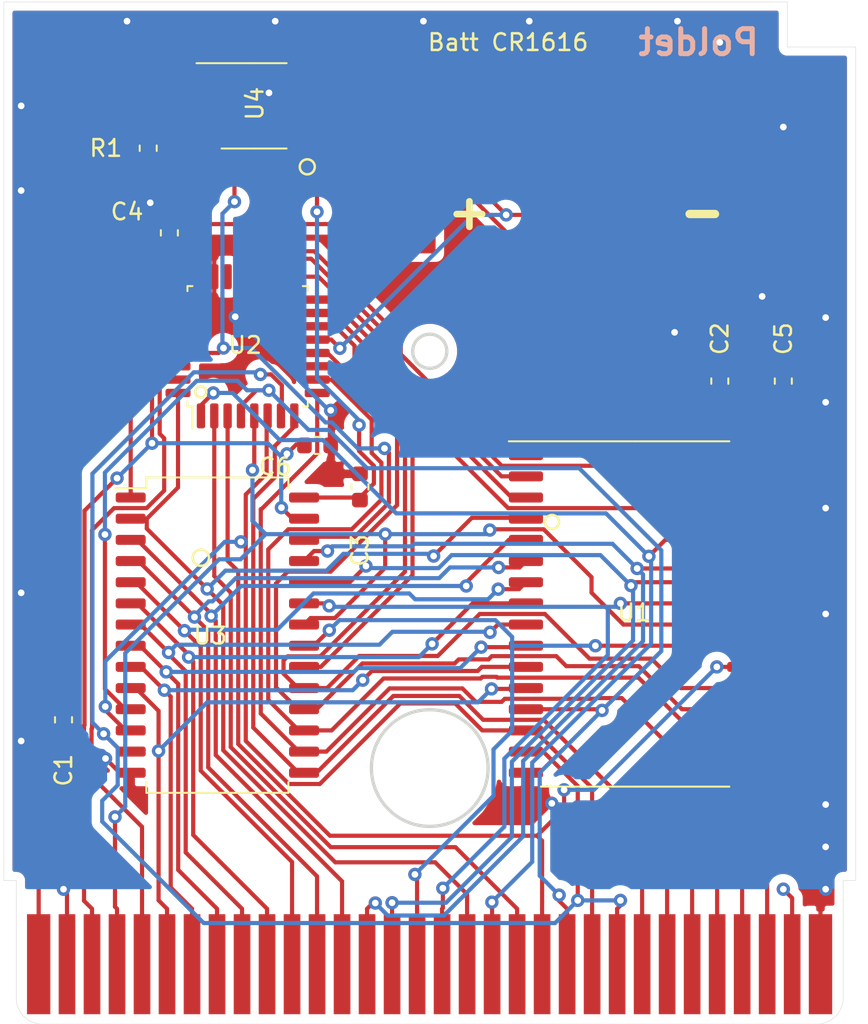
<source format=kicad_pcb>
(kicad_pcb (version 20171130) (host pcbnew "(5.1.5-0-10_14)")

  (general
    (thickness 0.8)
    (drawings 22)
    (tracks 707)
    (zones 0)
    (modules 13)
    (nets 48)
  )

  (page A4)
  (layers
    (0 F.Cu signal)
    (31 B.Cu signal)
    (32 B.Adhes user)
    (33 F.Adhes user)
    (34 B.Paste user)
    (35 F.Paste user)
    (36 B.SilkS user)
    (37 F.SilkS user)
    (38 B.Mask user)
    (39 F.Mask user)
    (40 Dwgs.User user)
    (41 Cmts.User user)
    (42 Eco1.User user)
    (43 Eco2.User user)
    (44 Edge.Cuts user)
    (45 Margin user)
    (46 B.CrtYd user)
    (47 F.CrtYd user)
    (48 B.Fab user)
    (49 F.Fab user)
  )

  (setup
    (last_trace_width 0.25)
    (trace_clearance 0.2)
    (zone_clearance 0.508)
    (zone_45_only no)
    (trace_min 0.2)
    (via_size 0.8)
    (via_drill 0.4)
    (via_min_size 0.4)
    (via_min_drill 0.3)
    (uvia_size 0.3)
    (uvia_drill 0.1)
    (uvias_allowed no)
    (uvia_min_size 0.2)
    (uvia_min_drill 0.1)
    (edge_width 0.2)
    (segment_width 0.2)
    (pcb_text_width 0.3)
    (pcb_text_size 1.5 1.5)
    (mod_edge_width 0.15)
    (mod_text_size 1 1)
    (mod_text_width 0.15)
    (pad_size 1.5 0.5)
    (pad_drill 0)
    (pad_to_mask_clearance 0.0508)
    (solder_mask_min_width 0.25)
    (aux_axis_origin 0 0)
    (visible_elements 7FFFEFFF)
    (pcbplotparams
      (layerselection 0x3ffff_ffffffff)
      (usegerberextensions false)
      (usegerberattributes false)
      (usegerberadvancedattributes false)
      (creategerberjobfile false)
      (excludeedgelayer true)
      (linewidth 0.100000)
      (plotframeref false)
      (viasonmask false)
      (mode 1)
      (useauxorigin false)
      (hpglpennumber 1)
      (hpglpenspeed 20)
      (hpglpendiameter 15.000000)
      (psnegative false)
      (psa4output false)
      (plotreference true)
      (plotvalue true)
      (plotinvisibletext false)
      (padsonsilk false)
      (subtractmaskfromsilk false)
      (outputformat 1)
      (mirror false)
      (drillshape 0)
      (scaleselection 1)
      (outputdirectory "D:/OneDrive/Dokumenter/GitHub/NintendoPCBs/Gerbers/"))
  )

  (net 0 "")
  (net 1 GND)
  (net 2 "Net-(U0-Pad5)")
  (net 3 "Net-(U0-Pad31)")
  (net 4 "Net-(Batt_CR2025-Pad1)")
  (net 5 +5V)
  (net 6 Vout)
  (net 7 WR)
  (net 8 Batt)
  (net 9 XOUT)
  (net 10 RESET)
  (net 11 D7)
  (net 12 D6)
  (net 13 D5)
  (net 14 D4)
  (net 15 D3)
  (net 16 D2)
  (net 17 D1)
  (net 18 D0)
  (net 19 A15)
  (net 20 A14)
  (net 21 A13)
  (net 22 A12)
  (net 23 A11)
  (net 24 A10)
  (net 25 A9)
  (net 26 A8)
  (net 27 A7)
  (net 28 A6)
  (net 29 A5)
  (net 30 A4)
  (net 31 A3)
  (net 32 A2)
  (net 33 A1)
  (net 34 A0)
  (net 35 \RD)
  (net 36 CLK)
  (net 37 RA16)
  (net 38 RA15)
  (net 39 RA14)
  (net 40 RA17)
  (net 41 RA18)
  (net 42 XIN)
  (net 43 "Net-(U2-Pad21)")
  (net 44 AA14)
  (net 45 AA13)
  (net 46 RAMCS)
  (net 47 "Net-(U4-Pad5)")

  (net_class Default "This is the default net class."
    (clearance 0.2)
    (trace_width 0.25)
    (via_dia 0.8)
    (via_drill 0.4)
    (uvia_dia 0.3)
    (uvia_drill 0.1)
    (add_net +5V)
    (add_net A0)
    (add_net A1)
    (add_net A10)
    (add_net A11)
    (add_net A12)
    (add_net A13)
    (add_net A14)
    (add_net A15)
    (add_net A2)
    (add_net A3)
    (add_net A4)
    (add_net A5)
    (add_net A6)
    (add_net A7)
    (add_net A8)
    (add_net A9)
    (add_net AA13)
    (add_net AA14)
    (add_net Batt)
    (add_net CLK)
    (add_net D0)
    (add_net D1)
    (add_net D2)
    (add_net D3)
    (add_net D4)
    (add_net D5)
    (add_net D6)
    (add_net D7)
    (add_net GND)
    (add_net "Net-(Batt_CR2025-Pad1)")
    (add_net "Net-(U0-Pad31)")
    (add_net "Net-(U0-Pad5)")
    (add_net "Net-(U2-Pad21)")
    (add_net "Net-(U4-Pad5)")
    (add_net RA14)
    (add_net RA15)
    (add_net RA16)
    (add_net RA17)
    (add_net RA18)
    (add_net RAMCS)
    (add_net RESET)
    (add_net Vout)
    (add_net WR)
    (add_net XIN)
    (add_net XOUT)
    (add_net \RD)
  )

  (module NintendoFootprints:GM76C256CLLFW70 (layer F.Cu) (tedit 5DA49FE5) (tstamp 5DA4F7AB)
    (at 125.73 106.68)
    (descr "SOIC, 28 Pin (https://www.akm.com/akm/en/file/datasheet/AK5394AVS.pdf#page=23), generated with kicad-footprint-generator ipc_gullwing_generator.py")
    (tags "SOIC SO")
    (path /5DA539A3)
    (attr smd)
    (fp_text reference U3 (at 3.72206 0.04064) (layer F.SilkS)
      (effects (font (size 1 1) (thickness 0.15)))
    )
    (fp_text value GM76C256CLLFW70 (at 4.55 10.3) (layer F.Fab)
      (effects (font (size 1 1) (thickness 0.15)))
    )
    (fp_text user %R (at 3.75 0) (layer F.Fab)
      (effects (font (size 1 1) (thickness 0.15)))
    )
    (fp_line (start 10.5 -9.6) (end -2.2 -9.6) (layer F.CrtYd) (width 0.05))
    (fp_line (start 10.5 9.6) (end 10.5 -9.6) (layer F.CrtYd) (width 0.05))
    (fp_line (start -2.2 9.6) (end 10.5 9.6) (layer F.CrtYd) (width 0.05))
    (fp_line (start -2.2 -9.6) (end -2.2 9.6) (layer F.CrtYd) (width 0.05))
    (fp_line (start 0 -8.35) (end 1 -9.35) (layer F.Fab) (width 0.1))
    (fp_line (start 0 9.35) (end 0 -8.35) (layer F.Fab) (width 0.1))
    (fp_line (start 8.3 9.35) (end 0 9.35) (layer F.Fab) (width 0.1))
    (fp_line (start 8.3 -9.35) (end 8.3 9.35) (layer F.Fab) (width 0.1))
    (fp_line (start 1 -9.35) (end 8.3 -9.35) (layer F.Fab) (width 0.1))
    (fp_line (start -0.11 -8.815) (end -1.95 -8.815) (layer F.SilkS) (width 0.12))
    (fp_line (start -0.11 -9.46) (end -0.11 -8.815) (layer F.SilkS) (width 0.12))
    (fp_line (start 3.75 -9.46) (end -0.11 -9.46) (layer F.SilkS) (width 0.12))
    (fp_line (start 8.41 -9.46) (end 8.41 -8.815) (layer F.SilkS) (width 0.12))
    (fp_line (start 3.75 -9.46) (end 8.41 -9.46) (layer F.SilkS) (width 0.12))
    (fp_line (start -0.11 9.46) (end -0.11 8.815) (layer F.SilkS) (width 0.12))
    (fp_line (start 3.75 9.46) (end -0.11 9.46) (layer F.SilkS) (width 0.12))
    (fp_line (start 8.41 9.46) (end 8.41 8.815) (layer F.SilkS) (width 0.12))
    (fp_line (start 3.75 9.46) (end 8.41 9.46) (layer F.SilkS) (width 0.12))
    (pad 28 smd roundrect (at 9.35 -8.255) (size 1.8 0.6) (layers F.Cu F.Paste F.Mask) (roundrect_rratio 0.25)
      (net 6 Vout))
    (pad 27 smd roundrect (at 9.35 -6.985) (size 1.8 0.6) (layers F.Cu F.Paste F.Mask) (roundrect_rratio 0.25)
      (net 7 WR))
    (pad 26 smd roundrect (at 9.35 -5.715) (size 1.8 0.6) (layers F.Cu F.Paste F.Mask) (roundrect_rratio 0.25)
      (net 45 AA13))
    (pad 25 smd roundrect (at 9.35 -4.445) (size 1.8 0.6) (layers F.Cu F.Paste F.Mask) (roundrect_rratio 0.25)
      (net 26 A8))
    (pad 24 smd roundrect (at 9.35 -3.175) (size 1.8 0.6) (layers F.Cu F.Paste F.Mask) (roundrect_rratio 0.25)
      (net 25 A9))
    (pad 23 smd roundrect (at 9.35 -1.905) (size 1.8 0.6) (layers F.Cu F.Paste F.Mask) (roundrect_rratio 0.25)
      (net 23 A11))
    (pad 22 smd roundrect (at 9.35 -0.635) (size 1.8 0.6) (layers F.Cu F.Paste F.Mask) (roundrect_rratio 0.25)
      (net 35 \RD))
    (pad 21 smd roundrect (at 9.35 0.635) (size 1.8 0.6) (layers F.Cu F.Paste F.Mask) (roundrect_rratio 0.25)
      (net 24 A10))
    (pad 20 smd roundrect (at 9.35 1.905) (size 1.8 0.6) (layers F.Cu F.Paste F.Mask) (roundrect_rratio 0.25)
      (net 46 RAMCS))
    (pad 19 smd roundrect (at 9.35 3.175) (size 1.8 0.6) (layers F.Cu F.Paste F.Mask) (roundrect_rratio 0.25)
      (net 11 D7))
    (pad 18 smd roundrect (at 9.35 4.445) (size 1.8 0.6) (layers F.Cu F.Paste F.Mask) (roundrect_rratio 0.25)
      (net 12 D6))
    (pad 17 smd roundrect (at 9.35 5.715) (size 1.8 0.6) (layers F.Cu F.Paste F.Mask) (roundrect_rratio 0.25)
      (net 13 D5))
    (pad 16 smd roundrect (at 9.35 6.985) (size 1.8 0.6) (layers F.Cu F.Paste F.Mask) (roundrect_rratio 0.25)
      (net 14 D4))
    (pad 15 smd roundrect (at 9.35 8.255) (size 1.8 0.6) (layers F.Cu F.Paste F.Mask) (roundrect_rratio 0.25)
      (net 15 D3))
    (pad 14 smd roundrect (at -1.05 8.255) (size 1.8 0.6) (layers F.Cu F.Paste F.Mask) (roundrect_rratio 0.25)
      (net 1 GND))
    (pad 13 smd roundrect (at -1.05 6.985) (size 1.8 0.6) (layers F.Cu F.Paste F.Mask) (roundrect_rratio 0.25)
      (net 16 D2))
    (pad 12 smd roundrect (at -1.05 5.715) (size 1.8 0.6) (layers F.Cu F.Paste F.Mask) (roundrect_rratio 0.25)
      (net 17 D1))
    (pad 11 smd roundrect (at -1.05 4.445) (size 1.8 0.6) (layers F.Cu F.Paste F.Mask) (roundrect_rratio 0.25)
      (net 18 D0))
    (pad 10 smd roundrect (at -1.05 3.175) (size 1.8 0.6) (layers F.Cu F.Paste F.Mask) (roundrect_rratio 0.25)
      (net 34 A0))
    (pad 9 smd roundrect (at -1.05 1.905) (size 1.8 0.6) (layers F.Cu F.Paste F.Mask) (roundrect_rratio 0.25)
      (net 33 A1))
    (pad 8 smd roundrect (at -1.05 0.635) (size 1.8 0.6) (layers F.Cu F.Paste F.Mask) (roundrect_rratio 0.25)
      (net 32 A2))
    (pad 7 smd roundrect (at -1.05 -0.635) (size 1.8 0.6) (layers F.Cu F.Paste F.Mask) (roundrect_rratio 0.25)
      (net 31 A3))
    (pad 6 smd roundrect (at -1.05 -1.905) (size 1.8 0.6) (layers F.Cu F.Paste F.Mask) (roundrect_rratio 0.25)
      (net 30 A4))
    (pad 5 smd roundrect (at -1.05 -3.175) (size 1.8 0.6) (layers F.Cu F.Paste F.Mask) (roundrect_rratio 0.25)
      (net 29 A5))
    (pad 4 smd roundrect (at -1.05 -4.445) (size 1.8 0.6) (layers F.Cu F.Paste F.Mask) (roundrect_rratio 0.25)
      (net 28 A6))
    (pad 3 smd roundrect (at -1.05 -5.715) (size 1.8 0.6) (layers F.Cu F.Paste F.Mask) (roundrect_rratio 0.25)
      (net 27 A7))
    (pad 2 smd roundrect (at -1.05 -6.985) (size 1.8 0.6) (layers F.Cu F.Paste F.Mask) (roundrect_rratio 0.25)
      (net 22 A12))
    (pad 1 smd roundrect (at -1.05 -8.255) (size 1.8 0.6) (layers F.Cu F.Paste F.Mask) (roundrect_rratio 0.25)
      (net 44 AA14))
    (model ${KISYS3DMOD}/Package_SO.3dshapes/SOIC-28W_7.5x18.7mm_P1.27mm.wrl
      (offset (xyz 4.25 0 0))
      (scale (xyz 1.15 1 1))
      (rotate (xyz 0 0 0))
    )
  )

  (module Package_SO:SSOP-32_11.305x20.495mm_P1.27mm (layer F.Cu) (tedit 5E751BCC) (tstamp 5DA4F72D)
    (at 154.94 105.41)
    (descr "SSOP, 32 Pin (http://www.issi.com/WW/pdf/61-64C5128AL.pdf), generated with kicad-footprint-generator ipc_gullwing_generator.py")
    (tags "SSOP SO")
    (path /5DA5D9A0)
    (attr smd)
    (fp_text reference U1 (at -0.06096 -0.08128) (layer F.SilkS)
      (effects (font (size 1 1) (thickness 0.15)))
    )
    (fp_text value LH538MNP (at 0 11.2) (layer F.Fab)
      (effects (font (size 1 1) (thickness 0.15)))
    )
    (fp_line (start 0 10.3575) (end 0 10.3575) (layer B.Fab) (width 0.12))
    (fp_line (start 0 10.3575) (end 5.6525 10.3575) (layer F.SilkS) (width 0.12))
    (fp_line (start 0 10.3575) (end -5.6525 10.3575) (layer F.SilkS) (width 0.12))
    (fp_line (start 0 -10.3575) (end 5.6525 -10.3575) (layer F.SilkS) (width 0.12))
    (fp_line (start 0 -10.3575) (end -7.575 -10.3575) (layer F.SilkS) (width 0.12))
    (fp_line (start -4.6525 -10.2475) (end 5.6525 -10.2475) (layer F.Fab) (width 0.1))
    (fp_line (start 5.6525 -10.2475) (end 5.6525 10.2475) (layer F.Fab) (width 0.1))
    (fp_line (start 5.6525 10.2475) (end -5.6525 10.2475) (layer F.Fab) (width 0.1))
    (fp_line (start -5.6525 10.2475) (end -5.6525 -9.2475) (layer F.Fab) (width 0.1))
    (fp_line (start -5.6525 -9.2475) (end -4.6525 -10.2475) (layer F.Fab) (width 0.1))
    (fp_line (start -7.83 -10.5) (end -7.83 10.5) (layer F.CrtYd) (width 0.05))
    (fp_line (start -7.83 10.5) (end 7.83 10.5) (layer F.CrtYd) (width 0.05))
    (fp_line (start 7.83 10.5) (end 7.83 -10.5) (layer F.CrtYd) (width 0.05))
    (fp_line (start 7.83 -10.5) (end -7.83 -10.5) (layer F.CrtYd) (width 0.05))
    (fp_text user %R (at 0 0) (layer F.Fab)
      (effects (font (size 1 1) (thickness 0.15)))
    )
    (pad 1 smd roundrect (at -6.55 -9.525) (size 2.05 0.6) (layers F.Cu F.Paste F.Mask) (roundrect_rratio 0.25)
      (net 9 XOUT))
    (pad 2 smd roundrect (at -6.55 -8.255) (size 2.05 0.6) (layers F.Cu F.Paste F.Mask) (roundrect_rratio 0.25)
      (net 37 RA16))
    (pad 3 smd roundrect (at -6.55 -6.985) (size 2.05 0.6) (layers F.Cu F.Paste F.Mask) (roundrect_rratio 0.25)
      (net 38 RA15))
    (pad 4 smd roundrect (at -6.55 -5.715) (size 2.05 0.6) (layers F.Cu F.Paste F.Mask) (roundrect_rratio 0.25)
      (net 22 A12))
    (pad 5 smd roundrect (at -6.55 -4.445) (size 2.05 0.6) (layers F.Cu F.Paste F.Mask) (roundrect_rratio 0.25)
      (net 27 A7))
    (pad 6 smd roundrect (at -6.55 -3.175) (size 2.05 0.6) (layers F.Cu F.Paste F.Mask) (roundrect_rratio 0.25)
      (net 28 A6))
    (pad 7 smd roundrect (at -6.55 -1.905) (size 2.05 0.6) (layers F.Cu F.Paste F.Mask) (roundrect_rratio 0.25)
      (net 29 A5))
    (pad 8 smd roundrect (at -6.55 -0.635) (size 2.05 0.6) (layers F.Cu F.Paste F.Mask) (roundrect_rratio 0.25)
      (net 30 A4))
    (pad 9 smd roundrect (at -6.55 0.635) (size 2.05 0.6) (layers F.Cu F.Paste F.Mask) (roundrect_rratio 0.25)
      (net 31 A3))
    (pad 10 smd roundrect (at -6.55 1.905) (size 2.05 0.6) (layers F.Cu F.Paste F.Mask) (roundrect_rratio 0.25)
      (net 32 A2))
    (pad 11 smd roundrect (at -6.55 3.175) (size 2.05 0.6) (layers F.Cu F.Paste F.Mask) (roundrect_rratio 0.25)
      (net 33 A1))
    (pad 12 smd roundrect (at -6.55 4.445) (size 2.05 0.6) (layers F.Cu F.Paste F.Mask) (roundrect_rratio 0.25)
      (net 34 A0))
    (pad 13 smd roundrect (at -6.55 5.715) (size 2.05 0.6) (layers F.Cu F.Paste F.Mask) (roundrect_rratio 0.25)
      (net 18 D0))
    (pad 14 smd roundrect (at -6.55 6.985) (size 2.05 0.6) (layers F.Cu F.Paste F.Mask) (roundrect_rratio 0.25)
      (net 17 D1))
    (pad 15 smd roundrect (at -6.55 8.255) (size 2.05 0.6) (layers F.Cu F.Paste F.Mask) (roundrect_rratio 0.25)
      (net 16 D2))
    (pad 16 smd roundrect (at -6.55 9.525) (size 2.05 0.6) (layers F.Cu F.Paste F.Mask) (roundrect_rratio 0.25)
      (net 1 GND))
    (pad 17 smd roundrect (at 6.55 9.525) (size 2.05 0.6) (layers F.Cu F.Paste F.Mask) (roundrect_rratio 0.25)
      (net 15 D3))
    (pad 18 smd roundrect (at 6.55 8.255) (size 2.05 0.6) (layers F.Cu F.Paste F.Mask) (roundrect_rratio 0.25)
      (net 14 D4))
    (pad 19 smd roundrect (at 6.55 6.985) (size 2.05 0.6) (layers F.Cu F.Paste F.Mask) (roundrect_rratio 0.25)
      (net 13 D5))
    (pad 20 smd roundrect (at 6.55 5.715) (size 2.05 0.6) (layers F.Cu F.Paste F.Mask) (roundrect_rratio 0.25)
      (net 12 D6))
    (pad 21 smd roundrect (at 6.55 4.445) (size 2.05 0.6) (layers F.Cu F.Paste F.Mask) (roundrect_rratio 0.25)
      (net 11 D7))
    (pad 22 smd roundrect (at 6.55 3.175) (size 2.05 0.6) (layers F.Cu F.Paste F.Mask) (roundrect_rratio 0.25)
      (net 19 A15))
    (pad 23 smd roundrect (at 6.55 1.905) (size 2.05 0.6) (layers F.Cu F.Paste F.Mask) (roundrect_rratio 0.25)
      (net 24 A10))
    (pad 24 smd roundrect (at 6.55 0.635) (size 2.05 0.6) (layers F.Cu F.Paste F.Mask) (roundrect_rratio 0.25)
      (net 35 \RD))
    (pad 25 smd roundrect (at 6.55 -0.635) (size 2.05 0.6) (layers F.Cu F.Paste F.Mask) (roundrect_rratio 0.25)
      (net 23 A11))
    (pad 26 smd roundrect (at 6.55 -1.905) (size 2.05 0.6) (layers F.Cu F.Paste F.Mask) (roundrect_rratio 0.25)
      (net 25 A9))
    (pad 27 smd roundrect (at 6.55 -3.175) (size 2.05 0.6) (layers F.Cu F.Paste F.Mask) (roundrect_rratio 0.25)
      (net 26 A8))
    (pad 28 smd roundrect (at 6.55 -4.445) (size 2.05 0.6) (layers F.Cu F.Paste F.Mask) (roundrect_rratio 0.25)
      (net 21 A13))
    (pad 29 smd roundrect (at 6.55 -5.715) (size 2.05 0.6) (layers F.Cu F.Paste F.Mask) (roundrect_rratio 0.25)
      (net 39 RA14))
    (pad 30 smd roundrect (at 6.55 -6.985) (size 2.05 0.6) (layers F.Cu F.Paste F.Mask) (roundrect_rratio 0.25)
      (net 40 RA17))
    (pad 31 smd roundrect (at 6.55 -8.255) (size 2.05 0.6) (layers F.Cu F.Paste F.Mask) (roundrect_rratio 0.25)
      (net 41 RA18))
    (pad 32 smd roundrect (at 6.55 -9.525) (size 2.05 0.6) (layers F.Cu F.Paste F.Mask) (roundrect_rratio 0.25)
      (net 5 +5V))
    (model ${KISYS3DMOD}/Package_SO.3dshapes/SSOP-32_11.305x20.495mm_P1.27mm.wrl
      (at (xyz 0 0 0))
      (scale (xyz 1 1 1))
      (rotate (xyz 0 0 0))
    )
  )

  (module Capacitor_SMD:C_0603_1608Metric (layer F.Cu) (tedit 5E70154F) (tstamp 5E7533CF)
    (at 135.89 95.3)
    (descr "Capacitor SMD 0603 (1608 Metric), square (rectangular) end terminal, IPC_7351 nominal, (Body size source: http://www.tortai-tech.com/upload/download/2011102023233369053.pdf), generated with kicad-footprint-generator")
    (tags capacitor)
    (path /5DA6450D)
    (attr smd)
    (fp_text reference C6 (at -2.54 1.27) (layer F.SilkS)
      (effects (font (size 1 1) (thickness 0.15)))
    )
    (fp_text value 0.1uF (at 0 1.43) (layer F.Fab)
      (effects (font (size 1 1) (thickness 0.15)))
    )
    (fp_text user %R (at 0 0) (layer F.Fab)
      (effects (font (size 0.4 0.4) (thickness 0.06)))
    )
    (fp_line (start 1.48 0.73) (end -1.48 0.73) (layer F.CrtYd) (width 0.05))
    (fp_line (start 1.48 -0.73) (end 1.48 0.73) (layer F.CrtYd) (width 0.05))
    (fp_line (start -1.48 -0.73) (end 1.48 -0.73) (layer F.CrtYd) (width 0.05))
    (fp_line (start -1.48 0.73) (end -1.48 -0.73) (layer F.CrtYd) (width 0.05))
    (fp_line (start -0.162779 0.51) (end 0.162779 0.51) (layer F.SilkS) (width 0.12))
    (fp_line (start -0.162779 -0.51) (end 0.162779 -0.51) (layer F.SilkS) (width 0.12))
    (fp_line (start 0.8 0.4) (end -0.8 0.4) (layer F.Fab) (width 0.1))
    (fp_line (start 0.8 -0.4) (end 0.8 0.4) (layer F.Fab) (width 0.1))
    (fp_line (start -0.8 -0.4) (end 0.8 -0.4) (layer F.Fab) (width 0.1))
    (fp_line (start -0.8 0.4) (end -0.8 -0.4) (layer F.Fab) (width 0.1))
    (pad 2 smd roundrect (at 0.7875 0) (size 0.875 0.95) (layers F.Cu F.Paste F.Mask) (roundrect_rratio 0.25)
      (net 1 GND))
    (pad 1 smd roundrect (at -0.7875 0) (size 0.875 0.95) (layers F.Cu F.Paste F.Mask) (roundrect_rratio 0.25)
      (net 7 WR))
    (model ${KISYS3DMOD}/Capacitor_SMD.3dshapes/C_0603_1608Metric.wrl
      (at (xyz 0 0 0))
      (scale (xyz 1 1 1))
      (rotate (xyz 0 0 0))
    )
  )

  (module Resistor_SMD:R_0603_1608Metric (layer F.Cu) (tedit 5E7018BD) (tstamp 5DA4F6D6)
    (at 125.73 77.47 90)
    (descr "Resistor SMD 0603 (1608 Metric), square (rectangular) end terminal, IPC_7351 nominal, (Body size source: http://www.tortai-tech.com/upload/download/2011102023233369053.pdf), generated with kicad-footprint-generator")
    (tags resistor)
    (path /5DACC924)
    (attr smd)
    (fp_text reference R1 (at 0 -2.54 180) (layer F.SilkS)
      (effects (font (size 1 1) (thickness 0.15)))
    )
    (fp_text value NC (at 0 1.43 90) (layer F.Fab)
      (effects (font (size 1 1) (thickness 0.15)))
    )
    (fp_line (start -0.8 0.4) (end -0.8 -0.4) (layer F.Fab) (width 0.1))
    (fp_line (start -0.8 -0.4) (end 0.8 -0.4) (layer F.Fab) (width 0.1))
    (fp_line (start 0.8 -0.4) (end 0.8 0.4) (layer F.Fab) (width 0.1))
    (fp_line (start 0.8 0.4) (end -0.8 0.4) (layer F.Fab) (width 0.1))
    (fp_line (start -0.162779 -0.51) (end 0.162779 -0.51) (layer F.SilkS) (width 0.12))
    (fp_line (start -0.162779 0.51) (end 0.162779 0.51) (layer F.SilkS) (width 0.12))
    (fp_line (start -1.48 0.73) (end -1.48 -0.73) (layer F.CrtYd) (width 0.05))
    (fp_line (start -1.48 -0.73) (end 1.48 -0.73) (layer F.CrtYd) (width 0.05))
    (fp_line (start 1.48 -0.73) (end 1.48 0.73) (layer F.CrtYd) (width 0.05))
    (fp_line (start 1.48 0.73) (end -1.48 0.73) (layer F.CrtYd) (width 0.05))
    (fp_text user %R (at 0 0 90) (layer F.Fab)
      (effects (font (size 0.4 0.4) (thickness 0.06)))
    )
    (pad 1 smd roundrect (at -0.7875 0 90) (size 0.875 0.95) (layers F.Cu F.Paste F.Mask) (roundrect_rratio 0.25)
      (net 4 "Net-(Batt_CR2025-Pad1)"))
    (pad 2 smd roundrect (at 0.7875 0 90) (size 0.875 0.95) (layers F.Cu F.Paste F.Mask) (roundrect_rratio 0.25)
      (net 8 Batt))
    (model ${KISYS3DMOD}/Resistor_SMD.3dshapes/R_0603_1608Metric.wrl
      (at (xyz 0 0 0))
      (scale (xyz 1 1 1))
      (rotate (xyz 0 0 0))
    )
  )

  (module NintendoFootprints:CR2025 (layer F.Cu) (tedit 5E6FCD01) (tstamp 5DA4F65F)
    (at 150.08 81.28)
    (path /5DA6031C)
    (fp_text reference "Batt CR1616" (at -2.76 -10.16) (layer F.SilkS)
      (effects (font (size 1 1) (thickness 0.15)))
    )
    (fp_text value Battery_Cell (at -0.4191 -4.0005 180) (layer F.Fab)
      (effects (font (size 1 1) (thickness 0.15)))
    )
    (fp_text user + (at -5.08 0 180) (layer F.SilkS)
      (effects (font (size 2 2) (thickness 0.4)))
    )
    (fp_text user - (at 8.89 0 180) (layer F.SilkS)
      (effects (font (size 2 2) (thickness 0.5)))
    )
    (pad 2 smd rect (at 13.75 0) (size 5 4) (layers F.Cu F.Paste F.Mask)
      (net 1 GND))
    (pad 1 smd rect (at -9.11 0) (size 4 5) (layers F.Cu F.Paste F.Mask)
      (net 4 "Net-(Batt_CR2025-Pad1)"))
  )

  (module NintendoFootprints:CartBus (layer F.Cu) (tedit 5E6FD371) (tstamp 5DA4F6FA)
    (at 118.46 123.42)
    (descr "Connector Pads for Gameboy Cartridges")
    (path /5DA489C7)
    (fp_text reference U0 (at 23.12 -2.565) (layer F.SilkS) hide
      (effects (font (size 1.27 1.27) (thickness 0.15)))
    )
    (fp_text value CartBus (at 24.49 -7.525) (layer F.SilkS) hide
      (effects (font (size 1.27 1.27) (thickness 0.15)))
    )
    (pad 1 smd rect (at 0.7 3 180) (size 1.4 6) (layers F.Cu F.Paste F.Mask)
      (net 5 +5V) (solder_mask_margin 0.0508))
    (pad 2 smd rect (at 2.4 3) (size 1 6) (layers F.Cu F.Paste F.Mask)
      (net 36 CLK) (solder_mask_margin 0.0508))
    (pad 4 smd rect (at 5.4 3 180) (size 1 6) (layers F.Cu F.Paste F.Mask)
      (net 35 \RD) (solder_mask_margin 0.0508))
    (pad 5 smd rect (at 6.9 3) (size 1 6) (layers F.Cu F.Paste F.Mask)
      (net 2 "Net-(U0-Pad5)") (solder_mask_margin 0.0508))
    (pad 6 smd rect (at 8.4 3) (size 1 6) (layers F.Cu F.Paste F.Mask)
      (net 34 A0) (solder_mask_margin 0.0508))
    (pad 7 smd rect (at 9.9 3) (size 1 6) (layers F.Cu F.Paste F.Mask)
      (net 33 A1) (solder_mask_margin 0.0508))
    (pad 8 smd rect (at 11.4 3) (size 1 6) (layers F.Cu F.Paste F.Mask)
      (net 32 A2) (solder_mask_margin 0.0508))
    (pad 9 smd rect (at 12.9 3) (size 1 6) (layers F.Cu F.Paste F.Mask)
      (net 31 A3) (solder_mask_margin 0.0508))
    (pad 10 smd rect (at 14.4 3) (size 1 6) (layers F.Cu F.Paste F.Mask)
      (net 30 A4) (solder_mask_margin 0.0508))
    (pad 11 smd rect (at 15.9 3) (size 1 6) (layers F.Cu F.Paste F.Mask)
      (net 29 A5) (solder_mask_margin 0.0508))
    (pad 12 smd rect (at 17.4 3) (size 1 6) (layers F.Cu F.Paste F.Mask)
      (net 28 A6) (solder_mask_margin 0.0508))
    (pad 13 smd rect (at 18.9 3) (size 1 6) (layers F.Cu F.Paste F.Mask)
      (net 27 A7) (solder_mask_margin 0.0508))
    (pad 14 smd rect (at 20.4 3) (size 1 6) (layers F.Cu F.Paste F.Mask)
      (net 26 A8) (solder_mask_margin 0.0508))
    (pad 15 smd rect (at 21.9 3) (size 1 6) (layers F.Cu F.Paste F.Mask)
      (net 25 A9) (solder_mask_margin 0.0508))
    (pad 16 smd rect (at 23.4 3) (size 1 6) (layers F.Cu F.Paste F.Mask)
      (net 24 A10) (solder_mask_margin 0.0508))
    (pad 17 smd rect (at 24.9 3) (size 1 6) (layers F.Cu F.Paste F.Mask)
      (net 23 A11) (solder_mask_margin 0.0508))
    (pad 18 smd rect (at 26.4 3) (size 1 6) (layers F.Cu F.Paste F.Mask)
      (net 22 A12) (solder_mask_margin 0.0508))
    (pad 19 smd rect (at 27.9 3) (size 1 6) (layers F.Cu F.Paste F.Mask)
      (net 21 A13) (solder_mask_margin 0.0508))
    (pad 20 smd rect (at 29.4 3) (size 1 6) (layers F.Cu F.Paste F.Mask)
      (net 20 A14) (solder_mask_margin 0.0508))
    (pad 21 smd rect (at 30.9 3) (size 1 6) (layers F.Cu F.Paste F.Mask)
      (net 19 A15) (solder_mask_margin 0.0508))
    (pad 3 smd rect (at 3.9 3 180) (size 1 6) (layers F.Cu F.Paste F.Mask)
      (net 7 WR) (solder_mask_margin 0.0508))
    (pad 22 smd rect (at 32.4 3) (size 1 6) (layers F.Cu F.Paste F.Mask)
      (net 18 D0) (solder_mask_margin 0.0508))
    (pad 23 smd rect (at 33.9 3) (size 1 6) (layers F.Cu F.Paste F.Mask)
      (net 17 D1) (solder_mask_margin 0.0508))
    (pad 24 smd rect (at 35.4 3) (size 1 6) (layers F.Cu F.Paste F.Mask)
      (net 16 D2) (solder_mask_margin 0.0508))
    (pad 25 smd rect (at 36.9 3) (size 1 6) (layers F.Cu F.Paste F.Mask)
      (net 15 D3) (solder_mask_margin 0.0508))
    (pad 26 smd rect (at 38.4 3) (size 1 6) (layers F.Cu F.Paste F.Mask)
      (net 14 D4) (solder_mask_margin 0.0508))
    (pad 27 smd rect (at 39.9 3) (size 1 6) (layers F.Cu F.Paste F.Mask)
      (net 13 D5) (solder_mask_margin 0.0508))
    (pad 28 smd rect (at 41.4 3) (size 1 6) (layers F.Cu F.Paste F.Mask)
      (net 12 D6) (solder_mask_margin 0.0508))
    (pad 29 smd rect (at 42.9 3) (size 1 6) (layers F.Cu F.Paste F.Mask)
      (net 11 D7) (solder_mask_margin 0.0508))
    (pad 30 smd rect (at 44.4 3) (size 1 6) (layers F.Cu F.Paste F.Mask)
      (net 10 RESET) (solder_mask_margin 0.0508))
    (pad 31 smd rect (at 45.9 3) (size 1 6) (layers F.Cu F.Paste F.Mask)
      (net 3 "Net-(U0-Pad31)") (solder_mask_margin 0.0508))
    (pad 32 smd rect (at 47.6 3 180) (size 1.4 6) (layers F.Cu F.Paste F.Mask)
      (net 1 GND) (solder_mask_margin 0.0508))
  )

  (module Capacitor_SMD:C_0603_1608Metric (layer F.Cu) (tedit 5E6FE634) (tstamp 5DA4F670)
    (at 120.65 111.76 90)
    (descr "Capacitor SMD 0603 (1608 Metric), square (rectangular) end terminal, IPC_7351 nominal, (Body size source: http://www.tortai-tech.com/upload/download/2011102023233369053.pdf), generated with kicad-footprint-generator")
    (tags capacitor)
    (path /5DABCB3F)
    (attr smd)
    (fp_text reference C1 (at -3.02514 0 90) (layer F.SilkS)
      (effects (font (size 1 1) (thickness 0.15)))
    )
    (fp_text value NC (at 0 1.43 90) (layer F.Fab)
      (effects (font (size 1 1) (thickness 0.15)))
    )
    (fp_text user %R (at -0.055741 0.084639 90) (layer F.Fab)
      (effects (font (size 0.4 0.4) (thickness 0.06)))
    )
    (fp_line (start 1.48 0.73) (end -1.48 0.73) (layer F.CrtYd) (width 0.05))
    (fp_line (start 1.48 -0.73) (end 1.48 0.73) (layer F.CrtYd) (width 0.05))
    (fp_line (start -1.48 -0.73) (end 1.48 -0.73) (layer F.CrtYd) (width 0.05))
    (fp_line (start -1.48 0.73) (end -1.48 -0.73) (layer F.CrtYd) (width 0.05))
    (fp_line (start -0.162779 0.51) (end 0.162779 0.51) (layer F.SilkS) (width 0.12))
    (fp_line (start -0.162779 -0.51) (end 0.162779 -0.51) (layer F.SilkS) (width 0.12))
    (fp_line (start 0.8 0.4) (end -0.8 0.4) (layer F.Fab) (width 0.1))
    (fp_line (start 0.8 -0.4) (end 0.8 0.4) (layer F.Fab) (width 0.1))
    (fp_line (start -0.8 -0.4) (end 0.8 -0.4) (layer F.Fab) (width 0.1))
    (fp_line (start -0.8 0.4) (end -0.8 -0.4) (layer F.Fab) (width 0.1))
    (pad 2 smd roundrect (at 0.7875 0 90) (size 0.875 0.95) (layers F.Cu F.Paste F.Mask) (roundrect_rratio 0.25)
      (net 1 GND))
    (pad 1 smd roundrect (at -0.7875 0 90) (size 0.875 0.95) (layers F.Cu F.Paste F.Mask) (roundrect_rratio 0.25)
      (net 5 +5V))
    (model ${KISYS3DMOD}/Capacitor_SMD.3dshapes/C_0603_1608Metric.wrl
      (at (xyz 0 0 0))
      (scale (xyz 1 1 1))
      (rotate (xyz 0 0 0))
    )
  )

  (module Capacitor_SMD:C_0603_1608Metric (layer F.Cu) (tedit 5E6FE5BE) (tstamp 5DA4F681)
    (at 160.02 91.44 270)
    (descr "Capacitor SMD 0603 (1608 Metric), square (rectangular) end terminal, IPC_7351 nominal, (Body size source: http://www.tortai-tech.com/upload/download/2011102023233369053.pdf), generated with kicad-footprint-generator")
    (tags capacitor)
    (path /5DA62734)
    (attr smd)
    (fp_text reference C2 (at -2.54 0 90) (layer F.SilkS)
      (effects (font (size 1 1) (thickness 0.15)))
    )
    (fp_text value 0.1uF (at 0 1.43 90) (layer F.Fab)
      (effects (font (size 1 1) (thickness 0.15)))
    )
    (fp_line (start -0.8 0.4) (end -0.8 -0.4) (layer F.Fab) (width 0.1))
    (fp_line (start -0.8 -0.4) (end 0.8 -0.4) (layer F.Fab) (width 0.1))
    (fp_line (start 0.8 -0.4) (end 0.8 0.4) (layer F.Fab) (width 0.1))
    (fp_line (start 0.8 0.4) (end -0.8 0.4) (layer F.Fab) (width 0.1))
    (fp_line (start -0.162779 -0.51) (end 0.162779 -0.51) (layer F.SilkS) (width 0.12))
    (fp_line (start -0.162779 0.51) (end 0.162779 0.51) (layer F.SilkS) (width 0.12))
    (fp_line (start -1.48 0.73) (end -1.48 -0.73) (layer F.CrtYd) (width 0.05))
    (fp_line (start -1.48 -0.73) (end 1.48 -0.73) (layer F.CrtYd) (width 0.05))
    (fp_line (start 1.48 -0.73) (end 1.48 0.73) (layer F.CrtYd) (width 0.05))
    (fp_line (start 1.48 0.73) (end -1.48 0.73) (layer F.CrtYd) (width 0.05))
    (fp_text user %R (at 0 0 90) (layer F.Fab)
      (effects (font (size 0.4 0.4) (thickness 0.06)))
    )
    (pad 1 smd roundrect (at -0.7875 0 270) (size 0.875 0.95) (layers F.Cu F.Paste F.Mask) (roundrect_rratio 0.25)
      (net 1 GND))
    (pad 2 smd roundrect (at 0.7875 0 270) (size 0.875 0.95) (layers F.Cu F.Paste F.Mask) (roundrect_rratio 0.25)
      (net 5 +5V))
    (model ${KISYS3DMOD}/Capacitor_SMD.3dshapes/C_0603_1608Metric.wrl
      (at (xyz 0 0 0))
      (scale (xyz 1 1 1))
      (rotate (xyz 0 0 0))
    )
  )

  (module Capacitor_SMD:C_0603_1608Metric (layer F.Cu) (tedit 5B301BBE) (tstamp 5DA4F692)
    (at 138.43 97.79 90)
    (descr "Capacitor SMD 0603 (1608 Metric), square (rectangular) end terminal, IPC_7351 nominal, (Body size source: http://www.tortai-tech.com/upload/download/2011102023233369053.pdf), generated with kicad-footprint-generator")
    (tags capacitor)
    (path /5DA6450D)
    (attr smd)
    (fp_text reference C3 (at -3.81 0 90) (layer F.SilkS)
      (effects (font (size 1 1) (thickness 0.15)))
    )
    (fp_text value 0.1uF (at 0 1.43 90) (layer F.Fab)
      (effects (font (size 1 1) (thickness 0.15)))
    )
    (fp_line (start -0.8 0.4) (end -0.8 -0.4) (layer F.Fab) (width 0.1))
    (fp_line (start -0.8 -0.4) (end 0.8 -0.4) (layer F.Fab) (width 0.1))
    (fp_line (start 0.8 -0.4) (end 0.8 0.4) (layer F.Fab) (width 0.1))
    (fp_line (start 0.8 0.4) (end -0.8 0.4) (layer F.Fab) (width 0.1))
    (fp_line (start -0.162779 -0.51) (end 0.162779 -0.51) (layer F.SilkS) (width 0.12))
    (fp_line (start -0.162779 0.51) (end 0.162779 0.51) (layer F.SilkS) (width 0.12))
    (fp_line (start -1.48 0.73) (end -1.48 -0.73) (layer F.CrtYd) (width 0.05))
    (fp_line (start -1.48 -0.73) (end 1.48 -0.73) (layer F.CrtYd) (width 0.05))
    (fp_line (start 1.48 -0.73) (end 1.48 0.73) (layer F.CrtYd) (width 0.05))
    (fp_line (start 1.48 0.73) (end -1.48 0.73) (layer F.CrtYd) (width 0.05))
    (fp_text user %R (at 0 0 90) (layer F.Fab)
      (effects (font (size 0.4 0.4) (thickness 0.06)))
    )
    (pad 1 smd roundrect (at -0.7875 0 90) (size 0.875 0.95) (layers F.Cu F.Paste F.Mask) (roundrect_rratio 0.25)
      (net 6 Vout))
    (pad 2 smd roundrect (at 0.7875 0 90) (size 0.875 0.95) (layers F.Cu F.Paste F.Mask) (roundrect_rratio 0.25)
      (net 1 GND))
    (model ${KISYS3DMOD}/Capacitor_SMD.3dshapes/C_0603_1608Metric.wrl
      (at (xyz 0 0 0))
      (scale (xyz 1 1 1))
      (rotate (xyz 0 0 0))
    )
  )

  (module Capacitor_SMD:C_0603_1608Metric (layer F.Cu) (tedit 5E7014AF) (tstamp 5DA4F6A3)
    (at 127 82.55 270)
    (descr "Capacitor SMD 0603 (1608 Metric), square (rectangular) end terminal, IPC_7351 nominal, (Body size source: http://www.tortai-tech.com/upload/download/2011102023233369053.pdf), generated with kicad-footprint-generator")
    (tags capacitor)
    (path /5DA6FD4E)
    (attr smd)
    (fp_text reference C4 (at -1.27 2.54) (layer F.SilkS)
      (effects (font (size 1 1) (thickness 0.15)))
    )
    (fp_text value 0.1uF (at 0 1.43 90) (layer F.Fab)
      (effects (font (size 1 1) (thickness 0.15)))
    )
    (fp_line (start -0.8 0.4) (end -0.8 -0.4) (layer F.Fab) (width 0.1))
    (fp_line (start -0.8 -0.4) (end 0.8 -0.4) (layer F.Fab) (width 0.1))
    (fp_line (start 0.8 -0.4) (end 0.8 0.4) (layer F.Fab) (width 0.1))
    (fp_line (start 0.8 0.4) (end -0.8 0.4) (layer F.Fab) (width 0.1))
    (fp_line (start -0.162779 -0.51) (end 0.162779 -0.51) (layer F.SilkS) (width 0.12))
    (fp_line (start -0.162779 0.51) (end 0.162779 0.51) (layer F.SilkS) (width 0.12))
    (fp_line (start -1.48 0.73) (end -1.48 -0.73) (layer F.CrtYd) (width 0.05))
    (fp_line (start -1.48 -0.73) (end 1.48 -0.73) (layer F.CrtYd) (width 0.05))
    (fp_line (start 1.48 -0.73) (end 1.48 0.73) (layer F.CrtYd) (width 0.05))
    (fp_line (start 1.48 0.73) (end -1.48 0.73) (layer F.CrtYd) (width 0.05))
    (fp_text user %R (at 0 0 90) (layer F.Fab)
      (effects (font (size 0.4 0.4) (thickness 0.06)))
    )
    (pad 1 smd roundrect (at -0.7875 0 270) (size 0.875 0.95) (layers F.Cu F.Paste F.Mask) (roundrect_rratio 0.25)
      (net 1 GND))
    (pad 2 smd roundrect (at 0.7875 0 270) (size 0.875 0.95) (layers F.Cu F.Paste F.Mask) (roundrect_rratio 0.25)
      (net 5 +5V))
    (model ${KISYS3DMOD}/Capacitor_SMD.3dshapes/C_0603_1608Metric.wrl
      (at (xyz 0 0 0))
      (scale (xyz 1 1 1))
      (rotate (xyz 0 0 0))
    )
  )

  (module Capacitor_SMD:C_0603_1608Metric (layer F.Cu) (tedit 5E6FE5D7) (tstamp 5DA4F6B4)
    (at 163.83 91.44 90)
    (descr "Capacitor SMD 0603 (1608 Metric), square (rectangular) end terminal, IPC_7351 nominal, (Body size source: http://www.tortai-tech.com/upload/download/2011102023233369053.pdf), generated with kicad-footprint-generator")
    (tags capacitor)
    (path /5DA7087E)
    (attr smd)
    (fp_text reference C5 (at 2.54 0 90) (layer F.SilkS)
      (effects (font (size 1 1) (thickness 0.15)))
    )
    (fp_text value C (at 0 1.43 90) (layer F.Fab)
      (effects (font (size 1 1) (thickness 0.15)))
    )
    (fp_text user %R (at 0 0 90) (layer F.Fab)
      (effects (font (size 0.4 0.4) (thickness 0.06)))
    )
    (fp_line (start 1.48 0.73) (end -1.48 0.73) (layer F.CrtYd) (width 0.05))
    (fp_line (start 1.48 -0.73) (end 1.48 0.73) (layer F.CrtYd) (width 0.05))
    (fp_line (start -1.48 -0.73) (end 1.48 -0.73) (layer F.CrtYd) (width 0.05))
    (fp_line (start -1.48 0.73) (end -1.48 -0.73) (layer F.CrtYd) (width 0.05))
    (fp_line (start -0.162779 0.51) (end 0.162779 0.51) (layer F.SilkS) (width 0.12))
    (fp_line (start -0.162779 -0.51) (end 0.162779 -0.51) (layer F.SilkS) (width 0.12))
    (fp_line (start 0.8 0.4) (end -0.8 0.4) (layer F.Fab) (width 0.1))
    (fp_line (start 0.8 -0.4) (end 0.8 0.4) (layer F.Fab) (width 0.1))
    (fp_line (start -0.8 -0.4) (end 0.8 -0.4) (layer F.Fab) (width 0.1))
    (fp_line (start -0.8 0.4) (end -0.8 -0.4) (layer F.Fab) (width 0.1))
    (pad 2 smd roundrect (at 0.7875 0 90) (size 0.875 0.95) (layers F.Cu F.Paste F.Mask) (roundrect_rratio 0.25)
      (net 1 GND))
    (pad 1 smd roundrect (at -0.7875 0 90) (size 0.875 0.95) (layers F.Cu F.Paste F.Mask) (roundrect_rratio 0.25)
      (net 10 RESET))
    (model ${KISYS3DMOD}/Capacitor_SMD.3dshapes/C_0603_1608Metric.wrl
      (at (xyz 0 0 0))
      (scale (xyz 1 1 1))
      (rotate (xyz 0 0 0))
    )
  )

  (module Package_QFP:LQFP-32_7x7mm_P0.8mm (layer F.Cu) (tedit 5E751D64) (tstamp 5DA4F778)
    (at 131.694 89.3521 90)
    (descr "LQFP, 32 Pin (https://www.nxp.com/docs/en/package-information/SOT358-1.pdf), generated with kicad-footprint-generator ipc_gullwing_generator.py")
    (tags "LQFP QFP")
    (path /5DA4951E)
    (attr smd)
    (fp_text reference U2 (at 0.06604 -0.14732 180) (layer F.SilkS)
      (effects (font (size 1 1) (thickness 0.15)))
    )
    (fp_text value MBC5 (at 0 5.88 90) (layer F.Fab)
      (effects (font (size 1 1) (thickness 0.15)))
    )
    (fp_line (start 3.31 3.61) (end 3.61 3.61) (layer F.SilkS) (width 0.12))
    (fp_line (start 3.61 3.61) (end 3.61 3.31) (layer F.SilkS) (width 0.12))
    (fp_line (start -3.31 3.61) (end -3.61 3.61) (layer F.SilkS) (width 0.12))
    (fp_line (start -3.61 3.61) (end -3.61 3.31) (layer F.SilkS) (width 0.12))
    (fp_line (start 3.31 -3.61) (end 3.61 -3.61) (layer F.SilkS) (width 0.12))
    (fp_line (start 3.61 -3.61) (end 3.61 -3.31) (layer F.SilkS) (width 0.12))
    (fp_line (start -3.31 -3.61) (end -3.61 -3.61) (layer F.SilkS) (width 0.12))
    (fp_line (start -3.61 -3.61) (end -3.61 -3.31) (layer F.SilkS) (width 0.12))
    (fp_line (start -3.61 -3.31) (end -4.925 -3.31) (layer F.SilkS) (width 0.12))
    (fp_line (start -2.5 -3.5) (end 3.5 -3.5) (layer F.Fab) (width 0.1))
    (fp_line (start 3.5 -3.5) (end 3.5 3.5) (layer F.Fab) (width 0.1))
    (fp_line (start 3.5 3.5) (end -3.5 3.5) (layer F.Fab) (width 0.1))
    (fp_line (start -3.5 3.5) (end -3.5 -2.5) (layer F.Fab) (width 0.1))
    (fp_line (start -3.5 -2.5) (end -2.5 -3.5) (layer F.Fab) (width 0.1))
    (fp_line (start 0 -5.18) (end -3.3 -5.18) (layer F.CrtYd) (width 0.05))
    (fp_line (start -3.3 -5.18) (end -3.3 -3.75) (layer F.CrtYd) (width 0.05))
    (fp_line (start -3.3 -3.75) (end -3.75 -3.75) (layer F.CrtYd) (width 0.05))
    (fp_line (start -3.75 -3.75) (end -3.75 -3.3) (layer F.CrtYd) (width 0.05))
    (fp_line (start -3.75 -3.3) (end -5.18 -3.3) (layer F.CrtYd) (width 0.05))
    (fp_line (start -5.18 -3.3) (end -5.18 0) (layer F.CrtYd) (width 0.05))
    (fp_line (start 0 -5.18) (end 3.3 -5.18) (layer F.CrtYd) (width 0.05))
    (fp_line (start 3.3 -5.18) (end 3.3 -3.75) (layer F.CrtYd) (width 0.05))
    (fp_line (start 3.3 -3.75) (end 3.75 -3.75) (layer F.CrtYd) (width 0.05))
    (fp_line (start 3.75 -3.75) (end 3.75 -3.3) (layer F.CrtYd) (width 0.05))
    (fp_line (start 3.75 -3.3) (end 5.18 -3.3) (layer F.CrtYd) (width 0.05))
    (fp_line (start 5.18 -3.3) (end 5.18 0) (layer F.CrtYd) (width 0.05))
    (fp_line (start 0 5.18) (end -3.3 5.18) (layer F.CrtYd) (width 0.05))
    (fp_line (start -3.3 5.18) (end -3.3 3.75) (layer F.CrtYd) (width 0.05))
    (fp_line (start -3.3 3.75) (end -3.75 3.75) (layer F.CrtYd) (width 0.05))
    (fp_line (start -3.75 3.75) (end -3.75 3.3) (layer F.CrtYd) (width 0.05))
    (fp_line (start -3.75 3.3) (end -5.18 3.3) (layer F.CrtYd) (width 0.05))
    (fp_line (start -5.18 3.3) (end -5.18 0) (layer F.CrtYd) (width 0.05))
    (fp_line (start 0 5.18) (end 3.3 5.18) (layer F.CrtYd) (width 0.05))
    (fp_line (start 3.3 5.18) (end 3.3 3.75) (layer F.CrtYd) (width 0.05))
    (fp_line (start 3.3 3.75) (end 3.75 3.75) (layer F.CrtYd) (width 0.05))
    (fp_line (start 3.75 3.75) (end 3.75 3.3) (layer F.CrtYd) (width 0.05))
    (fp_line (start 3.75 3.3) (end 5.18 3.3) (layer F.CrtYd) (width 0.05))
    (fp_line (start 5.18 3.3) (end 5.18 0) (layer F.CrtYd) (width 0.05))
    (fp_text user %R (at 0 0 90) (layer F.Fab)
      (effects (font (size 1 1) (thickness 0.15)))
    )
    (pad 1 smd roundrect (at -4.175 -2.8 90) (size 1.5 0.5) (layers F.Cu F.Paste F.Mask) (roundrect_rratio 0.25)
      (net 21 A13))
    (pad 2 smd roundrect (at -4.175 -2 90) (size 1.5 0.5) (layers F.Cu F.Paste F.Mask) (roundrect_rratio 0.25)
      (net 20 A14))
    (pad 3 smd roundrect (at -4.175 -1.2 90) (size 1.5 0.5) (layers F.Cu F.Paste F.Mask) (roundrect_rratio 0.25)
      (net 19 A15))
    (pad 4 smd roundrect (at -4.175 -0.4 90) (size 1.5 0.5) (layers F.Cu F.Paste F.Mask) (roundrect_rratio 0.25)
      (net 18 D0))
    (pad 5 smd roundrect (at -4.175 0.4 90) (size 1.5 0.5) (layers F.Cu F.Paste F.Mask) (roundrect_rratio 0.25)
      (net 35 \RD))
    (pad 6 smd roundrect (at -4.175 1.2 90) (size 1.5 0.5) (layers F.Cu F.Paste F.Mask) (roundrect_rratio 0.25)
      (net 17 D1))
    (pad 7 smd roundrect (at -4.175 2 90) (size 1.5 0.5) (layers F.Cu F.Paste F.Mask) (roundrect_rratio 0.25)
      (net 16 D2))
    (pad 8 smd roundrect (at -4.175 2.8 90) (size 1.5 0.5) (layers F.Cu F.Paste F.Mask) (roundrect_rratio 0.25)
      (net 15 D3))
    (pad 9 smd roundrect (at -2.8 4.175 90) (size 0.5 1.5) (layers F.Cu F.Paste F.Mask) (roundrect_rratio 0.25)
      (net 14 D4))
    (pad 10 smd roundrect (at -2 4.175 90) (size 0.5 1.5) (layers F.Cu F.Paste F.Mask) (roundrect_rratio 0.25)
      (net 13 D5))
    (pad 11 smd roundrect (at -1.2 4.175 90) (size 0.5 1.5) (layers F.Cu F.Paste F.Mask) (roundrect_rratio 0.25)
      (net 12 D6))
    (pad 12 smd roundrect (at -0.4 4.175 90) (size 0.5 1.5) (layers F.Cu F.Paste F.Mask) (roundrect_rratio 0.25)
      (net 11 D7))
    (pad 13 smd roundrect (at 0.4 4.175 90) (size 0.5 1.5) (layers F.Cu F.Paste F.Mask) (roundrect_rratio 0.25)
      (net 10 RESET))
    (pad 14 smd roundrect (at 1.2 4.175 90) (size 0.5 1.5) (layers F.Cu F.Paste F.Mask) (roundrect_rratio 0.25)
      (net 46 RAMCS))
    (pad 15 smd roundrect (at 2 4.175 90) (size 0.5 1.5) (layers F.Cu F.Paste F.Mask) (roundrect_rratio 0.25)
      (net 39 RA14))
    (pad 16 smd roundrect (at 2.8 4.175 90) (size 0.5 1.5) (layers F.Cu F.Paste F.Mask) (roundrect_rratio 0.25)
      (net 38 RA15))
    (pad 17 smd roundrect (at 4.175 2.8 90) (size 1.5 0.5) (layers F.Cu F.Paste F.Mask) (roundrect_rratio 0.25)
      (net 37 RA16))
    (pad 18 smd roundrect (at 4.175 2 90) (size 1.5 0.5) (layers F.Cu F.Paste F.Mask) (roundrect_rratio 0.25)
      (net 40 RA17))
    (pad 19 smd roundrect (at 4.175 1.2 90) (size 1.5 0.5) (layers F.Cu F.Paste F.Mask) (roundrect_rratio 0.25)
      (net 42 XIN))
    (pad 20 smd roundrect (at 4.175 0.4 90) (size 1.5 0.5) (layers F.Cu F.Paste F.Mask) (roundrect_rratio 0.25)
      (net 9 XOUT))
    (pad 21 smd roundrect (at 4.175 -0.4 90) (size 1.5 0.5) (layers F.Cu F.Paste F.Mask) (roundrect_rratio 0.25))
    (pad 22 smd roundrect (at 4.175 -1.2 90) (size 1.5 0.5) (layers F.Cu F.Paste F.Mask) (roundrect_rratio 0.25)
      (net 43 "Net-(U2-Pad21)"))
    (pad 23 smd roundrect (at 4.175 -2 90) (size 1.5 0.5) (layers F.Cu F.Paste F.Mask) (roundrect_rratio 0.25)
      (net 1 GND))
    (pad 24 smd roundrect (at 4.175 -2.8 90) (size 1.5 0.5) (layers F.Cu F.Paste F.Mask) (roundrect_rratio 0.25)
      (net 5 +5V))
    (pad 25 smd roundrect (at 2.8 -4.175 90) (size 0.5 1.5) (layers F.Cu F.Paste F.Mask) (roundrect_rratio 0.25))
    (pad 26 smd roundrect (at 2 -4.175 90) (size 0.5 1.5) (layers F.Cu F.Paste F.Mask) (roundrect_rratio 0.25))
    (pad 27 smd roundrect (at 1.2 -4.175 90) (size 0.5 1.5) (layers F.Cu F.Paste F.Mask) (roundrect_rratio 0.25))
    (pad 28 smd roundrect (at 0.4 -4.175 90) (size 0.5 1.5) (layers F.Cu F.Paste F.Mask) (roundrect_rratio 0.25)
      (net 44 AA14))
    (pad 29 smd roundrect (at -0.4 -4.175 90) (size 0.5 1.5) (layers F.Cu F.Paste F.Mask) (roundrect_rratio 0.25)
      (net 45 AA13))
    (pad 30 smd roundrect (at -1.2 -4.175 90) (size 0.5 1.5) (layers F.Cu F.Paste F.Mask) (roundrect_rratio 0.25)
      (net 7 WR))
    (pad 31 smd roundrect (at -2 -4.175 90) (size 0.5 1.5) (layers F.Cu F.Paste F.Mask) (roundrect_rratio 0.25)
      (net 2 "Net-(U0-Pad5)"))
    (pad 32 smd roundrect (at -2.8 -4.175 90) (size 0.5 1.5) (layers F.Cu F.Paste F.Mask) (roundrect_rratio 0.25)
      (net 22 A12))
    (model ${KISYS3DMOD}/Package_QFP.3dshapes/LQFP-32_7x7mm_P0.8mm.wrl
      (at (xyz 0 0 0))
      (scale (xyz 1 1 1))
      (rotate (xyz 0 0 0))
    )
  )

  (module Package_SO:SOIC-8_3.9x4.9mm_P1.27mm (layer F.Cu) (tedit 5E6FEDCB) (tstamp 5DA4F7C5)
    (at 132.08 74.93)
    (descr "SOIC, 8 Pin (JEDEC MS-012AA, https://www.analog.com/media/en/package-pcb-resources/package/pkg_pdf/soic_narrow-r/r_8.pdf), generated with kicad-footprint-generator ipc_gullwing_generator.py")
    (tags "SOIC SO")
    (path /5DA4A52C)
    (attr smd)
    (fp_text reference U4 (at 0.04572 -0.13716 270) (layer F.SilkS)
      (effects (font (size 1 1) (thickness 0.15)))
    )
    (fp_text value BA6129AF (at 0 3.4) (layer F.Fab)
      (effects (font (size 1 1) (thickness 0.15)))
    )
    (fp_line (start 0 2.56) (end 1.95 2.56) (layer F.SilkS) (width 0.12))
    (fp_line (start 0 2.56) (end -1.95 2.56) (layer F.SilkS) (width 0.12))
    (fp_line (start 0 -2.56) (end 1.95 -2.56) (layer F.SilkS) (width 0.12))
    (fp_line (start 0 -2.56) (end -3.45 -2.56) (layer F.SilkS) (width 0.12))
    (fp_line (start -0.975 -2.45) (end 1.95 -2.45) (layer F.Fab) (width 0.1))
    (fp_line (start 1.95 -2.45) (end 1.95 2.45) (layer F.Fab) (width 0.1))
    (fp_line (start 1.95 2.45) (end -1.95 2.45) (layer F.Fab) (width 0.1))
    (fp_line (start -1.95 2.45) (end -1.95 -1.475) (layer F.Fab) (width 0.1))
    (fp_line (start -1.95 -1.475) (end -0.975 -2.45) (layer F.Fab) (width 0.1))
    (fp_line (start -3.7 -2.7) (end -3.7 2.7) (layer F.CrtYd) (width 0.05))
    (fp_line (start -3.7 2.7) (end 3.7 2.7) (layer F.CrtYd) (width 0.05))
    (fp_line (start 3.7 2.7) (end 3.7 -2.7) (layer F.CrtYd) (width 0.05))
    (fp_line (start 3.7 -2.7) (end -3.7 -2.7) (layer F.CrtYd) (width 0.05))
    (fp_text user %R (at 0 0) (layer F.Fab)
      (effects (font (size 0.98 0.98) (thickness 0.15)))
    )
    (pad 1 smd roundrect (at -2.475 -1.905) (size 1.95 0.6) (layers F.Cu F.Paste F.Mask) (roundrect_rratio 0.25)
      (net 1 GND))
    (pad 2 smd roundrect (at -2.475 -0.635) (size 1.95 0.6) (layers F.Cu F.Paste F.Mask) (roundrect_rratio 0.25)
      (net 10 RESET))
    (pad 3 smd roundrect (at -2.475 0.635) (size 1.95 0.6) (layers F.Cu F.Paste F.Mask) (roundrect_rratio 0.25)
      (net 45 AA13))
    (pad 4 smd roundrect (at -2.475 1.905) (size 1.95 0.6) (layers F.Cu F.Paste F.Mask) (roundrect_rratio 0.25)
      (net 8 Batt))
    (pad 5 smd roundrect (at 2.475 1.905) (size 1.95 0.6) (layers F.Cu F.Paste F.Mask) (roundrect_rratio 0.25)
      (net 47 "Net-(U4-Pad5)"))
    (pad 6 smd roundrect (at 2.475 0.635) (size 1.95 0.6) (layers F.Cu F.Paste F.Mask) (roundrect_rratio 0.25)
      (net 6 Vout))
    (pad 7 smd roundrect (at 2.475 -0.635) (size 1.95 0.6) (layers F.Cu F.Paste F.Mask) (roundrect_rratio 0.25)
      (net 1 GND))
    (pad 8 smd roundrect (at 2.475 -1.905) (size 1.95 0.6) (layers F.Cu F.Paste F.Mask) (roundrect_rratio 0.25)
      (net 5 +5V))
    (model ${KISYS3DMOD}/Package_SO.3dshapes/SOIC-8_3.9x4.9mm_P1.27mm.wrl
      (at (xyz 0 0 0))
      (scale (xyz 1 1 1))
      (rotate (xyz 0 0 0))
    )
  )

  (gr_text Poldet (at 158.75 71.12) (layer B.SilkS)
    (effects (font (size 1.5 1.5) (thickness 0.3)) (justify mirror))
  )
  (gr_text -A06-01 (at 161.29 73.66) (layer F.Mask) (tstamp 5E70297D)
    (effects (font (size 1.5 1.5) (thickness 0.3)))
  )
  (gr_text V1.0 (at 120.77192 70.95236) (layer B.Mask)
    (effects (font (size 1.5 1.5) (thickness 0.3)) (justify mirror))
  )
  (gr_circle (center 135.27278 78.5876) (end 135.636 78.3209) (layer F.SilkS) (width 0.15))
  (gr_circle (center 149.95652 99.88804) (end 150.28926 100.14458) (layer F.SilkS) (width 0.15))
  (gr_circle (center 128.88722 102.03434) (end 129.27076 102.3366) (layer F.SilkS) (width 0.15))
  (gr_circle (center 128.88468 92.09024) (end 129.18948 91.95562) (layer F.SilkS) (width 0.15))
  (gr_text DMG (at 157.48 70.5358) (layer F.Mask)
    (effects (font (size 1.5 1.5) (thickness 0.3)))
  )
  (gr_circle (center 142.62 114.652) (end 146.12 114.652) (layer Edge.Cuts) (width 0.2) (tstamp 5C6B2912))
  (gr_circle (center 142.62 89.652) (end 143.645 89.652) (layer Edge.Cuts) (width 0.2) (tstamp 5C6B290C))
  (gr_line (start 167.42 121.402) (end 168.17 121.402) (layer Edge.Cuts) (width 0.0254) (tstamp 5C6B16C0))
  (gr_line (start 168.17 71.402) (end 164.07 71.402) (layer Edge.Cuts) (width 0.0254) (tstamp 5C6B16BD))
  (gr_line (start 164.07 71.402) (end 164.07 68.702) (layer Edge.Cuts) (width 0.0254) (tstamp 5C6B16C5))
  (gr_line (start 168.17 121.402) (end 168.17 71.402) (layer Edge.Cuts) (width 0.0254) (tstamp 5C6B2918))
  (gr_line (start 117.07 68.702) (end 117.07 121.402) (layer Edge.Cuts) (width 0.0254) (tstamp 5C6B16C6))
  (gr_line (start 117.07 121.402) (end 117.82 121.402) (layer Edge.Cuts) (width 0.0254) (tstamp 5C6B16C7))
  (gr_line (start 164.07 68.702) (end 117.07 68.702) (layer Edge.Cuts) (width 0.0254) (tstamp 5C6B16C3))
  (gr_line (start 119.36 130.002) (end 165.99 130.002) (layer Edge.Cuts) (width 0.0254) (tstamp 5C6B16C4))
  (gr_line (start 167.42 128.362) (end 167.42 121.402) (layer Edge.Cuts) (width 0.0254) (tstamp 5C6B16C2))
  (gr_line (start 117.82 121.402) (end 117.82 128.442) (layer Edge.Cuts) (width 0.0254) (tstamp 5C6B16C1))
  (gr_arc (start 165.83913 128.427) (end 167.42 128.362) (angle 86.88278645) (layer Edge.Cuts) (width 0.0254) (tstamp 5C6B16BE))
  (gr_arc (start 119.345 128.47668) (end 119.36 130.002) (angle 91.86616649) (layer Edge.Cuts) (width 0.0254) (tstamp 5C6B16BC))

  (segment (start 136.6775 95.25) (end 136.6775 93.1941) (width 0.25) (layer F.Cu) (net 1))
  (segment (start 130.9513 87.5782) (end 136.5672 93.1941) (width 0.25) (layer B.Cu) (net 1))
  (segment (start 136.5672 93.1941) (end 136.6775 93.1941) (width 0.25) (layer B.Cu) (net 1))
  (segment (start 149.9417 116.4867) (end 149.9417 116.7701) (width 0.25) (layer F.Cu) (net 1))
  (segment (start 149.9417 116.7701) (end 150.0116 116.84) (width 0.25) (layer B.Cu) (net 1))
  (segment (start 150.0116 116.84) (end 166.37 116.84) (width 0.25) (layer B.Cu) (net 1))
  (segment (start 124.68 114.935) (end 124.0251 114.935) (width 0.25) (layer F.Cu) (net 1))
  (segment (start 124.0251 114.935) (end 123.1707 114.0806) (width 0.25) (layer F.Cu) (net 1))
  (segment (start 118.11 113.03) (end 119.1606 114.0806) (width 0.25) (layer B.Cu) (net 1))
  (segment (start 119.1606 114.0806) (end 123.1707 114.0806) (width 0.25) (layer B.Cu) (net 1))
  (segment (start 128.0777 70.0161) (end 129.605 71.5434) (width 0.25) (layer F.Cu) (net 1))
  (segment (start 129.605 71.5434) (end 129.605 73.025) (width 0.25) (layer F.Cu) (net 1))
  (segment (start 125.8532 80.7423) (end 125.9798 80.7423) (width 0.25) (layer F.Cu) (net 1))
  (segment (start 118.11 80.01) (end 125.1209 80.01) (width 0.25) (layer B.Cu) (net 1))
  (segment (start 125.1209 80.01) (end 125.8532 80.7423) (width 0.25) (layer B.Cu) (net 1))
  (segment (start 129.694 86.3209) (end 130.9513 87.5782) (width 0.25) (layer F.Cu) (net 1))
  (segment (start 134.555 74.295) (end 133.1212 74.295) (width 0.25) (layer F.Cu) (net 1))
  (segment (start 133.1212 74.295) (end 132.9765 74.1503) (width 0.25) (layer F.Cu) (net 1))
  (segment (start 133.35 69.85) (end 132.9765 70.2235) (width 0.25) (layer B.Cu) (net 1))
  (segment (start 132.9765 70.2235) (end 132.9765 74.1503) (width 0.25) (layer B.Cu) (net 1))
  (segment (start 140.97 71.12) (end 142.24 69.85) (width 0.25) (layer F.Cu) (net 1))
  (segment (start 163.83 90.6525) (end 163.83 86.36) (width 0.25) (layer F.Cu) (net 1))
  (via (at 123.1707 114.0806) (size 0.8) (layers F.Cu B.Cu) (net 1))
  (via (at 149.9417 116.7701) (size 0.8) (layers F.Cu B.Cu) (net 1))
  (via (at 125.8532 80.7423) (size 0.8) (layers F.Cu B.Cu) (net 1))
  (via (at 136.6775 93.1941) (size 0.8) (layers F.Cu B.Cu) (net 1))
  (via (at 130.9513 87.5782) (size 0.8) (layers F.Cu B.Cu) (net 1))
  (via (at 132.9765 74.1503) (size 0.8) (layers F.Cu B.Cu) (net 1))
  (via (at 166.37 87.63) (size 0.8) (layers F.Cu B.Cu) (net 1))
  (via (at 162.56 86.36) (size 0.8) (layers F.Cu B.Cu) (net 1))
  (via (at 166.37 119.38) (size 0.8) (layers F.Cu B.Cu) (net 1))
  (via (at 166.37 116.84) (size 0.8) (layers F.Cu B.Cu) (net 1))
  (via (at 166.37 99.06) (size 0.8) (layers F.Cu B.Cu) (net 1))
  (via (at 163.83 76.2) (size 0.8) (layers F.Cu B.Cu) (net 1))
  (via (at 148.59 69.85) (size 0.8) (layers F.Cu B.Cu) (net 1))
  (via (at 118.11 74.93) (size 0.8) (layers F.Cu B.Cu) (net 1))
  (via (at 133.35 69.85) (size 0.8) (layers F.Cu B.Cu) (net 1))
  (via (at 166.37 121.92) (size 0.8) (layers F.Cu B.Cu) (net 1))
  (via (at 118.11 80.01) (size 0.8) (layers F.Cu B.Cu) (net 1))
  (via (at 118.11 104.14) (size 0.8) (layers F.Cu B.Cu) (net 1))
  (via (at 142.24 69.85) (size 0.8) (layers F.Cu B.Cu) (net 1))
  (via (at 118.11 113.03) (size 0.8) (layers F.Cu B.Cu) (net 1))
  (via (at 166.37 105.41) (size 0.8) (layers F.Cu B.Cu) (net 1))
  (via (at 160.02 71.12) (size 0.8) (layers F.Cu B.Cu) (net 1))
  (via (at 124.46 69.85) (size 0.8) (layers F.Cu B.Cu) (net 1))
  (via (at 166.37 92.71) (size 0.8) (layers F.Cu B.Cu) (net 1))
  (via (at 157.48 69.85) (size 0.8) (layers F.Cu B.Cu) (net 1))
  (segment (start 160.02 90.6525) (end 159.445 90.6525) (width 0.25) (layer F.Cu) (net 1))
  (segment (start 157.30896 88.51646) (end 157.30896 88.51646) (width 0.25) (layer F.Cu) (net 1) (tstamp 5E752395))
  (via (at 157.30896 88.51646) (size 0.8) (drill 0.4) (layers F.Cu B.Cu) (net 1))
  (segment (start 159.46542 86.36) (end 162.56 86.36) (width 0.25) (layer B.Cu) (net 1))
  (segment (start 157.30896 88.51646) (end 159.46542 86.36) (width 0.25) (layer B.Cu) (net 1))
  (segment (start 129.694 85.1771) (end 129.694 83.974) (width 0.25) (layer F.Cu) (net 1))
  (segment (start 129.694 85.1771) (end 129.694 86.206) (width 0.25) (layer F.Cu) (net 1))
  (segment (start 149.9417 116.7701) (end 148.6599 116.7701) (width 0.25) (layer F.Cu) (net 1))
  (segment (start 166.06 126.42) (end 166.06 122.23) (width 0.25) (layer F.Cu) (net 1))
  (segment (start 127.519 91.3521) (end 126.9104 91.3521) (width 0.25) (layer F.Cu) (net 2))
  (segment (start 126.9104 91.3521) (end 126.4198 91.8427) (width 0.25) (layer F.Cu) (net 2))
  (segment (start 126.4198 91.8427) (end 126.4198 94.6015) (width 0.25) (layer F.Cu) (net 2))
  (segment (start 126.4198 94.6015) (end 126.6893 94.871) (width 0.25) (layer F.Cu) (net 2))
  (segment (start 126.6893 94.871) (end 126.6893 98.0064) (width 0.25) (layer F.Cu) (net 2))
  (segment (start 126.6893 98.0064) (end 125.6358 99.0599) (width 0.25) (layer F.Cu) (net 2))
  (segment (start 125.6358 99.0599) (end 123.6822 99.0599) (width 0.25) (layer F.Cu) (net 2))
  (segment (start 123.6822 99.0599) (end 122.3618 100.3803) (width 0.25) (layer F.Cu) (net 2))
  (segment (start 122.3618 100.3803) (end 122.3618 112.2674) (width 0.25) (layer F.Cu) (net 2))
  (segment (start 122.3618 112.2674) (end 122.3315 112.2977) (width 0.25) (layer F.Cu) (net 2))
  (segment (start 122.3315 112.2977) (end 122.3315 115.149) (width 0.25) (layer F.Cu) (net 2))
  (segment (start 122.3315 115.149) (end 125.36 118.1775) (width 0.25) (layer F.Cu) (net 2))
  (segment (start 125.36 118.1775) (end 125.36 126.42) (width 0.25) (layer F.Cu) (net 2))
  (segment (start 164.36 126.42) (end 164.36 122.45) (width 0.25) (layer F.Cu) (net 3))
  (segment (start 164.36 122.45) (end 163.83 121.92) (width 0.25) (layer F.Cu) (net 3))
  (segment (start 163.83 121.92) (end 163.83 121.92) (width 0.25) (layer F.Cu) (net 3) (tstamp 5E752A32))
  (via (at 163.83 121.92) (size 0.8) (drill 0.4) (layers F.Cu B.Cu) (net 3))
  (segment (start 140.97 81.28) (end 138.6447 81.28) (width 0.25) (layer F.Cu) (net 4))
  (segment (start 138.6447 81.28) (end 137.9025 82.0222) (width 0.25) (layer F.Cu) (net 4))
  (segment (start 137.9025 82.0222) (end 129.4947 82.0222) (width 0.25) (layer F.Cu) (net 4))
  (segment (start 129.4947 82.0222) (end 125.73 78.2575) (width 0.25) (layer F.Cu) (net 4))
  (segment (start 120.65 112.5475) (end 119.16 114.0375) (width 0.25) (layer F.Cu) (net 5))
  (segment (start 119.16 114.0375) (end 119.16 126.42) (width 0.25) (layer F.Cu) (net 5))
  (segment (start 128.1608 84.4983) (end 121.4562 91.2029) (width 0.25) (layer F.Cu) (net 5))
  (segment (start 121.4562 91.2029) (end 121.4562 111.7413) (width 0.25) (layer F.Cu) (net 5))
  (segment (start 121.4562 111.7413) (end 120.65 112.5475) (width 0.25) (layer F.Cu) (net 5))
  (segment (start 134.555 73.025) (end 137.7325 73.025) (width 0.25) (layer F.Cu) (net 5))
  (segment (start 137.7325 73.025) (end 156.935 92.2275) (width 0.25) (layer F.Cu) (net 5))
  (segment (start 156.935 92.2275) (end 160.02 92.2275) (width 0.25) (layer F.Cu) (net 5))
  (segment (start 127 83.3375) (end 124.8904 81.2279) (width 0.25) (layer F.Cu) (net 5))
  (segment (start 124.8904 81.2279) (end 124.8904 76.2616) (width 0.25) (layer F.Cu) (net 5))
  (segment (start 124.8904 76.2616) (end 126.213 74.939) (width 0.25) (layer F.Cu) (net 5))
  (segment (start 126.213 74.939) (end 131.1621 74.939) (width 0.25) (layer F.Cu) (net 5))
  (segment (start 131.1621 74.939) (end 133.0761 73.025) (width 0.25) (layer F.Cu) (net 5))
  (segment (start 133.0761 73.025) (end 134.555 73.025) (width 0.25) (layer F.Cu) (net 5))
  (segment (start 160.02 92.2275) (end 160.02 94.415) (width 0.25) (layer F.Cu) (net 5))
  (segment (start 160.02 94.415) (end 161.49 95.885) (width 0.25) (layer F.Cu) (net 5))
  (segment (start 128.1608 84.4983) (end 127 83.3375) (width 0.25) (layer F.Cu) (net 5))
  (segment (start 128.894 85.1771) (end 128.8396 85.1771) (width 0.25) (layer F.Cu) (net 5))
  (segment (start 128.8396 85.1771) (end 128.1608 84.4983) (width 0.25) (layer F.Cu) (net 5))
  (segment (start 138.3819 94.0766) (end 138.3819 93.7974) (width 0.25) (layer B.Cu) (net 6))
  (segment (start 138.3819 93.7974) (end 135.856 91.2715) (width 0.25) (layer B.Cu) (net 6))
  (segment (start 135.856 91.2715) (end 135.856 81.2843) (width 0.25) (layer B.Cu) (net 6))
  (segment (start 138.43 98.425) (end 138.43 98.5775) (width 0.25) (layer F.Cu) (net 6))
  (segment (start 138.3819 94.0766) (end 138.3819 95.6367) (width 0.25) (layer F.Cu) (net 6))
  (segment (start 138.3819 95.6367) (end 139.2698 96.5246) (width 0.25) (layer F.Cu) (net 6))
  (segment (start 139.2698 96.5246) (end 139.2698 97.5852) (width 0.25) (layer F.Cu) (net 6))
  (segment (start 139.2698 97.5852) (end 138.43 98.425) (width 0.25) (layer F.Cu) (net 6))
  (segment (start 138.43 98.425) (end 135.08 98.425) (width 0.25) (layer F.Cu) (net 6))
  (segment (start 134.555 75.565) (end 134.9617 75.565) (width 0.25) (layer F.Cu) (net 6))
  (segment (start 134.9617 75.565) (end 135.856 76.4593) (width 0.25) (layer F.Cu) (net 6))
  (segment (start 135.856 76.4593) (end 135.856 81.2843) (width 0.25) (layer F.Cu) (net 6))
  (via (at 138.3819 94.0766) (size 0.8) (layers F.Cu B.Cu) (net 6))
  (via (at 135.856 81.2843) (size 0.8) (layers F.Cu B.Cu) (net 6))
  (segment (start 123.862 97.2635) (end 121.9115 99.214) (width 0.25) (layer F.Cu) (net 7))
  (segment (start 121.9115 99.214) (end 121.9115 112.0808) (width 0.25) (layer F.Cu) (net 7))
  (segment (start 121.9115 112.0808) (end 121.8812 112.1111) (width 0.25) (layer F.Cu) (net 7))
  (segment (start 121.8812 112.1111) (end 121.8812 122.6159) (width 0.25) (layer F.Cu) (net 7))
  (segment (start 121.8812 122.6159) (end 122.36 123.0947) (width 0.25) (layer F.Cu) (net 7))
  (segment (start 135.08 99.695) (end 134.387 99.695) (width 0.25) (layer F.Cu) (net 7))
  (segment (start 134.387 99.695) (end 133.7232 99.0312) (width 0.25) (layer F.Cu) (net 7))
  (segment (start 133.7103 95.9717) (end 133.7103 99.0183) (width 0.25) (layer B.Cu) (net 7))
  (segment (start 133.7103 99.0183) (end 133.7232 99.0312) (width 0.25) (layer B.Cu) (net 7))
  (segment (start 134.0513 95.8035) (end 133.8785 95.8035) (width 0.25) (layer B.Cu) (net 7))
  (segment (start 133.8785 95.8035) (end 133.7103 95.9717) (width 0.25) (layer B.Cu) (net 7))
  (segment (start 133.7103 95.9717) (end 132.9051 95.1665) (width 0.25) (layer B.Cu) (net 7))
  (segment (start 132.9051 95.1665) (end 125.959 95.1665) (width 0.25) (layer B.Cu) (net 7))
  (segment (start 125.959 95.1665) (end 123.862 97.2635) (width 0.25) (layer B.Cu) (net 7))
  (segment (start 127.519 90.5521) (end 126.9122 90.5521) (width 0.25) (layer F.Cu) (net 7))
  (segment (start 126.9122 90.5521) (end 125.959 91.5053) (width 0.25) (layer F.Cu) (net 7))
  (segment (start 125.959 91.5053) (end 125.959 95.1665) (width 0.25) (layer F.Cu) (net 7))
  (segment (start 135.1025 95.25) (end 134.6048 95.25) (width 0.25) (layer F.Cu) (net 7))
  (segment (start 134.6048 95.25) (end 134.0513 95.8035) (width 0.25) (layer F.Cu) (net 7))
  (segment (start 122.36 126.42) (end 122.36 123.0947) (width 0.25) (layer F.Cu) (net 7))
  (via (at 133.7232 99.0312) (size 0.8) (layers F.Cu B.Cu) (net 7))
  (via (at 123.862 97.2635) (size 0.8) (layers F.Cu B.Cu) (net 7))
  (via (at 134.0513 95.8035) (size 0.8) (layers F.Cu B.Cu) (net 7))
  (via (at 125.959 95.1665) (size 0.8) (layers F.Cu B.Cu) (net 7))
  (segment (start 129.605 76.835) (end 125.8825 76.835) (width 0.25) (layer F.Cu) (net 8))
  (segment (start 125.8825 76.835) (end 125.73 76.6825) (width 0.25) (layer F.Cu) (net 8))
  (segment (start 148.39 95.885) (end 146.9383 95.885) (width 0.25) (layer F.Cu) (net 9))
  (segment (start 146.9383 95.885) (end 140.8827 89.8294) (width 0.25) (layer F.Cu) (net 9))
  (segment (start 140.8827 89.8294) (end 140.8827 88.84) (width 0.25) (layer F.Cu) (net 9))
  (segment (start 140.8827 88.84) (end 135.6936 83.6509) (width 0.25) (layer F.Cu) (net 9))
  (segment (start 135.6936 83.6509) (end 133.0241 83.6509) (width 0.25) (layer F.Cu) (net 9))
  (segment (start 133.0241 83.6509) (end 132.094 84.581) (width 0.25) (layer F.Cu) (net 9))
  (segment (start 132.094 84.581) (end 132.094 85.1771) (width 0.25) (layer F.Cu) (net 9))
  (segment (start 137.2269 89.4727) (end 136.7063 88.9521) (width 0.25) (layer F.Cu) (net 10))
  (segment (start 136.7063 88.9521) (end 135.869 88.9521) (width 0.25) (layer F.Cu) (net 10))
  (segment (start 147.2028 81.4694) (end 145.2302 81.4694) (width 0.25) (layer B.Cu) (net 10))
  (segment (start 145.2302 81.4694) (end 137.2269 89.4727) (width 0.25) (layer B.Cu) (net 10))
  (segment (start 129.605 74.295) (end 130.9941 74.295) (width 0.25) (layer F.Cu) (net 10))
  (segment (start 130.9941 74.295) (end 132.9317 72.3574) (width 0.25) (layer F.Cu) (net 10))
  (segment (start 132.9317 72.3574) (end 138.0908 72.3574) (width 0.25) (layer F.Cu) (net 10))
  (segment (start 138.0908 72.3574) (end 147.2028 81.4694) (width 0.25) (layer F.Cu) (net 10))
  (segment (start 147.2028 81.4694) (end 153.0719 81.4694) (width 0.25) (layer F.Cu) (net 10))
  (segment (start 153.0719 81.4694) (end 163.83 92.2275) (width 0.25) (layer F.Cu) (net 10))
  (via (at 137.2269 89.4727) (size 0.8) (layers F.Cu B.Cu) (net 10))
  (via (at 147.2028 81.4694) (size 0.8) (layers F.Cu B.Cu) (net 10))
  (segment (start 164.71181 93.19529) (end 164.7548 93.1523) (width 0.25) (layer F.Cu) (net 10))
  (segment (start 164.7548 93.1523) (end 163.83 92.2275) (width 0.25) (layer F.Cu) (net 10))
  (segment (start 164.71181 119.09819) (end 164.71181 93.19529) (width 0.25) (layer F.Cu) (net 10))
  (segment (start 162.86 120.95) (end 164.71181 119.09819) (width 0.25) (layer F.Cu) (net 10))
  (segment (start 162.86 126.42) (end 162.86 120.95) (width 0.25) (layer F.Cu) (net 10))
  (segment (start 161.49 109.855) (end 157.6799 109.855) (width 0.25) (layer F.Cu) (net 11))
  (segment (start 157.6799 109.855) (end 155.9144 108.0895) (width 0.25) (layer F.Cu) (net 11))
  (segment (start 155.9144 108.0895) (end 152.2054 108.0895) (width 0.25) (layer F.Cu) (net 11))
  (segment (start 152.2054 108.0895) (end 149.5259 105.41) (width 0.25) (layer F.Cu) (net 11))
  (segment (start 149.5259 105.41) (end 145.6181 105.41) (width 0.25) (layer F.Cu) (net 11))
  (segment (start 145.6181 105.41) (end 143.0993 107.9288) (width 0.25) (layer F.Cu) (net 11))
  (segment (start 143.0993 107.9288) (end 138.3895 107.9288) (width 0.25) (layer F.Cu) (net 11))
  (segment (start 138.3895 107.9288) (end 136.4633 109.855) (width 0.25) (layer F.Cu) (net 11))
  (segment (start 136.4633 109.855) (end 135.08 109.855) (width 0.25) (layer F.Cu) (net 11))
  (segment (start 135.869 89.7521) (end 136.4806 89.7521) (width 0.25) (layer F.Cu) (net 11))
  (segment (start 136.4806 89.7521) (end 141.1354 94.4069) (width 0.25) (layer F.Cu) (net 11))
  (segment (start 141.1354 94.4069) (end 141.1354 102.8695) (width 0.25) (layer F.Cu) (net 11))
  (segment (start 141.1354 102.8695) (end 136.0549 107.95) (width 0.25) (layer F.Cu) (net 11))
  (segment (start 136.0549 107.95) (end 134.1008 107.95) (width 0.25) (layer F.Cu) (net 11))
  (segment (start 134.1008 107.95) (end 133.8495 108.2013) (width 0.25) (layer F.Cu) (net 11))
  (segment (start 133.8495 108.2013) (end 133.8495 108.9911) (width 0.25) (layer F.Cu) (net 11))
  (segment (start 133.8495 108.9911) (end 134.7134 109.855) (width 0.25) (layer F.Cu) (net 11))
  (segment (start 134.7134 109.855) (end 135.08 109.855) (width 0.25) (layer F.Cu) (net 11))
  (segment (start 161.36 126.42) (end 161.36 120.6716) (width 0.25) (layer F.Cu) (net 11))
  (segment (start 161.36 120.6716) (end 164.2618 117.7698) (width 0.25) (layer F.Cu) (net 11))
  (segment (start 164.2618 117.7698) (end 164.2618 112.1346) (width 0.25) (layer F.Cu) (net 11))
  (segment (start 164.2618 112.1346) (end 161.9822 109.855) (width 0.25) (layer F.Cu) (net 11))
  (segment (start 161.9822 109.855) (end 161.49 109.855) (width 0.25) (layer F.Cu) (net 11))
  (segment (start 161.49 111.125) (end 157.7495 111.125) (width 0.25) (layer F.Cu) (net 12))
  (segment (start 157.7495 111.125) (end 155.1644 108.5399) (width 0.25) (layer F.Cu) (net 12))
  (segment (start 155.1644 108.5399) (end 150.8117 108.5399) (width 0.25) (layer F.Cu) (net 12))
  (segment (start 150.8117 108.5399) (end 150.2128 107.941) (width 0.25) (layer F.Cu) (net 12))
  (segment (start 150.2128 107.941) (end 146.3396 107.941) (width 0.25) (layer F.Cu) (net 12))
  (segment (start 146.3396 107.941) (end 146.146 108.1346) (width 0.25) (layer F.Cu) (net 12))
  (segment (start 146.146 108.1346) (end 144.3595 108.1346) (width 0.25) (layer F.Cu) (net 12))
  (segment (start 144.3595 108.1346) (end 144.115 108.3791) (width 0.25) (layer F.Cu) (net 12))
  (segment (start 144.115 108.3791) (end 138.5761 108.3791) (width 0.25) (layer F.Cu) (net 12))
  (segment (start 138.5761 108.3791) (end 135.8302 111.125) (width 0.25) (layer F.Cu) (net 12))
  (segment (start 135.8302 111.125) (end 135.08 111.125) (width 0.25) (layer F.Cu) (net 12))
  (segment (start 135.869 90.5521) (end 136.6431 90.5521) (width 0.25) (layer F.Cu) (net 12))
  (segment (start 136.6431 90.5521) (end 140.6589 94.5679) (width 0.25) (layer F.Cu) (net 12))
  (segment (start 140.6589 94.5679) (end 140.6589 98.8853) (width 0.25) (layer F.Cu) (net 12))
  (segment (start 140.6589 98.8853) (end 136.6742 102.87) (width 0.25) (layer F.Cu) (net 12))
  (segment (start 136.6742 102.87) (end 134.1024 102.87) (width 0.25) (layer F.Cu) (net 12))
  (segment (start 134.1024 102.87) (end 133.3976 103.5748) (width 0.25) (layer F.Cu) (net 12))
  (segment (start 133.3976 103.5748) (end 133.3976 109.8116) (width 0.25) (layer F.Cu) (net 12))
  (segment (start 133.3976 109.8116) (end 134.711 111.125) (width 0.25) (layer F.Cu) (net 12))
  (segment (start 134.711 111.125) (end 135.08 111.125) (width 0.25) (layer F.Cu) (net 12))
  (segment (start 161.49 111.125) (end 161.9909 111.125) (width 0.25) (layer F.Cu) (net 12))
  (segment (start 161.9909 111.125) (end 163.7635 112.8976) (width 0.25) (layer F.Cu) (net 12))
  (segment (start 163.7635 112.8976) (end 163.7635 115.6968) (width 0.25) (layer F.Cu) (net 12))
  (segment (start 163.7635 115.6968) (end 159.86 119.6003) (width 0.25) (layer F.Cu) (net 12))
  (segment (start 159.86 119.6003) (end 159.86 126.42) (width 0.25) (layer F.Cu) (net 12))
  (segment (start 161.49 112.395) (end 158.3058 112.395) (width 0.25) (layer F.Cu) (net 13))
  (segment (start 158.3058 112.395) (end 155.1398 109.229) (width 0.25) (layer F.Cu) (net 13))
  (segment (start 155.1398 109.229) (end 146.6747 109.229) (width 0.25) (layer F.Cu) (net 13))
  (segment (start 146.6747 109.229) (end 146.6248 109.1791) (width 0.25) (layer F.Cu) (net 13))
  (segment (start 146.6248 109.1791) (end 145.7801 109.1791) (width 0.25) (layer F.Cu) (net 13))
  (segment (start 145.7801 109.1791) (end 145.6794 109.2798) (width 0.25) (layer F.Cu) (net 13))
  (segment (start 145.6794 109.2798) (end 139.8499 109.2798) (width 0.25) (layer F.Cu) (net 13))
  (segment (start 139.8499 109.2798) (end 136.7347 112.395) (width 0.25) (layer F.Cu) (net 13))
  (segment (start 136.7347 112.395) (end 135.08 112.395) (width 0.25) (layer F.Cu) (net 13))
  (segment (start 158.36 126.42) (end 158.36 120.4634) (width 0.25) (layer F.Cu) (net 13))
  (segment (start 158.36 120.4634) (end 163.3132 115.5102) (width 0.25) (layer F.Cu) (net 13))
  (segment (start 163.3132 115.5102) (end 163.3132 113.6564) (width 0.25) (layer F.Cu) (net 13))
  (segment (start 163.3132 113.6564) (end 162.0518 112.395) (width 0.25) (layer F.Cu) (net 13))
  (segment (start 162.0518 112.395) (end 161.49 112.395) (width 0.25) (layer F.Cu) (net 13))
  (segment (start 135.869 91.3521) (end 136.7267 91.3521) (width 0.25) (layer F.Cu) (net 13))
  (segment (start 136.7267 91.3521) (end 139.1357 93.7611) (width 0.25) (layer F.Cu) (net 13))
  (segment (start 139.1357 93.7611) (end 139.1357 95.7536) (width 0.25) (layer F.Cu) (net 13))
  (segment (start 139.1357 95.7536) (end 139.7201 96.338) (width 0.25) (layer F.Cu) (net 13))
  (segment (start 139.7201 96.338) (end 139.7201 98.5503) (width 0.25) (layer F.Cu) (net 13))
  (segment (start 139.7201 98.5503) (end 137.9404 100.33) (width 0.25) (layer F.Cu) (net 13))
  (segment (start 137.9404 100.33) (end 134.1379 100.33) (width 0.25) (layer F.Cu) (net 13))
  (segment (start 134.1379 100.33) (end 132.9334 101.5345) (width 0.25) (layer F.Cu) (net 13))
  (segment (start 132.9334 101.5345) (end 132.9334 110.5666) (width 0.25) (layer F.Cu) (net 13))
  (segment (start 132.9334 110.5666) (end 134.7618 112.395) (width 0.25) (layer F.Cu) (net 13))
  (segment (start 134.7618 112.395) (end 135.08 112.395) (width 0.25) (layer F.Cu) (net 13))
  (segment (start 161.49 113.665) (end 157.3476 113.665) (width 0.25) (layer F.Cu) (net 14))
  (segment (start 157.3476 113.665) (end 154.1379 110.4553) (width 0.25) (layer F.Cu) (net 14))
  (segment (start 154.1379 110.4553) (end 152.6367 110.4553) (width 0.25) (layer F.Cu) (net 14))
  (segment (start 152.6367 110.4553) (end 152.5932 110.4988) (width 0.25) (layer F.Cu) (net 14))
  (segment (start 152.5932 110.4988) (end 147.1164 110.4988) (width 0.25) (layer F.Cu) (net 14))
  (segment (start 147.1164 110.4988) (end 146.9336 110.6816) (width 0.25) (layer F.Cu) (net 14))
  (segment (start 146.9336 110.6816) (end 145.3841 110.6816) (width 0.25) (layer F.Cu) (net 14))
  (segment (start 145.3841 110.6816) (end 144.5797 109.8772) (width 0.25) (layer F.Cu) (net 14))
  (segment (start 144.5797 109.8772) (end 140.206 109.8772) (width 0.25) (layer F.Cu) (net 14))
  (segment (start 140.206 109.8772) (end 136.4182 113.665) (width 0.25) (layer F.Cu) (net 14))
  (segment (start 136.4182 113.665) (end 135.08 113.665) (width 0.25) (layer F.Cu) (net 14))
  (segment (start 135.08 113.665) (end 134.7691 113.665) (width 0.25) (layer F.Cu) (net 14))
  (segment (start 134.7691 113.665) (end 132.483 111.3789) (width 0.25) (layer F.Cu) (net 14))
  (segment (start 132.483 111.3789) (end 132.483 99.1236) (width 0.25) (layer F.Cu) (net 14))
  (segment (start 156.86 126.42) (end 156.86 121.3265) (width 0.25) (layer F.Cu) (net 14))
  (segment (start 156.86 121.3265) (end 162.8629 115.3236) (width 0.25) (layer F.Cu) (net 14))
  (segment (start 162.8629 115.3236) (end 162.8629 114.5341) (width 0.25) (layer F.Cu) (net 14))
  (segment (start 162.8629 114.5341) (end 161.9938 113.665) (width 0.25) (layer F.Cu) (net 14))
  (segment (start 161.9938 113.665) (end 161.49 113.665) (width 0.25) (layer F.Cu) (net 14))
  (segment (start 132.522894 99.1236) (end 132.483 99.1236) (width 0.25) (layer F.Cu) (net 14))
  (segment (start 135.869 95.777494) (end 132.522894 99.1236) (width 0.25) (layer F.Cu) (net 14))
  (segment (start 135.869 92.1521) (end 135.869 95.777494) (width 0.25) (layer F.Cu) (net 14))
  (segment (start 155.36 117.6655) (end 149.4545 111.76) (width 0.25) (layer F.Cu) (net 15))
  (segment (start 149.4545 111.76) (end 145.8256 111.76) (width 0.25) (layer F.Cu) (net 15))
  (segment (start 145.8256 111.76) (end 144.3931 110.3275) (width 0.25) (layer F.Cu) (net 15))
  (segment (start 144.3931 110.3275) (end 140.4378 110.3275) (width 0.25) (layer F.Cu) (net 15))
  (segment (start 140.4378 110.3275) (end 135.8303 114.935) (width 0.25) (layer F.Cu) (net 15))
  (segment (start 135.8303 114.935) (end 135.08 114.935) (width 0.25) (layer F.Cu) (net 15))
  (segment (start 135.08 114.935) (end 134.7398 114.935) (width 0.25) (layer F.Cu) (net 15))
  (segment (start 134.7398 114.935) (end 132.0327 112.2279) (width 0.25) (layer F.Cu) (net 15))
  (segment (start 132.0327 112.2279) (end 132.0327 98.5088) (width 0.25) (layer F.Cu) (net 15))
  (segment (start 132.0327 98.5088) (end 133.3259 97.2156) (width 0.25) (layer F.Cu) (net 15))
  (segment (start 133.3259 97.2156) (end 133.3259 95.3343) (width 0.25) (layer F.Cu) (net 15))
  (segment (start 133.3259 95.3343) (end 134.494 94.1662) (width 0.25) (layer F.Cu) (net 15))
  (segment (start 134.494 94.1662) (end 134.494 93.5271) (width 0.25) (layer F.Cu) (net 15))
  (segment (start 155.36 117.6655) (end 155.36 126.42) (width 0.25) (layer F.Cu) (net 15))
  (segment (start 161.49 114.935) (end 158.0905 114.935) (width 0.25) (layer F.Cu) (net 15))
  (segment (start 158.0905 114.935) (end 155.36 117.6655) (width 0.25) (layer F.Cu) (net 15))
  (segment (start 132.4629 91.0408) (end 132.3355 90.9134) (width 0.25) (layer B.Cu) (net 16))
  (segment (start 132.3355 90.9134) (end 128.4651 90.9134) (width 0.25) (layer B.Cu) (net 16))
  (segment (start 128.4651 90.9134) (end 122.3849 96.9936) (width 0.25) (layer B.Cu) (net 16))
  (segment (start 122.3849 96.9936) (end 122.3849 111.9262) (width 0.25) (layer B.Cu) (net 16))
  (segment (start 122.3849 111.9262) (end 123.0568 112.5981) (width 0.25) (layer B.Cu) (net 16))
  (segment (start 151.499 122.5921) (end 150.1413 123.9498) (width 0.25) (layer B.Cu) (net 16))
  (segment (start 150.1413 123.9498) (end 129.057 123.9498) (width 0.25) (layer B.Cu) (net 16))
  (segment (start 129.057 123.9498) (end 122.9707 117.8635) (width 0.25) (layer B.Cu) (net 16))
  (segment (start 122.9707 117.8635) (end 122.9707 116.6104) (width 0.25) (layer B.Cu) (net 16))
  (segment (start 122.9707 116.6104) (end 123.8999 115.6812) (width 0.25) (layer B.Cu) (net 16))
  (segment (start 123.8999 115.6812) (end 123.8999 113.4412) (width 0.25) (layer B.Cu) (net 16))
  (segment (start 123.8999 113.4412) (end 123.0568 112.5981) (width 0.25) (layer B.Cu) (net 16))
  (segment (start 151.499 122.5921) (end 154.0577 122.5921) (width 0.25) (layer B.Cu) (net 16))
  (segment (start 123.0568 112.5981) (end 124.1237 113.665) (width 0.25) (layer F.Cu) (net 16))
  (segment (start 124.1237 113.665) (end 124.68 113.665) (width 0.25) (layer F.Cu) (net 16))
  (segment (start 133.694 93.5271) (end 133.7472 93.4739) (width 0.25) (layer F.Cu) (net 16))
  (segment (start 133.7472 93.4739) (end 133.7472 91.6889) (width 0.25) (layer F.Cu) (net 16))
  (segment (start 133.7472 91.6889) (end 133.0991 91.0408) (width 0.25) (layer F.Cu) (net 16))
  (segment (start 133.0991 91.0408) (end 132.4629 91.0408) (width 0.25) (layer F.Cu) (net 16))
  (segment (start 151.499 122.5921) (end 151.499 115.7374) (width 0.25) (layer F.Cu) (net 16))
  (segment (start 151.499 115.7374) (end 149.4266 113.665) (width 0.25) (layer F.Cu) (net 16))
  (segment (start 149.4266 113.665) (end 148.39 113.665) (width 0.25) (layer F.Cu) (net 16))
  (segment (start 153.86 123.0947) (end 154.0577 122.897) (width 0.25) (layer F.Cu) (net 16))
  (segment (start 154.0577 122.897) (end 154.0577 122.5921) (width 0.25) (layer F.Cu) (net 16))
  (segment (start 153.86 126.42) (end 153.86 123.0947) (width 0.25) (layer F.Cu) (net 16))
  (via (at 123.0568 112.5981) (size 0.8) (layers F.Cu B.Cu) (net 16))
  (via (at 132.4629 91.0408) (size 0.8) (layers F.Cu B.Cu) (net 16))
  (via (at 154.0577 122.5921) (size 0.8) (layers F.Cu B.Cu) (net 16))
  (via (at 151.499 122.5921) (size 0.8) (layers F.Cu B.Cu) (net 16))
  (segment (start 131.5824 101.0838) (end 131.5824 113.0249) (width 0.25) (layer F.Cu) (net 17))
  (segment (start 131.5824 113.0249) (end 134.1659 115.6084) (width 0.25) (layer F.Cu) (net 17))
  (segment (start 134.1659 115.6084) (end 136.0235 115.6084) (width 0.25) (layer F.Cu) (net 17))
  (segment (start 136.0235 115.6084) (end 140.8541 110.7778) (width 0.25) (layer F.Cu) (net 17))
  (segment (start 140.8541 110.7778) (end 144.1519 110.7778) (width 0.25) (layer F.Cu) (net 17))
  (segment (start 144.1519 110.7778) (end 145.7691 112.395) (width 0.25) (layer F.Cu) (net 17))
  (segment (start 145.7691 112.395) (end 148.39 112.395) (width 0.25) (layer F.Cu) (net 17))
  (segment (start 132.894 93.5271) (end 132.8353 93.5858) (width 0.25) (layer F.Cu) (net 17))
  (segment (start 132.8353 93.5858) (end 132.8353 96.9925) (width 0.25) (layer F.Cu) (net 17))
  (segment (start 132.8353 96.9925) (end 131.5824 98.2454) (width 0.25) (layer F.Cu) (net 17))
  (segment (start 131.5824 98.2454) (end 131.5824 101.0838) (width 0.25) (layer F.Cu) (net 17))
  (segment (start 131.5824 101.0838) (end 131.2896 101.0838) (width 0.25) (layer F.Cu) (net 17))
  (segment (start 152.36 123.0947) (end 152.36 115.8523) (width 0.25) (layer F.Cu) (net 17))
  (segment (start 152.36 115.8523) (end 148.9027 112.395) (width 0.25) (layer F.Cu) (net 17))
  (segment (start 148.9027 112.395) (end 148.39 112.395) (width 0.25) (layer F.Cu) (net 17))
  (segment (start 131.2896 101.0838) (end 130.3194 101.0838) (width 0.25) (layer B.Cu) (net 17))
  (segment (start 130.3194 101.0838) (end 123.1567 108.2465) (width 0.25) (layer B.Cu) (net 17))
  (segment (start 123.1567 108.2465) (end 123.1567 110.963) (width 0.25) (layer B.Cu) (net 17))
  (segment (start 124.68 112.395) (end 124.3776 112.395) (width 0.25) (layer F.Cu) (net 17))
  (segment (start 124.3776 112.395) (end 123.1567 111.1741) (width 0.25) (layer F.Cu) (net 17))
  (segment (start 123.1567 111.1741) (end 123.1567 110.963) (width 0.25) (layer F.Cu) (net 17))
  (segment (start 152.36 126.42) (end 152.36 123.0947) (width 0.25) (layer F.Cu) (net 17))
  (via (at 123.1567 110.963) (size 0.8) (layers F.Cu B.Cu) (net 17))
  (via (at 131.2896 101.0838) (size 0.8) (layers F.Cu B.Cu) (net 17))
  (segment (start 152.9566 111.1935) (end 149.2163 114.9338) (width 0.25) (layer B.Cu) (net 18))
  (segment (start 149.2163 114.9338) (end 149.2163 121.1104) (width 0.25) (layer B.Cu) (net 18))
  (segment (start 149.2163 121.1104) (end 150.3814 122.2755) (width 0.25) (layer B.Cu) (net 18))
  (segment (start 132.9697 91.99) (end 135.3495 94.3698) (width 0.25) (layer B.Cu) (net 18))
  (segment (start 135.3495 94.3698) (end 136.5589 94.3698) (width 0.25) (layer B.Cu) (net 18))
  (segment (start 136.5589 94.3698) (end 138.8541 96.665) (width 0.25) (layer B.Cu) (net 18))
  (segment (start 138.8541 96.665) (end 151.5847 96.665) (width 0.25) (layer B.Cu) (net 18))
  (segment (start 151.5847 96.665) (end 156.5117 101.592) (width 0.25) (layer B.Cu) (net 18))
  (segment (start 156.5117 101.592) (end 156.5117 107.6384) (width 0.25) (layer B.Cu) (net 18))
  (segment (start 156.5117 107.6384) (end 152.9566 111.1935) (width 0.25) (layer B.Cu) (net 18))
  (segment (start 150.86 126.42) (end 150.86 123.0947) (width 0.25) (layer F.Cu) (net 18))
  (segment (start 150.3814 122.2755) (end 150.3814 122.6161) (width 0.25) (layer F.Cu) (net 18))
  (segment (start 150.3814 122.6161) (end 150.86 123.0947) (width 0.25) (layer F.Cu) (net 18))
  (segment (start 148.39 111.125) (end 152.8881 111.125) (width 0.25) (layer F.Cu) (net 18))
  (segment (start 152.8881 111.125) (end 152.9566 111.1935) (width 0.25) (layer F.Cu) (net 18))
  (segment (start 132.9697 91.99) (end 131.6552 91.99) (width 0.25) (layer B.Cu) (net 18))
  (segment (start 131.6552 91.99) (end 131.0879 91.4227) (width 0.25) (layer B.Cu) (net 18))
  (segment (start 131.0879 91.4227) (end 128.6387 91.4227) (width 0.25) (layer B.Cu) (net 18))
  (segment (start 128.6387 91.4227) (end 123.1346 96.9268) (width 0.25) (layer B.Cu) (net 18))
  (segment (start 123.1346 96.9268) (end 123.1346 100.6411) (width 0.25) (layer B.Cu) (net 18))
  (segment (start 124.68 111.125) (end 124.3537 111.125) (width 0.25) (layer F.Cu) (net 18))
  (segment (start 124.3537 111.125) (end 123.1346 109.9059) (width 0.25) (layer F.Cu) (net 18))
  (segment (start 123.1346 109.9059) (end 123.1346 100.6411) (width 0.25) (layer F.Cu) (net 18))
  (segment (start 131.294 93.5271) (end 131.294 92.9189) (width 0.25) (layer F.Cu) (net 18))
  (segment (start 131.294 92.9189) (end 132.2228 91.9901) (width 0.25) (layer F.Cu) (net 18))
  (segment (start 132.2228 91.9901) (end 132.9697 91.9901) (width 0.25) (layer F.Cu) (net 18))
  (segment (start 132.9697 91.9901) (end 132.9697 91.99) (width 0.25) (layer F.Cu) (net 18))
  (via (at 150.3814 122.2755) (size 0.8) (layers F.Cu B.Cu) (net 18))
  (via (at 152.9566 111.1935) (size 0.8) (layers F.Cu B.Cu) (net 18))
  (via (at 123.1346 100.6411) (size 0.8) (layers F.Cu B.Cu) (net 18))
  (via (at 132.9697 91.99) (size 0.8) (layers F.Cu B.Cu) (net 18))
  (segment (start 130.494 93.5271) (end 130.494 102.2151) (width 0.25) (layer F.Cu) (net 19))
  (segment (start 130.494 102.2151) (end 131.1321 102.8532) (width 0.25) (layer F.Cu) (net 19))
  (segment (start 131.1321 102.8532) (end 131.1321 113.2115) (width 0.25) (layer F.Cu) (net 19))
  (segment (start 131.1321 113.2115) (end 136.6329 118.7123) (width 0.25) (layer F.Cu) (net 19))
  (segment (start 136.6329 118.7123) (end 149.0558 118.7123) (width 0.25) (layer F.Cu) (net 19))
  (segment (start 149.0558 118.7123) (end 150.6798 117.0883) (width 0.25) (layer F.Cu) (net 19))
  (segment (start 150.6798 117.0883) (end 150.6798 115.9589) (width 0.25) (layer F.Cu) (net 19))
  (segment (start 159.8411 108.585) (end 152.4673 115.9588) (width 0.25) (layer B.Cu) (net 19))
  (segment (start 152.4673 115.9588) (end 150.6798 115.9588) (width 0.25) (layer B.Cu) (net 19))
  (segment (start 150.6798 115.9588) (end 150.6798 115.9589) (width 0.25) (layer B.Cu) (net 19))
  (segment (start 149.36 123.0947) (end 149.36 119.0165) (width 0.25) (layer F.Cu) (net 19))
  (segment (start 149.36 119.0165) (end 149.0558 118.7123) (width 0.25) (layer F.Cu) (net 19))
  (segment (start 159.8411 108.585) (end 161.49 108.585) (width 0.25) (layer F.Cu) (net 19))
  (segment (start 149.36 126.42) (end 149.36 123.0947) (width 0.25) (layer F.Cu) (net 19))
  (via (at 159.8411 108.585) (size 0.8) (layers F.Cu B.Cu) (net 19))
  (via (at 150.6798 115.9589) (size 0.8) (layers F.Cu B.Cu) (net 19))
  (segment (start 129.694 93.5271) (end 129.694 103.1394) (width 0.25) (layer F.Cu) (net 20))
  (segment (start 129.694 103.1394) (end 130.6818 104.1272) (width 0.25) (layer F.Cu) (net 20))
  (segment (start 130.6818 104.1272) (end 130.6818 113.3981) (width 0.25) (layer F.Cu) (net 20))
  (segment (start 130.6818 113.3981) (end 136.6824 119.3987) (width 0.25) (layer F.Cu) (net 20))
  (segment (start 136.6824 119.3987) (end 144.164 119.3987) (width 0.25) (layer F.Cu) (net 20))
  (segment (start 144.164 119.3987) (end 147.86 123.0947) (width 0.25) (layer F.Cu) (net 20))
  (segment (start 147.86 126.42) (end 147.86 123.0947) (width 0.25) (layer F.Cu) (net 20))
  (segment (start 155.7666 101.95) (end 155.9009 102.0843) (width 0.25) (layer B.Cu) (net 21))
  (segment (start 155.9009 102.0843) (end 155.9009 107.191) (width 0.25) (layer B.Cu) (net 21))
  (segment (start 155.9009 107.191) (end 148.766 114.3259) (width 0.25) (layer B.Cu) (net 21))
  (segment (start 148.766 114.3259) (end 148.766 120.2797) (width 0.25) (layer B.Cu) (net 21))
  (segment (start 148.766 120.2797) (end 146.3473 122.6984) (width 0.25) (layer B.Cu) (net 21))
  (segment (start 128.894 93.5271) (end 128.894 92.8934) (width 0.25) (layer F.Cu) (net 21))
  (segment (start 128.894 92.8934) (end 129.6357 92.1517) (width 0.25) (layer F.Cu) (net 21))
  (segment (start 155.7666 101.95) (end 153.1928 99.3762) (width 0.25) (layer B.Cu) (net 21))
  (segment (start 153.1928 99.3762) (end 140.61 99.3762) (width 0.25) (layer B.Cu) (net 21))
  (segment (start 140.61 99.3762) (end 136.213 94.9792) (width 0.25) (layer B.Cu) (net 21))
  (segment (start 136.213 94.9792) (end 133.6186 94.9792) (width 0.25) (layer B.Cu) (net 21))
  (segment (start 133.6186 94.9792) (end 130.7911 92.1517) (width 0.25) (layer B.Cu) (net 21))
  (segment (start 130.7911 92.1517) (end 129.6357 92.1517) (width 0.25) (layer B.Cu) (net 21))
  (segment (start 161.49 100.965) (end 156.7516 100.965) (width 0.25) (layer F.Cu) (net 21))
  (segment (start 156.7516 100.965) (end 155.7666 101.95) (width 0.25) (layer F.Cu) (net 21))
  (segment (start 146.36 126.42) (end 146.36 123.0947) (width 0.25) (layer F.Cu) (net 21))
  (segment (start 146.3473 122.6984) (end 146.3473 123.082) (width 0.25) (layer F.Cu) (net 21))
  (segment (start 146.3473 123.082) (end 146.36 123.0947) (width 0.25) (layer F.Cu) (net 21))
  (via (at 129.6357 92.1517) (size 0.8) (layers F.Cu B.Cu) (net 21))
  (via (at 146.3473 122.6984) (size 0.8) (layers F.Cu B.Cu) (net 21))
  (via (at 155.7666 101.95) (size 0.8) (layers F.Cu B.Cu) (net 21))
  (segment (start 129.267 103.91) (end 130.2315 104.8745) (width 0.25) (layer F.Cu) (net 22))
  (segment (start 130.2315 104.8745) (end 130.2315 113.5847) (width 0.25) (layer F.Cu) (net 22))
  (segment (start 130.2315 113.5847) (end 136.9547 120.3079) (width 0.25) (layer F.Cu) (net 22))
  (segment (start 136.9547 120.3079) (end 142.9443 120.3079) (width 0.25) (layer F.Cu) (net 22))
  (segment (start 142.9443 120.3079) (end 144.86 122.2236) (width 0.25) (layer F.Cu) (net 22))
  (segment (start 144.86 122.2236) (end 144.86 126.42) (width 0.25) (layer F.Cu) (net 22))
  (segment (start 125.6461 99.695) (end 124.68 99.695) (width 0.25) (layer F.Cu) (net 22))
  (segment (start 127.519 92.1521) (end 127.519 97.8221) (width 0.25) (layer F.Cu) (net 22))
  (segment (start 127.519 97.8221) (end 125.6461 99.695) (width 0.25) (layer F.Cu) (net 22))
  (segment (start 129.267 103.91) (end 125.6461 100.2891) (width 0.25) (layer F.Cu) (net 22))
  (segment (start 125.6461 100.2891) (end 125.6461 99.695) (width 0.25) (layer F.Cu) (net 22))
  (segment (start 148.39 99.695) (end 148.3384 99.6434) (width 0.25) (layer F.Cu) (net 22))
  (segment (start 148.3384 99.6434) (end 145.1419 99.6434) (width 0.25) (layer F.Cu) (net 22))
  (segment (start 145.1419 99.6434) (end 142.8515 101.9338) (width 0.25) (layer F.Cu) (net 22))
  (segment (start 129.267 103.91) (end 130.3649 102.8121) (width 0.25) (layer B.Cu) (net 22))
  (segment (start 130.3649 102.8121) (end 136.4303 102.8121) (width 0.25) (layer B.Cu) (net 22))
  (segment (start 136.4303 102.8121) (end 137.4405 101.8019) (width 0.25) (layer B.Cu) (net 22))
  (segment (start 137.4405 101.8019) (end 142.7196 101.8019) (width 0.25) (layer B.Cu) (net 22))
  (segment (start 142.7196 101.8019) (end 142.8515 101.9338) (width 0.25) (layer B.Cu) (net 22))
  (via (at 129.267 103.91) (size 0.8) (layers F.Cu B.Cu) (net 22))
  (via (at 142.8515 101.9338) (size 0.8) (layers F.Cu B.Cu) (net 22))
  (segment (start 161.49 104.775) (end 154.0585 104.775) (width 0.25) (layer F.Cu) (net 23))
  (segment (start 153.3016 104.9808) (end 153.8527 104.9808) (width 0.25) (layer B.Cu) (net 23))
  (segment (start 153.8527 104.9808) (end 154.0585 104.775) (width 0.25) (layer B.Cu) (net 23))
  (segment (start 136.584 104.9212) (end 136.6436 104.9808) (width 0.25) (layer B.Cu) (net 23))
  (segment (start 136.6436 104.9808) (end 153.3016 104.9808) (width 0.25) (layer B.Cu) (net 23))
  (segment (start 153.3016 104.9808) (end 153.3016 107.8796) (width 0.25) (layer B.Cu) (net 23))
  (segment (start 153.3016 107.8796) (end 147.0967 114.0845) (width 0.25) (layer B.Cu) (net 23))
  (segment (start 147.0967 114.0845) (end 147.0967 118.1706) (width 0.25) (layer B.Cu) (net 23))
  (segment (start 147.0967 118.1706) (end 143.4062 121.8611) (width 0.25) (layer B.Cu) (net 23))
  (segment (start 143.36 123.0947) (end 143.4062 123.0485) (width 0.25) (layer F.Cu) (net 23))
  (segment (start 143.4062 123.0485) (end 143.4062 121.8611) (width 0.25) (layer F.Cu) (net 23))
  (segment (start 135.08 104.775) (end 136.4378 104.775) (width 0.25) (layer F.Cu) (net 23))
  (segment (start 136.4378 104.775) (end 136.584 104.9212) (width 0.25) (layer F.Cu) (net 23))
  (segment (start 143.36 126.42) (end 143.36 123.0947) (width 0.25) (layer F.Cu) (net 23))
  (via (at 136.584 104.9212) (size 0.8) (layers F.Cu B.Cu) (net 23))
  (via (at 143.4062 121.8611) (size 0.8) (layers F.Cu B.Cu) (net 23))
  (via (at 154.0585 104.775) (size 0.8) (layers F.Cu B.Cu) (net 23))
  (segment (start 141.86 123.0947) (end 141.86 121.1636) (width 0.25) (layer F.Cu) (net 24))
  (segment (start 141.86 121.1636) (end 141.7298 121.0334) (width 0.25) (layer F.Cu) (net 24))
  (segment (start 147.5627 107.315) (end 147.5627 112.4105) (width 0.25) (layer B.Cu) (net 24))
  (segment (start 147.5627 112.4105) (end 146.4454 113.5278) (width 0.25) (layer B.Cu) (net 24))
  (segment (start 146.4454 113.5278) (end 146.4454 116.3178) (width 0.25) (layer B.Cu) (net 24))
  (segment (start 146.4454 116.3178) (end 141.7298 121.0334) (width 0.25) (layer B.Cu) (net 24))
  (segment (start 152.557 107.315) (end 161.49 107.315) (width 0.25) (layer F.Cu) (net 24))
  (segment (start 147.5627 107.315) (end 152.557 107.315) (width 0.25) (layer B.Cu) (net 24))
  (segment (start 136.5951 106.384) (end 137.1984 105.7807) (width 0.25) (layer B.Cu) (net 24))
  (segment (start 137.1984 105.7807) (end 146.5584 105.7807) (width 0.25) (layer B.Cu) (net 24))
  (segment (start 146.5584 105.7807) (end 147.5627 106.785) (width 0.25) (layer B.Cu) (net 24))
  (segment (start 147.5627 106.785) (end 147.5627 107.315) (width 0.25) (layer B.Cu) (net 24))
  (segment (start 135.08 107.315) (end 135.6641 107.315) (width 0.25) (layer F.Cu) (net 24))
  (segment (start 135.6641 107.315) (end 136.5951 106.384) (width 0.25) (layer F.Cu) (net 24))
  (segment (start 141.86 126.42) (end 141.86 123.0947) (width 0.25) (layer F.Cu) (net 24))
  (via (at 152.557 107.315) (size 0.8) (layers F.Cu B.Cu) (net 24))
  (via (at 136.5951 106.384) (size 0.8) (layers F.Cu B.Cu) (net 24))
  (via (at 141.7298 121.0334) (size 0.8) (layers F.Cu B.Cu) (net 24))
  (segment (start 138.7941 102.5349) (end 138.9183 102.6591) (width 0.25) (layer B.Cu) (net 25))
  (segment (start 138.9183 102.6591) (end 143.152 102.6591) (width 0.25) (layer B.Cu) (net 25))
  (segment (start 143.152 102.6591) (end 143.9323 101.8788) (width 0.25) (layer B.Cu) (net 25))
  (segment (start 143.9323 101.8788) (end 152.8588 101.8788) (width 0.25) (layer B.Cu) (net 25))
  (segment (start 152.8588 101.8788) (end 154.6903 103.7103) (width 0.25) (layer B.Cu) (net 25))
  (segment (start 161.49 103.505) (end 154.8956 103.505) (width 0.25) (layer F.Cu) (net 25))
  (segment (start 154.8956 103.505) (end 154.6903 103.7103) (width 0.25) (layer F.Cu) (net 25))
  (segment (start 154.6903 103.7103) (end 154.8151 103.8351) (width 0.25) (layer B.Cu) (net 25))
  (segment (start 154.8151 103.8351) (end 154.8151 107.003) (width 0.25) (layer B.Cu) (net 25))
  (segment (start 154.8151 107.003) (end 147.547 114.2711) (width 0.25) (layer B.Cu) (net 25))
  (segment (start 147.547 114.2711) (end 147.547 118.7816) (width 0.25) (layer B.Cu) (net 25))
  (segment (start 147.547 118.7816) (end 143.598 122.7306) (width 0.25) (layer B.Cu) (net 25))
  (segment (start 143.598 122.7306) (end 140.36 122.7306) (width 0.25) (layer B.Cu) (net 25))
  (segment (start 135.08 103.505) (end 137.824 103.505) (width 0.25) (layer F.Cu) (net 25))
  (segment (start 137.824 103.505) (end 138.7941 102.5349) (width 0.25) (layer F.Cu) (net 25))
  (segment (start 140.36 123.0947) (end 140.36 122.7306) (width 0.25) (layer F.Cu) (net 25))
  (segment (start 140.36 126.42) (end 140.36 123.0947) (width 0.25) (layer F.Cu) (net 25))
  (via (at 138.7941 102.5349) (size 0.8) (layers F.Cu B.Cu) (net 25))
  (via (at 140.36 122.7306) (size 0.8) (layers F.Cu B.Cu) (net 25))
  (via (at 154.6903 103.7103) (size 0.8) (layers F.Cu B.Cu) (net 25))
  (segment (start 136.4861 101.6349) (end 135.6801 101.6349) (width 0.25) (layer F.Cu) (net 26))
  (segment (start 135.6801 101.6349) (end 135.08 102.235) (width 0.25) (layer F.Cu) (net 26))
  (segment (start 155.0602 102.681) (end 153.5789 101.1997) (width 0.25) (layer B.Cu) (net 26))
  (segment (start 153.5789 101.1997) (end 141.7033 101.1997) (width 0.25) (layer B.Cu) (net 26))
  (segment (start 141.7033 101.1997) (end 141.5516 101.3514) (width 0.25) (layer B.Cu) (net 26))
  (segment (start 141.5516 101.3514) (end 136.7696 101.3514) (width 0.25) (layer B.Cu) (net 26))
  (segment (start 136.7696 101.3514) (end 136.4861 101.6349) (width 0.25) (layer B.Cu) (net 26))
  (segment (start 139.3536 122.7499) (end 140.1031 123.4994) (width 0.25) (layer B.Cu) (net 26))
  (segment (start 140.1031 123.4994) (end 143.4702 123.4994) (width 0.25) (layer B.Cu) (net 26))
  (segment (start 143.4702 123.4994) (end 148.2224 118.7472) (width 0.25) (layer B.Cu) (net 26))
  (segment (start 148.2224 118.7472) (end 148.2224 114.2326) (width 0.25) (layer B.Cu) (net 26))
  (segment (start 148.2224 114.2326) (end 155.4156 107.0394) (width 0.25) (layer B.Cu) (net 26))
  (segment (start 155.4156 107.0394) (end 155.4156 103.0364) (width 0.25) (layer B.Cu) (net 26))
  (segment (start 155.4156 103.0364) (end 155.0602 102.681) (width 0.25) (layer B.Cu) (net 26))
  (segment (start 138.86 123.0947) (end 139.2048 122.7499) (width 0.25) (layer F.Cu) (net 26))
  (segment (start 139.2048 122.7499) (end 139.3536 122.7499) (width 0.25) (layer F.Cu) (net 26))
  (segment (start 138.86 126.42) (end 138.86 123.0947) (width 0.25) (layer F.Cu) (net 26))
  (segment (start 161.49 102.235) (end 161.044 102.681) (width 0.25) (layer F.Cu) (net 26))
  (segment (start 161.044 102.681) (end 155.0602 102.681) (width 0.25) (layer F.Cu) (net 26))
  (via (at 136.4861 101.6349) (size 0.8) (layers F.Cu B.Cu) (net 26))
  (via (at 139.3536 122.7499) (size 0.8) (layers F.Cu B.Cu) (net 26))
  (via (at 155.0602 102.681) (size 0.8) (layers F.Cu B.Cu) (net 26))
  (segment (start 129.5061 105.5363) (end 129.7812 105.8114) (width 0.25) (layer F.Cu) (net 27))
  (segment (start 129.7812 105.8114) (end 129.7812 113.8696) (width 0.25) (layer F.Cu) (net 27))
  (segment (start 129.7812 113.8696) (end 137.36 121.4484) (width 0.25) (layer F.Cu) (net 27))
  (segment (start 137.36 121.4484) (end 137.36 126.42) (width 0.25) (layer F.Cu) (net 27))
  (segment (start 148.39 100.965) (end 147.368 100.965) (width 0.25) (layer F.Cu) (net 27))
  (segment (start 147.368 100.965) (end 144.8083 103.5247) (width 0.25) (layer F.Cu) (net 27))
  (segment (start 144.8083 103.5247) (end 144.8083 103.7305) (width 0.25) (layer F.Cu) (net 27))
  (segment (start 129.5061 105.5363) (end 131.3119 103.7305) (width 0.25) (layer B.Cu) (net 27))
  (segment (start 131.3119 103.7305) (end 144.8083 103.7305) (width 0.25) (layer B.Cu) (net 27))
  (segment (start 124.68 100.965) (end 125.0723 100.965) (width 0.25) (layer F.Cu) (net 27))
  (segment (start 125.0723 100.965) (end 129.5061 105.3988) (width 0.25) (layer F.Cu) (net 27))
  (segment (start 129.5061 105.3988) (end 129.5061 105.5363) (width 0.25) (layer F.Cu) (net 27))
  (via (at 144.8083 103.7305) (size 0.8) (layers F.Cu B.Cu) (net 27))
  (via (at 129.5061 105.5363) (size 0.8) (layers F.Cu B.Cu) (net 27))
  (segment (start 128.5057 105.5955) (end 129.3309 106.4207) (width 0.25) (layer F.Cu) (net 28))
  (segment (start 129.3309 106.4207) (end 129.3309 114.6201) (width 0.25) (layer F.Cu) (net 28))
  (segment (start 129.3309 114.6201) (end 135.86 121.1492) (width 0.25) (layer F.Cu) (net 28))
  (segment (start 135.86 121.1492) (end 135.86 123.0947) (width 0.25) (layer F.Cu) (net 28))
  (segment (start 128.5057 105.5955) (end 128.5057 105.511) (width 0.25) (layer B.Cu) (net 28))
  (segment (start 128.5057 105.511) (end 129.3633 104.6534) (width 0.25) (layer B.Cu) (net 28))
  (segment (start 129.3633 104.6534) (end 129.5856 104.6534) (width 0.25) (layer B.Cu) (net 28))
  (segment (start 129.5856 104.6534) (end 130.9765 103.2625) (width 0.25) (layer B.Cu) (net 28))
  (segment (start 130.9765 103.2625) (end 143.1855 103.2625) (width 0.25) (layer B.Cu) (net 28))
  (segment (start 143.1855 103.2625) (end 143.8286 102.6194) (width 0.25) (layer B.Cu) (net 28))
  (segment (start 143.8286 102.6194) (end 146.747 102.6194) (width 0.25) (layer B.Cu) (net 28))
  (segment (start 128.5057 105.5955) (end 125.1452 102.235) (width 0.25) (layer F.Cu) (net 28))
  (segment (start 125.1452 102.235) (end 124.68 102.235) (width 0.25) (layer F.Cu) (net 28))
  (segment (start 146.747 102.6194) (end 148.0056 102.6194) (width 0.25) (layer F.Cu) (net 28))
  (segment (start 148.0056 102.6194) (end 148.39 102.235) (width 0.25) (layer F.Cu) (net 28))
  (segment (start 135.86 126.42) (end 135.86 123.0947) (width 0.25) (layer F.Cu) (net 28))
  (via (at 146.747 102.6194) (size 0.8) (layers F.Cu B.Cu) (net 28))
  (via (at 128.5057 105.5955) (size 0.8) (layers F.Cu B.Cu) (net 28))
  (segment (start 127.9072 106.4117) (end 128.8806 107.3851) (width 0.25) (layer F.Cu) (net 29))
  (segment (start 128.8806 107.3851) (end 128.8806 114.8068) (width 0.25) (layer F.Cu) (net 29))
  (segment (start 128.8806 114.8068) (end 134.36 120.2862) (width 0.25) (layer F.Cu) (net 29))
  (segment (start 134.36 120.2862) (end 134.36 126.42) (width 0.25) (layer F.Cu) (net 29))
  (segment (start 124.68 103.505) (end 125.0005 103.505) (width 0.25) (layer F.Cu) (net 29))
  (segment (start 125.0005 103.505) (end 127.9072 106.4117) (width 0.25) (layer F.Cu) (net 29))
  (segment (start 146.7264 103.9227) (end 146.1186 104.5305) (width 0.25) (layer B.Cu) (net 29))
  (segment (start 146.1186 104.5305) (end 141.7423 104.5305) (width 0.25) (layer B.Cu) (net 29))
  (segment (start 141.7423 104.5305) (end 141.3927 104.1809) (width 0.25) (layer B.Cu) (net 29))
  (segment (start 141.3927 104.1809) (end 135.6454 104.1809) (width 0.25) (layer B.Cu) (net 29))
  (segment (start 135.6454 104.1809) (end 133.4694 106.3569) (width 0.25) (layer B.Cu) (net 29))
  (segment (start 133.4694 106.3569) (end 127.9619 106.3569) (width 0.25) (layer B.Cu) (net 29))
  (segment (start 127.9619 106.3569) (end 127.9619 106.357) (width 0.25) (layer B.Cu) (net 29))
  (segment (start 127.9619 106.357) (end 127.9072 106.4117) (width 0.25) (layer B.Cu) (net 29))
  (segment (start 146.7264 103.9227) (end 147.9723 103.9227) (width 0.25) (layer F.Cu) (net 29))
  (segment (start 147.9723 103.9227) (end 148.39 103.505) (width 0.25) (layer F.Cu) (net 29))
  (via (at 146.7264 103.9227) (size 0.8) (layers F.Cu B.Cu) (net 29))
  (via (at 127.9072 106.4117) (size 0.8) (layers F.Cu B.Cu) (net 29))
  (segment (start 148.39 104.775) (end 145.1902 104.775) (width 0.25) (layer F.Cu) (net 30))
  (segment (start 145.1902 104.775) (end 142.7618 107.2034) (width 0.25) (layer F.Cu) (net 30))
  (segment (start 128.1552 107.9968) (end 141.9684 107.9968) (width 0.25) (layer B.Cu) (net 30))
  (segment (start 141.9684 107.9968) (end 142.7618 107.2034) (width 0.25) (layer B.Cu) (net 30))
  (segment (start 132.86 123.0947) (end 128.4303 118.665) (width 0.25) (layer F.Cu) (net 30))
  (segment (start 128.4303 118.665) (end 128.4303 108.2719) (width 0.25) (layer F.Cu) (net 30))
  (segment (start 128.4303 108.2719) (end 128.1552 107.9968) (width 0.25) (layer F.Cu) (net 30))
  (segment (start 124.68 104.775) (end 125.0721 104.775) (width 0.25) (layer F.Cu) (net 30))
  (segment (start 125.0721 104.775) (end 128.1552 107.8581) (width 0.25) (layer F.Cu) (net 30))
  (segment (start 128.1552 107.8581) (end 128.1552 107.9968) (width 0.25) (layer F.Cu) (net 30))
  (segment (start 132.86 126.42) (end 132.86 123.0947) (width 0.25) (layer F.Cu) (net 30))
  (via (at 142.7618 107.2034) (size 0.8) (layers F.Cu B.Cu) (net 30))
  (via (at 128.1552 107.9968) (size 0.8) (layers F.Cu B.Cu) (net 30))
  (segment (start 146.2366 106.5116) (end 146.2031 106.4781) (width 0.25) (layer B.Cu) (net 31))
  (segment (start 146.2031 106.4781) (end 140.3798 106.4781) (width 0.25) (layer B.Cu) (net 31))
  (segment (start 140.3798 106.4781) (end 139.6026 107.2553) (width 0.25) (layer B.Cu) (net 31))
  (segment (start 139.6026 107.2553) (end 127.4156 107.2553) (width 0.25) (layer B.Cu) (net 31))
  (segment (start 127.4156 107.2553) (end 126.9499 107.721) (width 0.25) (layer B.Cu) (net 31))
  (segment (start 148.39 106.045) (end 146.7032 106.045) (width 0.25) (layer F.Cu) (net 31))
  (segment (start 146.7032 106.045) (end 146.2366 106.5116) (width 0.25) (layer F.Cu) (net 31))
  (segment (start 131.36 123.0947) (end 127.98 119.7147) (width 0.25) (layer F.Cu) (net 31))
  (segment (start 127.98 119.7147) (end 127.98 108.8472) (width 0.25) (layer F.Cu) (net 31))
  (segment (start 127.98 108.8472) (end 127.9799 108.8472) (width 0.25) (layer F.Cu) (net 31))
  (segment (start 127.9799 108.8472) (end 126.9499 107.8172) (width 0.25) (layer F.Cu) (net 31))
  (segment (start 126.9499 107.8172) (end 126.9499 107.721) (width 0.25) (layer F.Cu) (net 31))
  (segment (start 124.68 106.045) (end 125.2739 106.045) (width 0.25) (layer F.Cu) (net 31))
  (segment (start 125.2739 106.045) (end 126.9499 107.721) (width 0.25) (layer F.Cu) (net 31))
  (segment (start 131.36 126.42) (end 131.36 123.0947) (width 0.25) (layer F.Cu) (net 31))
  (via (at 146.2366 106.5116) (size 0.8) (layers F.Cu B.Cu) (net 31))
  (via (at 126.9499 107.721) (size 0.8) (layers F.Cu B.Cu) (net 31))
  (segment (start 145.7032 107.3996) (end 144.4475 108.6553) (width 0.25) (layer B.Cu) (net 32))
  (segment (start 144.4475 108.6553) (end 138.2999 108.6553) (width 0.25) (layer B.Cu) (net 32))
  (segment (start 138.2999 108.6553) (end 138.0697 108.8855) (width 0.25) (layer B.Cu) (net 32))
  (segment (start 138.0697 108.8855) (end 126.8105 108.8855) (width 0.25) (layer B.Cu) (net 32))
  (segment (start 148.39 107.315) (end 148.3054 107.3996) (width 0.25) (layer F.Cu) (net 32))
  (segment (start 148.3054 107.3996) (end 145.7032 107.3996) (width 0.25) (layer F.Cu) (net 32))
  (segment (start 126.8105 108.8855) (end 127.5297 109.6047) (width 0.25) (layer F.Cu) (net 32))
  (segment (start 127.5297 109.6047) (end 127.5297 120.7644) (width 0.25) (layer F.Cu) (net 32))
  (segment (start 127.5297 120.7644) (end 129.86 123.0947) (width 0.25) (layer F.Cu) (net 32))
  (segment (start 124.68 107.315) (end 125.24 107.315) (width 0.25) (layer F.Cu) (net 32))
  (segment (start 125.24 107.315) (end 126.8105 108.8855) (width 0.25) (layer F.Cu) (net 32))
  (segment (start 129.86 126.42) (end 129.86 123.0947) (width 0.25) (layer F.Cu) (net 32))
  (via (at 145.7032 107.3996) (size 0.8) (layers F.Cu B.Cu) (net 32))
  (via (at 126.8105 108.8855) (size 0.8) (layers F.Cu B.Cu) (net 32))
  (segment (start 148.39 108.585) (end 145.7373 108.585) (width 0.25) (layer F.Cu) (net 33))
  (segment (start 145.7373 108.585) (end 145.4929 108.8294) (width 0.25) (layer F.Cu) (net 33))
  (segment (start 145.4929 108.8294) (end 139.1515 108.8294) (width 0.25) (layer F.Cu) (net 33))
  (segment (start 139.1515 108.8294) (end 138.6003 109.3806) (width 0.25) (layer F.Cu) (net 33))
  (segment (start 126.6977 109.9832) (end 137.9977 109.9832) (width 0.25) (layer B.Cu) (net 33))
  (segment (start 137.9977 109.9832) (end 138.6003 109.3806) (width 0.25) (layer B.Cu) (net 33))
  (segment (start 126.6977 109.9832) (end 127.0794 110.3649) (width 0.25) (layer F.Cu) (net 33))
  (segment (start 127.0794 110.3649) (end 127.0794 121.8141) (width 0.25) (layer F.Cu) (net 33))
  (segment (start 127.0794 121.8141) (end 128.36 123.0947) (width 0.25) (layer F.Cu) (net 33))
  (segment (start 124.68 108.585) (end 125.2995 108.585) (width 0.25) (layer F.Cu) (net 33))
  (segment (start 125.2995 108.585) (end 126.6977 109.9832) (width 0.25) (layer F.Cu) (net 33))
  (segment (start 128.36 126.42) (end 128.36 123.0947) (width 0.25) (layer F.Cu) (net 33))
  (via (at 138.6003 109.3806) (size 0.8) (layers F.Cu B.Cu) (net 33))
  (via (at 126.6977 109.9832) (size 0.8) (layers F.Cu B.Cu) (net 33))
  (segment (start 148.39 109.855) (end 148.3406 109.9044) (width 0.25) (layer F.Cu) (net 34))
  (segment (start 148.3406 109.9044) (end 146.3243 109.9044) (width 0.25) (layer F.Cu) (net 34))
  (segment (start 126.3532 113.6255) (end 129.2701 110.7086) (width 0.25) (layer B.Cu) (net 34))
  (segment (start 129.2701 110.7086) (end 145.5201 110.7086) (width 0.25) (layer B.Cu) (net 34))
  (segment (start 145.5201 110.7086) (end 146.3243 109.9044) (width 0.25) (layer B.Cu) (net 34))
  (segment (start 126.3532 113.6255) (end 126.3532 111.2242) (width 0.25) (layer F.Cu) (net 34))
  (segment (start 126.3532 111.2242) (end 124.984 109.855) (width 0.25) (layer F.Cu) (net 34))
  (segment (start 124.984 109.855) (end 124.68 109.855) (width 0.25) (layer F.Cu) (net 34))
  (segment (start 126.86 123.0947) (end 126.3532 122.5879) (width 0.25) (layer F.Cu) (net 34))
  (segment (start 126.3532 122.5879) (end 126.3532 113.6255) (width 0.25) (layer F.Cu) (net 34))
  (segment (start 126.86 126.42) (end 126.86 123.0947) (width 0.25) (layer F.Cu) (net 34))
  (via (at 126.3532 113.6255) (size 0.8) (layers F.Cu B.Cu) (net 34))
  (via (at 146.3243 109.9044) (size 0.8) (layers F.Cu B.Cu) (net 34))
  (segment (start 132.094 93.5271) (end 132.094 96.6704) (width 0.25) (layer F.Cu) (net 35))
  (segment (start 132.094 96.6704) (end 131.9854 96.779) (width 0.25) (layer F.Cu) (net 35))
  (segment (start 132.7777 100.6216) (end 131.9854 99.8293) (width 0.25) (layer B.Cu) (net 35))
  (segment (start 131.9854 99.8293) (end 131.9854 96.779) (width 0.25) (layer B.Cu) (net 35))
  (segment (start 146.224 100.3756) (end 146.2696 100.33) (width 0.25) (layer F.Cu) (net 35))
  (segment (start 146.2696 100.33) (end 149.454 100.33) (width 0.25) (layer F.Cu) (net 35))
  (segment (start 149.454 100.33) (end 152.325 103.201) (width 0.25) (layer F.Cu) (net 35))
  (segment (start 152.325 103.201) (end 152.325 104.1341) (width 0.25) (layer F.Cu) (net 35))
  (segment (start 152.325 104.1341) (end 154.2359 106.045) (width 0.25) (layer F.Cu) (net 35))
  (segment (start 154.2359 106.045) (end 161.49 106.045) (width 0.25) (layer F.Cu) (net 35))
  (segment (start 139.9483 100.6216) (end 145.978 100.6216) (width 0.25) (layer B.Cu) (net 35))
  (segment (start 145.978 100.6216) (end 146.224 100.3756) (width 0.25) (layer B.Cu) (net 35))
  (segment (start 132.7777 100.6216) (end 139.9483 100.6216) (width 0.25) (layer B.Cu) (net 35))
  (segment (start 132.7777 100.6216) (end 131.2696 102.1297) (width 0.25) (layer B.Cu) (net 35))
  (segment (start 131.2696 102.1297) (end 129.9833 102.1297) (width 0.25) (layer B.Cu) (net 35))
  (segment (start 129.9833 102.1297) (end 124.354 107.759) (width 0.25) (layer B.Cu) (net 35))
  (segment (start 124.354 107.759) (end 124.354 116.9673) (width 0.25) (layer B.Cu) (net 35))
  (segment (start 124.354 116.9673) (end 123.739 117.5823) (width 0.25) (layer B.Cu) (net 35))
  (segment (start 135.08 106.045) (end 135.4689 105.6561) (width 0.25) (layer F.Cu) (net 35))
  (segment (start 135.4689 105.6561) (end 136.9282 105.6561) (width 0.25) (layer F.Cu) (net 35))
  (segment (start 136.9282 105.6561) (end 139.9483 102.636) (width 0.25) (layer F.Cu) (net 35))
  (segment (start 139.9483 102.636) (end 139.9483 100.6216) (width 0.25) (layer F.Cu) (net 35))
  (segment (start 123.86 126.42) (end 123.86 123.0947) (width 0.25) (layer F.Cu) (net 35))
  (segment (start 123.739 117.5823) (end 123.739 122.9737) (width 0.25) (layer F.Cu) (net 35))
  (segment (start 123.739 122.9737) (end 123.86 123.0947) (width 0.25) (layer F.Cu) (net 35))
  (via (at 146.224 100.3756) (size 0.8) (layers F.Cu B.Cu) (net 35))
  (via (at 131.9854 96.779) (size 0.8) (layers F.Cu B.Cu) (net 35))
  (via (at 139.9483 100.6216) (size 0.8) (layers F.Cu B.Cu) (net 35))
  (via (at 123.739 117.5823) (size 0.8) (layers F.Cu B.Cu) (net 35))
  (segment (start 120.86 126.42) (end 120.86 122.13) (width 0.25) (layer F.Cu) (net 36))
  (segment (start 120.86 122.13) (end 120.65 121.92) (width 0.25) (layer F.Cu) (net 36))
  (segment (start 120.65 121.92) (end 120.65 121.92) (width 0.25) (layer F.Cu) (net 36) (tstamp 5E752C83))
  (via (at 120.65 121.92) (size 0.8) (drill 0.4) (layers F.Cu B.Cu) (net 36))
  (segment (start 148.39 97.155) (end 146.9278 97.155) (width 0.25) (layer F.Cu) (net 37))
  (segment (start 146.9278 97.155) (end 139.9821 90.2093) (width 0.25) (layer F.Cu) (net 37))
  (segment (start 139.9821 90.2093) (end 139.9821 89.2145) (width 0.25) (layer F.Cu) (net 37))
  (segment (start 139.9821 89.2145) (end 135.9447 85.1771) (width 0.25) (layer F.Cu) (net 37))
  (segment (start 135.9447 85.1771) (end 134.494 85.1771) (width 0.25) (layer F.Cu) (net 37))
  (segment (start 148.39 98.425) (end 147.5363 98.425) (width 0.25) (layer F.Cu) (net 38))
  (segment (start 147.5363 98.425) (end 139.5318 90.4205) (width 0.25) (layer F.Cu) (net 38))
  (segment (start 139.5318 90.4205) (end 139.5318 89.4392) (width 0.25) (layer F.Cu) (net 38))
  (segment (start 139.5318 89.4392) (end 136.6447 86.5521) (width 0.25) (layer F.Cu) (net 38))
  (segment (start 136.6447 86.5521) (end 135.869 86.5521) (width 0.25) (layer F.Cu) (net 38))
  (segment (start 161.49 99.695) (end 160.855 99.06) (width 0.25) (layer F.Cu) (net 39))
  (segment (start 160.855 99.06) (end 147.3221 99.06) (width 0.25) (layer F.Cu) (net 39))
  (segment (start 147.3221 99.06) (end 139.0815 90.8194) (width 0.25) (layer F.Cu) (net 39))
  (segment (start 139.0815 90.8194) (end 139.0815 89.6564) (width 0.25) (layer F.Cu) (net 39))
  (segment (start 139.0815 89.6564) (end 136.7772 87.3521) (width 0.25) (layer F.Cu) (net 39))
  (segment (start 136.7772 87.3521) (end 135.869 87.3521) (width 0.25) (layer F.Cu) (net 39))
  (segment (start 161.49 98.425) (end 160.8569 98.425) (width 0.25) (layer F.Cu) (net 40))
  (segment (start 160.8569 98.425) (end 158.9519 96.52) (width 0.25) (layer F.Cu) (net 40))
  (segment (start 158.9519 96.52) (end 146.9364 96.52) (width 0.25) (layer F.Cu) (net 40))
  (segment (start 146.9364 96.52) (end 140.4324 90.016) (width 0.25) (layer F.Cu) (net 40))
  (segment (start 140.4324 90.016) (end 140.4324 89.0266) (width 0.25) (layer F.Cu) (net 40))
  (segment (start 140.4324 89.0266) (end 135.5071 84.1013) (width 0.25) (layer F.Cu) (net 40))
  (segment (start 135.5071 84.1013) (end 134.1319 84.1013) (width 0.25) (layer F.Cu) (net 40))
  (segment (start 134.1319 84.1013) (end 133.694 84.5392) (width 0.25) (layer F.Cu) (net 40))
  (segment (start 133.694 84.5392) (end 133.694 85.1771) (width 0.25) (layer F.Cu) (net 40))
  (segment (start 124.68 98.425) (end 124.68 91.1938) (width 0.25) (layer F.Cu) (net 44))
  (segment (start 124.68 91.1938) (end 126.9217 88.9521) (width 0.25) (layer F.Cu) (net 44))
  (segment (start 126.9217 88.9521) (end 127.519 88.9521) (width 0.25) (layer F.Cu) (net 44))
  (segment (start 129.605 75.565) (end 130.0117 75.565) (width 0.25) (layer F.Cu) (net 45))
  (segment (start 130.0117 75.565) (end 130.906 76.4593) (width 0.25) (layer F.Cu) (net 45))
  (segment (start 130.906 76.4593) (end 130.906 80.6773) (width 0.25) (layer F.Cu) (net 45))
  (segment (start 130.2465 89.4563) (end 130.1835 89.3933) (width 0.25) (layer B.Cu) (net 45))
  (segment (start 130.1835 89.3933) (end 130.1835 81.3998) (width 0.25) (layer B.Cu) (net 45))
  (segment (start 130.1835 81.3998) (end 130.906 80.6773) (width 0.25) (layer B.Cu) (net 45))
  (segment (start 139.9047 95.4778) (end 138.3038 95.4778) (width 0.25) (layer B.Cu) (net 45))
  (segment (start 138.3038 95.4778) (end 136.7455 93.9195) (width 0.25) (layer B.Cu) (net 45))
  (segment (start 136.7455 93.9195) (end 136.3674 93.9195) (width 0.25) (layer B.Cu) (net 45))
  (segment (start 136.3674 93.9195) (end 131.9042 89.4563) (width 0.25) (layer B.Cu) (net 45))
  (segment (start 131.9042 89.4563) (end 130.2465 89.4563) (width 0.25) (layer B.Cu) (net 45))
  (segment (start 135.08 100.965) (end 135.2647 100.7803) (width 0.25) (layer F.Cu) (net 45))
  (segment (start 135.2647 100.7803) (end 138.127 100.7803) (width 0.25) (layer F.Cu) (net 45))
  (segment (start 138.127 100.7803) (end 140.1705 98.7368) (width 0.25) (layer F.Cu) (net 45))
  (segment (start 140.1705 98.7368) (end 140.1705 95.7436) (width 0.25) (layer F.Cu) (net 45))
  (segment (start 140.1705 95.7436) (end 139.9047 95.4778) (width 0.25) (layer F.Cu) (net 45))
  (segment (start 130.2465 89.4563) (end 129.9507 89.7521) (width 0.25) (layer F.Cu) (net 45))
  (segment (start 129.9507 89.7521) (end 127.519 89.7521) (width 0.25) (layer F.Cu) (net 45))
  (via (at 130.906 80.6773) (size 0.8) (layers F.Cu B.Cu) (net 45))
  (via (at 130.2465 89.4563) (size 0.8) (layers F.Cu B.Cu) (net 45))
  (via (at 139.9047 95.4778) (size 0.8) (layers F.Cu B.Cu) (net 45))
  (segment (start 135.869 88.1521) (end 136.9403 88.1521) (width 0.25) (layer F.Cu) (net 46))
  (segment (start 136.9403 88.1521) (end 138.1066 89.3184) (width 0.25) (layer F.Cu) (net 46))
  (segment (start 138.1066 89.3184) (end 138.1066 90.4814) (width 0.25) (layer F.Cu) (net 46))
  (segment (start 138.1066 90.4814) (end 141.5858 93.9606) (width 0.25) (layer F.Cu) (net 46))
  (segment (start 141.5858 93.9606) (end 141.5858 103.0805) (width 0.25) (layer F.Cu) (net 46))
  (segment (start 141.5858 103.0805) (end 136.0813 108.585) (width 0.25) (layer F.Cu) (net 46))
  (segment (start 136.0813 108.585) (end 135.08 108.585) (width 0.25) (layer F.Cu) (net 46))

  (zone (net 1) (net_name GND) (layer B.Cu) (tstamp 5E753765) (hatch edge 0.508)
    (connect_pads (clearance 0.508))
    (min_thickness 0.254)
    (fill yes (arc_segments 32) (thermal_gap 0.508) (thermal_bridge_width 0.508))
    (polygon
      (pts
        (xy 167.64 121.92) (xy 116.84 121.92) (xy 116.84 68.58) (xy 167.64 68.58)
      )
    )
    (filled_polygon
      (pts
        (xy 163.4223 71.370191) (xy 163.419167 71.402) (xy 163.431673 71.528971) (xy 163.468709 71.651063) (xy 163.528852 71.763583)
        (xy 163.609792 71.862208) (xy 163.708417 71.943148) (xy 163.820937 72.003291) (xy 163.943029 72.040327) (xy 164.07 72.052833)
        (xy 164.101808 72.0497) (xy 167.513 72.0497) (xy 167.513 120.7543) (xy 167.451809 120.7543) (xy 167.42 120.751167)
        (xy 167.388192 120.7543) (xy 167.388191 120.7543) (xy 167.293029 120.763673) (xy 167.170937 120.800709) (xy 167.058417 120.860852)
        (xy 166.959792 120.941792) (xy 166.878852 121.040417) (xy 166.818709 121.152937) (xy 166.781673 121.275029) (xy 166.769167 121.402)
        (xy 166.772301 121.433819) (xy 166.772301 121.793) (xy 164.860015 121.793) (xy 164.825226 121.618102) (xy 164.747205 121.429744)
        (xy 164.633937 121.260226) (xy 164.489774 121.116063) (xy 164.320256 121.002795) (xy 164.131898 120.924774) (xy 163.931939 120.885)
        (xy 163.728061 120.885) (xy 163.528102 120.924774) (xy 163.339744 121.002795) (xy 163.170226 121.116063) (xy 163.026063 121.260226)
        (xy 162.912795 121.429744) (xy 162.834774 121.618102) (xy 162.799985 121.793) (xy 154.722311 121.793) (xy 154.717474 121.788163)
        (xy 154.547956 121.674895) (xy 154.359598 121.596874) (xy 154.159639 121.5571) (xy 153.955761 121.5571) (xy 153.755802 121.596874)
        (xy 153.567444 121.674895) (xy 153.397926 121.788163) (xy 153.393089 121.793) (xy 152.163611 121.793) (xy 152.158774 121.788163)
        (xy 151.989256 121.674895) (xy 151.800898 121.596874) (xy 151.600939 121.5571) (xy 151.397061 121.5571) (xy 151.197102 121.596874)
        (xy 151.175453 121.605842) (xy 151.041174 121.471563) (xy 150.871656 121.358295) (xy 150.683298 121.280274) (xy 150.483339 121.2405)
        (xy 150.421202 121.2405) (xy 149.9763 120.795599) (xy 149.9763 116.719111) (xy 150.020026 116.762837) (xy 150.189544 116.876105)
        (xy 150.377902 116.954126) (xy 150.577861 116.9939) (xy 150.781739 116.9939) (xy 150.981698 116.954126) (xy 151.170056 116.876105)
        (xy 151.339574 116.762837) (xy 151.383611 116.7188) (xy 152.429978 116.7188) (xy 152.4673 116.722476) (xy 152.504622 116.7188)
        (xy 152.504633 116.7188) (xy 152.616286 116.707803) (xy 152.759547 116.664346) (xy 152.891576 116.593774) (xy 153.007301 116.498801)
        (xy 153.031104 116.469797) (xy 159.880902 109.62) (xy 159.943039 109.62) (xy 160.142998 109.580226) (xy 160.331356 109.502205)
        (xy 160.500874 109.388937) (xy 160.645037 109.244774) (xy 160.758305 109.075256) (xy 160.836326 108.886898) (xy 160.8761 108.686939)
        (xy 160.8761 108.483061) (xy 160.836326 108.283102) (xy 160.758305 108.094744) (xy 160.645037 107.925226) (xy 160.500874 107.781063)
        (xy 160.331356 107.667795) (xy 160.142998 107.589774) (xy 159.943039 107.55) (xy 159.739161 107.55) (xy 159.539202 107.589774)
        (xy 159.350844 107.667795) (xy 159.181326 107.781063) (xy 159.037163 107.925226) (xy 158.923895 108.094744) (xy 158.845874 108.283102)
        (xy 158.8061 108.483061) (xy 158.8061 108.545198) (xy 152.152499 115.1988) (xy 151.383411 115.1988) (xy 151.339574 115.154963)
        (xy 151.170056 115.041695) (xy 150.981698 114.963674) (xy 150.781739 114.9239) (xy 150.577861 114.9239) (xy 150.377902 114.963674)
        (xy 150.189544 115.041695) (xy 150.170444 115.054457) (xy 152.996402 112.2285) (xy 153.058539 112.2285) (xy 153.258498 112.188726)
        (xy 153.446856 112.110705) (xy 153.616374 111.997437) (xy 153.760537 111.853274) (xy 153.873805 111.683756) (xy 153.951826 111.495398)
        (xy 153.9916 111.295439) (xy 153.9916 111.233301) (xy 157.022703 108.202199) (xy 157.051701 108.178401) (xy 157.146674 108.062676)
        (xy 157.217246 107.930647) (xy 157.260703 107.787386) (xy 157.2717 107.675733) (xy 157.2717 107.675725) (xy 157.275376 107.6384)
        (xy 157.2717 107.601075) (xy 157.2717 101.629322) (xy 157.275376 101.591999) (xy 157.2717 101.554676) (xy 157.2717 101.554667)
        (xy 157.260703 101.443014) (xy 157.217246 101.299753) (xy 157.146674 101.167724) (xy 157.051701 101.051999) (xy 157.022704 101.028202)
        (xy 152.148504 96.154003) (xy 152.124701 96.124999) (xy 152.008976 96.030026) (xy 151.876947 95.959454) (xy 151.733686 95.915997)
        (xy 151.622033 95.905) (xy 151.622022 95.905) (xy 151.5847 95.901324) (xy 151.547378 95.905) (xy 140.848024 95.905)
        (xy 140.899926 95.779698) (xy 140.9397 95.579739) (xy 140.9397 95.375861) (xy 140.899926 95.175902) (xy 140.821905 94.987544)
        (xy 140.708637 94.818026) (xy 140.564474 94.673863) (xy 140.394956 94.560595) (xy 140.206598 94.482574) (xy 140.006639 94.4428)
        (xy 139.802761 94.4428) (xy 139.602802 94.482574) (xy 139.414444 94.560595) (xy 139.244926 94.673863) (xy 139.200989 94.7178)
        (xy 139.198248 94.7178) (xy 139.299105 94.566856) (xy 139.377126 94.378498) (xy 139.4169 94.178539) (xy 139.4169 93.974661)
        (xy 139.377126 93.774702) (xy 139.299105 93.586344) (xy 139.185837 93.416826) (xy 139.041674 93.272663) (xy 138.872156 93.159395)
        (xy 138.780895 93.121593) (xy 136.616 90.956699) (xy 136.616 90.309293) (xy 136.736644 90.389905) (xy 136.925002 90.467926)
        (xy 137.124961 90.5077) (xy 137.328839 90.5077) (xy 137.528798 90.467926) (xy 137.717156 90.389905) (xy 137.886674 90.276637)
        (xy 138.030837 90.132474) (xy 138.144105 89.962956) (xy 138.222126 89.774598) (xy 138.2619 89.574639) (xy 138.2619 89.512501)
        (xy 138.296872 89.477529) (xy 140.848571 89.477529) (xy 140.848571 89.826471) (xy 140.916646 90.168707) (xy 141.05018 90.491086)
        (xy 141.244041 90.78122) (xy 141.49078 91.027959) (xy 141.780914 91.22182) (xy 142.103293 91.355354) (xy 142.445529 91.423429)
        (xy 142.794471 91.423429) (xy 143.136707 91.355354) (xy 143.459086 91.22182) (xy 143.74922 91.027959) (xy 143.995959 90.78122)
        (xy 144.18982 90.491086) (xy 144.323354 90.168707) (xy 144.391429 89.826471) (xy 144.391429 89.477529) (xy 144.323354 89.135293)
        (xy 144.18982 88.812914) (xy 143.995959 88.52278) (xy 143.74922 88.276041) (xy 143.459086 88.08218) (xy 143.136707 87.948646)
        (xy 142.794471 87.880571) (xy 142.445529 87.880571) (xy 142.103293 87.948646) (xy 141.780914 88.08218) (xy 141.49078 88.276041)
        (xy 141.244041 88.52278) (xy 141.05018 88.812914) (xy 140.916646 89.135293) (xy 140.848571 89.477529) (xy 138.296872 89.477529)
        (xy 145.545003 82.2294) (xy 146.499089 82.2294) (xy 146.543026 82.273337) (xy 146.712544 82.386605) (xy 146.900902 82.464626)
        (xy 147.100861 82.5044) (xy 147.304739 82.5044) (xy 147.504698 82.464626) (xy 147.693056 82.386605) (xy 147.862574 82.273337)
        (xy 148.006737 82.129174) (xy 148.120005 81.959656) (xy 148.198026 81.771298) (xy 148.2378 81.571339) (xy 148.2378 81.367461)
        (xy 148.198026 81.167502) (xy 148.120005 80.979144) (xy 148.006737 80.809626) (xy 147.862574 80.665463) (xy 147.693056 80.552195)
        (xy 147.504698 80.474174) (xy 147.304739 80.4344) (xy 147.100861 80.4344) (xy 146.900902 80.474174) (xy 146.712544 80.552195)
        (xy 146.543026 80.665463) (xy 146.499089 80.7094) (xy 145.267522 80.7094) (xy 145.230199 80.705724) (xy 145.192876 80.7094)
        (xy 145.192867 80.7094) (xy 145.081214 80.720397) (xy 144.937953 80.763854) (xy 144.805924 80.834426) (xy 144.805922 80.834427)
        (xy 144.805923 80.834427) (xy 144.719196 80.905601) (xy 144.719192 80.905605) (xy 144.690199 80.929399) (xy 144.666405 80.958392)
        (xy 137.187099 88.4377) (xy 137.124961 88.4377) (xy 136.925002 88.477474) (xy 136.736644 88.555495) (xy 136.616 88.636107)
        (xy 136.616 81.988011) (xy 136.659937 81.944074) (xy 136.773205 81.774556) (xy 136.851226 81.586198) (xy 136.891 81.386239)
        (xy 136.891 81.182361) (xy 136.851226 80.982402) (xy 136.773205 80.794044) (xy 136.659937 80.624526) (xy 136.515774 80.480363)
        (xy 136.346256 80.367095) (xy 136.157898 80.289074) (xy 135.957939 80.2493) (xy 135.754061 80.2493) (xy 135.554102 80.289074)
        (xy 135.365744 80.367095) (xy 135.196226 80.480363) (xy 135.052063 80.624526) (xy 134.938795 80.794044) (xy 134.860774 80.982402)
        (xy 134.821 81.182361) (xy 134.821 81.386239) (xy 134.860774 81.586198) (xy 134.938795 81.774556) (xy 135.052063 81.944074)
        (xy 135.096001 81.988012) (xy 135.096 91.234178) (xy 135.092324 91.2715) (xy 135.096 91.308822) (xy 135.096 91.308832)
        (xy 135.106997 91.420485) (xy 135.13104 91.499744) (xy 135.150454 91.563746) (xy 135.221026 91.695776) (xy 135.23269 91.709988)
        (xy 132.468004 88.945303) (xy 132.444201 88.916299) (xy 132.328476 88.821326) (xy 132.196447 88.750754) (xy 132.053186 88.707297)
        (xy 131.941533 88.6963) (xy 131.941522 88.6963) (xy 131.9042 88.692624) (xy 131.866878 88.6963) (xy 130.950211 88.6963)
        (xy 130.9435 88.689589) (xy 130.9435 81.714601) (xy 130.945801 81.7123) (xy 131.007939 81.7123) (xy 131.207898 81.672526)
        (xy 131.396256 81.594505) (xy 131.565774 81.481237) (xy 131.709937 81.337074) (xy 131.823205 81.167556) (xy 131.901226 80.979198)
        (xy 131.941 80.779239) (xy 131.941 80.575361) (xy 131.901226 80.375402) (xy 131.823205 80.187044) (xy 131.709937 80.017526)
        (xy 131.565774 79.873363) (xy 131.396256 79.760095) (xy 131.207898 79.682074) (xy 131.007939 79.6423) (xy 130.804061 79.6423)
        (xy 130.604102 79.682074) (xy 130.415744 79.760095) (xy 130.246226 79.873363) (xy 130.102063 80.017526) (xy 129.988795 80.187044)
        (xy 129.910774 80.375402) (xy 129.871 80.575361) (xy 129.871 80.637499) (xy 129.672498 80.836001) (xy 129.6435 80.859799)
        (xy 129.619702 80.888797) (xy 129.619701 80.888798) (xy 129.548526 80.975524) (xy 129.477954 81.107554) (xy 129.434498 81.250815)
        (xy 129.419824 81.3998) (xy 129.423501 81.437132) (xy 129.4235 88.825056) (xy 129.329295 88.966044) (xy 129.251274 89.154402)
        (xy 129.2115 89.354361) (xy 129.2115 89.558239) (xy 129.251274 89.758198) (xy 129.329295 89.946556) (xy 129.442563 90.116074)
        (xy 129.479889 90.1534) (xy 128.502422 90.1534) (xy 128.465099 90.149724) (xy 128.427776 90.1534) (xy 128.427767 90.1534)
        (xy 128.316114 90.164397) (xy 128.172853 90.207854) (xy 128.040824 90.278426) (xy 127.925099 90.373399) (xy 127.901301 90.402397)
        (xy 121.873903 96.429796) (xy 121.844899 96.453599) (xy 121.793677 96.516014) (xy 121.749926 96.569324) (xy 121.71506 96.634553)
        (xy 121.679354 96.701354) (xy 121.635897 96.844615) (xy 121.6249 96.956268) (xy 121.6249 96.956278) (xy 121.621224 96.9936)
        (xy 121.6249 97.030922) (xy 121.624901 111.888868) (xy 121.621224 111.9262) (xy 121.635898 112.075185) (xy 121.679354 112.218446)
        (xy 121.749926 112.350476) (xy 121.799187 112.4105) (xy 121.8449 112.466201) (xy 121.873898 112.489999) (xy 122.0218 112.637901)
        (xy 122.0218 112.700039) (xy 122.061574 112.899998) (xy 122.139595 113.088356) (xy 122.252863 113.257874) (xy 122.397026 113.402037)
        (xy 122.566544 113.515305) (xy 122.754902 113.593326) (xy 122.954861 113.6331) (xy 123.016998 113.6331) (xy 123.139901 113.756003)
        (xy 123.1399 115.366398) (xy 122.459698 116.046601) (xy 122.4307 116.070399) (xy 122.406902 116.099397) (xy 122.406901 116.099398)
        (xy 122.335726 116.186124) (xy 122.265154 116.318154) (xy 122.260855 116.332327) (xy 122.225417 116.449156) (xy 122.221698 116.461415)
        (xy 122.207024 116.6104) (xy 122.210701 116.647732) (xy 122.2107 117.826177) (xy 122.207024 117.8635) (xy 122.2107 117.900822)
        (xy 122.2107 117.900832) (xy 122.221697 118.012485) (xy 122.251953 118.112226) (xy 122.265154 118.155746) (xy 122.335726 118.287776)
        (xy 122.361832 118.319586) (xy 122.430699 118.403501) (xy 122.459703 118.427304) (xy 125.825398 121.793) (xy 118.4677 121.793)
        (xy 118.4677 121.433808) (xy 118.470833 121.402) (xy 118.458327 121.275029) (xy 118.421291 121.152937) (xy 118.361148 121.040417)
        (xy 118.280208 120.941792) (xy 118.181583 120.860852) (xy 118.069063 120.800709) (xy 117.946971 120.763673) (xy 117.851809 120.7543)
        (xy 117.851808 120.7543) (xy 117.82 120.751167) (xy 117.788191 120.7543) (xy 117.7177 120.7543) (xy 117.7177 69.3497)
        (xy 163.422301 69.3497)
      )
    )
  )
  (zone (net 1) (net_name GND) (layer F.Cu) (tstamp 5E753762) (hatch edge 0.508)
    (connect_pads (clearance 0.508))
    (min_thickness 0.254)
    (fill yes (arc_segments 32) (thermal_gap 0.508) (thermal_bridge_width 0.508))
    (polygon
      (pts
        (xy 168.91 123.19) (xy 116.84 124.46) (xy 116.84 68.58) (xy 168.91 68.58)
      )
    )
    (filled_polygon
      (pts
        (xy 163.4223 71.370191) (xy 163.419167 71.402) (xy 163.431673 71.528971) (xy 163.468709 71.651063) (xy 163.528852 71.763583)
        (xy 163.573018 71.817399) (xy 163.609792 71.862208) (xy 163.708417 71.943148) (xy 163.820937 72.003291) (xy 163.943029 72.040327)
        (xy 164.07 72.052833) (xy 164.101808 72.0497) (xy 167.522301 72.0497) (xy 167.5223 120.7543) (xy 167.451809 120.7543)
        (xy 167.42 120.751167) (xy 167.388192 120.7543) (xy 167.388191 120.7543) (xy 167.293029 120.763673) (xy 167.170937 120.800709)
        (xy 167.058417 120.860852) (xy 166.959792 120.941792) (xy 166.878852 121.040417) (xy 166.818709 121.152937) (xy 166.781673 121.275029)
        (xy 166.769167 121.402) (xy 166.772301 121.433819) (xy 166.772301 122.783139) (xy 166.76 122.781928) (xy 166.34575 122.785)
        (xy 166.187 122.94375) (xy 166.187 123.129377) (xy 165.933 123.135572) (xy 165.933 122.94375) (xy 165.77425 122.785)
        (xy 165.36 122.781928) (xy 165.235518 122.794188) (xy 165.12 122.82923) (xy 165.12 122.487322) (xy 165.123676 122.449999)
        (xy 165.12 122.412676) (xy 165.12 122.412667) (xy 165.109003 122.301014) (xy 165.065546 122.157753) (xy 164.994974 122.025724)
        (xy 164.900001 121.909999) (xy 164.871002 121.8862) (xy 164.865 121.880198) (xy 164.865 121.818061) (xy 164.825226 121.618102)
        (xy 164.747205 121.429744) (xy 164.633937 121.260226) (xy 164.489774 121.116063) (xy 164.320256 121.002795) (xy 164.131898 120.924774)
        (xy 163.988542 120.896259) (xy 165.222814 119.661988) (xy 165.251811 119.638191) (xy 165.346784 119.522466) (xy 165.417356 119.390437)
        (xy 165.460813 119.247176) (xy 165.47181 119.135523) (xy 165.47181 119.135513) (xy 165.475486 119.09819) (xy 165.47181 119.060867)
        (xy 165.47181 93.406754) (xy 165.503803 93.301286) (xy 165.518476 93.1523) (xy 165.503803 93.003314) (xy 165.460346 92.860053)
        (xy 165.389774 92.728024) (xy 165.318599 92.641297) (xy 165.294801 92.612299) (xy 165.265803 92.588501) (xy 164.943072 92.26577)
        (xy 164.943072 92.00875) (xy 164.926608 91.841592) (xy 164.87785 91.680858) (xy 164.798671 91.532725) (xy 164.7809 91.51107)
        (xy 164.835537 91.444494) (xy 164.894502 91.33418) (xy 164.930812 91.214482) (xy 164.943072 91.09) (xy 164.94 90.93825)
        (xy 164.78125 90.7795) (xy 163.957 90.7795) (xy 163.957 90.7995) (xy 163.703 90.7995) (xy 163.703 90.7795)
        (xy 163.683 90.7795) (xy 163.683 90.5255) (xy 163.703 90.5255) (xy 163.703 89.73875) (xy 163.957 89.73875)
        (xy 163.957 90.5255) (xy 164.78125 90.5255) (xy 164.94 90.36675) (xy 164.943072 90.215) (xy 164.930812 90.090518)
        (xy 164.894502 89.97082) (xy 164.835537 89.860506) (xy 164.756185 89.763815) (xy 164.659494 89.684463) (xy 164.54918 89.625498)
        (xy 164.429482 89.589188) (xy 164.305 89.576928) (xy 164.11575 89.58) (xy 163.957 89.73875) (xy 163.703 89.73875)
        (xy 163.54425 89.58) (xy 163.355 89.576928) (xy 163.230518 89.589188) (xy 163.11082 89.625498) (xy 163.000506 89.684463)
        (xy 162.903815 89.763815) (xy 162.824463 89.860506) (xy 162.765498 89.97082) (xy 162.738179 90.060878) (xy 155.957301 83.28)
        (xy 160.691928 83.28) (xy 160.704188 83.404482) (xy 160.740498 83.52418) (xy 160.799463 83.634494) (xy 160.878815 83.731185)
        (xy 160.975506 83.810537) (xy 161.08582 83.869502) (xy 161.205518 83.905812) (xy 161.33 83.918072) (xy 163.54425 83.915)
        (xy 163.703 83.75625) (xy 163.703 81.407) (xy 163.957 81.407) (xy 163.957 83.75625) (xy 164.11575 83.915)
        (xy 166.33 83.918072) (xy 166.454482 83.905812) (xy 166.57418 83.869502) (xy 166.684494 83.810537) (xy 166.781185 83.731185)
        (xy 166.860537 83.634494) (xy 166.919502 83.52418) (xy 166.955812 83.404482) (xy 166.968072 83.28) (xy 166.965 81.56575)
        (xy 166.80625 81.407) (xy 163.957 81.407) (xy 163.703 81.407) (xy 160.85375 81.407) (xy 160.695 81.56575)
        (xy 160.691928 83.28) (xy 155.957301 83.28) (xy 153.635704 80.958403) (xy 153.611901 80.929399) (xy 153.496176 80.834426)
        (xy 153.364147 80.763854) (xy 153.220886 80.720397) (xy 153.109233 80.7094) (xy 153.109222 80.7094) (xy 153.0719 80.705724)
        (xy 153.034578 80.7094) (xy 147.906511 80.7094) (xy 147.862574 80.665463) (xy 147.693056 80.552195) (xy 147.504698 80.474174)
        (xy 147.304739 80.4344) (xy 147.242602 80.4344) (xy 146.088202 79.28) (xy 160.691928 79.28) (xy 160.695 80.99425)
        (xy 160.85375 81.153) (xy 163.703 81.153) (xy 163.703 78.80375) (xy 163.957 78.80375) (xy 163.957 81.153)
        (xy 166.80625 81.153) (xy 166.965 80.99425) (xy 166.968072 79.28) (xy 166.955812 79.155518) (xy 166.919502 79.03582)
        (xy 166.860537 78.925506) (xy 166.781185 78.828815) (xy 166.684494 78.749463) (xy 166.57418 78.690498) (xy 166.454482 78.654188)
        (xy 166.33 78.641928) (xy 164.11575 78.645) (xy 163.957 78.80375) (xy 163.703 78.80375) (xy 163.54425 78.645)
        (xy 161.33 78.641928) (xy 161.205518 78.654188) (xy 161.08582 78.690498) (xy 160.975506 78.749463) (xy 160.878815 78.828815)
        (xy 160.799463 78.925506) (xy 160.740498 79.03582) (xy 160.704188 79.155518) (xy 160.691928 79.28) (xy 146.088202 79.28)
        (xy 138.654604 71.846403) (xy 138.630801 71.817399) (xy 138.515076 71.722426) (xy 138.383047 71.651854) (xy 138.239786 71.608397)
        (xy 138.128133 71.5974) (xy 138.128122 71.5974) (xy 138.0908 71.593724) (xy 138.053478 71.5974) (xy 132.969022 71.5974)
        (xy 132.931699 71.593724) (xy 132.894376 71.5974) (xy 132.894367 71.5974) (xy 132.782714 71.608397) (xy 132.639453 71.651854)
        (xy 132.507424 71.722426) (xy 132.391699 71.817399) (xy 132.367901 71.846397) (xy 131.215 72.999298) (xy 131.215 72.897998)
        (xy 131.056252 72.897998) (xy 131.215 72.73925) (xy 131.218072 72.725) (xy 131.205812 72.600518) (xy 131.169502 72.48082)
        (xy 131.110537 72.370506) (xy 131.031185 72.273815) (xy 130.934494 72.194463) (xy 130.82418 72.135498) (xy 130.704482 72.099188)
        (xy 130.58 72.086928) (xy 129.89075 72.09) (xy 129.732 72.24875) (xy 129.732 72.898) (xy 129.752 72.898)
        (xy 129.752 73.152) (xy 129.732 73.152) (xy 129.732 73.172) (xy 129.478 73.172) (xy 129.478 73.152)
        (xy 128.15375 73.152) (xy 127.995 73.31075) (xy 127.991928 73.325) (xy 128.004188 73.449482) (xy 128.040498 73.56918)
        (xy 128.099463 73.679494) (xy 128.12373 73.709064) (xy 128.051916 73.843418) (xy 128.007071 73.991255) (xy 127.991928 74.145)
        (xy 127.991928 74.179) (xy 126.250323 74.179) (xy 126.213 74.175324) (xy 126.175677 74.179) (xy 126.175667 74.179)
        (xy 126.064014 74.189997) (xy 125.920753 74.233454) (xy 125.788724 74.304026) (xy 125.672999 74.398999) (xy 125.649201 74.427997)
        (xy 124.379398 75.697801) (xy 124.3504 75.721599) (xy 124.326602 75.750597) (xy 124.326601 75.750598) (xy 124.255426 75.837324)
        (xy 124.184854 75.969354) (xy 124.164934 76.035024) (xy 124.141398 76.112614) (xy 124.139907 76.127749) (xy 124.126724 76.2616)
        (xy 124.130401 76.298932) (xy 124.1304 81.190577) (xy 124.126724 81.2279) (xy 124.1304 81.265222) (xy 124.1304 81.265232)
        (xy 124.141397 81.376885) (xy 124.173343 81.482199) (xy 124.184854 81.520146) (xy 124.255426 81.652176) (xy 124.272127 81.672526)
        (xy 124.350399 81.767901) (xy 124.379403 81.791704) (xy 125.886928 83.29923) (xy 125.886928 83.55625) (xy 125.903392 83.723408)
        (xy 125.95215 83.884142) (xy 126.031329 84.032275) (xy 126.137885 84.162115) (xy 126.267725 84.268671) (xy 126.415858 84.34785)
        (xy 126.576592 84.396608) (xy 126.74375 84.413072) (xy 127.000771 84.413072) (xy 127.085998 84.4983) (xy 120.945203 90.639096)
        (xy 120.916199 90.662899) (xy 120.871696 90.717127) (xy 120.821226 90.778624) (xy 120.785867 90.844776) (xy 120.750654 90.910654)
        (xy 120.707197 91.053915) (xy 120.6962 91.165568) (xy 120.6962 91.165578) (xy 120.692524 91.2029) (xy 120.6962 91.240222)
        (xy 120.696201 111.1195) (xy 120.523 111.1195) (xy 120.523 111.0995) (xy 119.69875 111.0995) (xy 119.54 111.25825)
        (xy 119.536928 111.41) (xy 119.549188 111.534482) (xy 119.585498 111.65418) (xy 119.644463 111.764494) (xy 119.6991 111.83107)
        (xy 119.681329 111.852725) (xy 119.60215 112.000858) (xy 119.553392 112.161592) (xy 119.536928 112.32875) (xy 119.536928 112.58577)
        (xy 118.649003 113.473696) (xy 118.619999 113.497499) (xy 118.570471 113.55785) (xy 118.525026 113.613224) (xy 118.497351 113.665)
        (xy 118.454454 113.745254) (xy 118.410997 113.888515) (xy 118.4 114.000168) (xy 118.4 114.000178) (xy 118.396324 114.0375)
        (xy 118.4 114.074822) (xy 118.400001 121.113105) (xy 118.361148 121.040417) (xy 118.280208 120.941792) (xy 118.181583 120.860852)
        (xy 118.069063 120.800709) (xy 117.946971 120.763673) (xy 117.851809 120.7543) (xy 117.851808 120.7543) (xy 117.82 120.751167)
        (xy 117.788191 120.7543) (xy 117.7177 120.7543) (xy 117.7177 110.535) (xy 119.536928 110.535) (xy 119.54 110.68675)
        (xy 119.69875 110.8455) (xy 120.523 110.8455) (xy 120.523 110.05875) (xy 120.36425 109.9) (xy 120.175 109.896928)
        (xy 120.050518 109.909188) (xy 119.93082 109.945498) (xy 119.820506 110.004463) (xy 119.723815 110.083815) (xy 119.644463 110.180506)
        (xy 119.585498 110.29082) (xy 119.549188 110.410518) (xy 119.536928 110.535) (xy 117.7177 110.535) (xy 117.7177 72.725)
        (xy 127.991928 72.725) (xy 127.995 72.73925) (xy 128.15375 72.898) (xy 129.478 72.898) (xy 129.478 72.24875)
        (xy 129.31925 72.09) (xy 128.63 72.086928) (xy 128.505518 72.099188) (xy 128.38582 72.135498) (xy 128.275506 72.194463)
        (xy 128.178815 72.273815) (xy 128.099463 72.370506) (xy 128.040498 72.48082) (xy 128.004188 72.600518) (xy 127.991928 72.725)
        (xy 117.7177 72.725) (xy 117.7177 69.3497) (xy 163.422301 69.3497)
      )
    )
    (filled_polygon
      (pts
        (xy 148.517 114.808) (xy 148.537 114.808) (xy 148.537 115.062) (xy 148.517 115.062) (xy 148.517 115.71125)
        (xy 148.67575 115.87) (xy 149.415 115.873072) (xy 149.539482 115.860812) (xy 149.650748 115.82706) (xy 149.6448 115.856961)
        (xy 149.6448 116.060839) (xy 149.684574 116.260798) (xy 149.762595 116.449156) (xy 149.875863 116.618674) (xy 149.9198 116.662611)
        (xy 149.9198 116.773498) (xy 148.740999 117.9523) (xy 145.302669 117.9523) (xy 145.319343 117.941159) (xy 145.909159 117.351343)
        (xy 146.372575 116.657793) (xy 146.691781 115.887161) (xy 146.773949 115.474074) (xy 146.775498 115.47918) (xy 146.834463 115.589494)
        (xy 146.913815 115.686185) (xy 147.010506 115.765537) (xy 147.12082 115.824502) (xy 147.240518 115.860812) (xy 147.365 115.873072)
        (xy 148.10425 115.87) (xy 148.263 115.71125) (xy 148.263 115.062) (xy 148.243 115.062) (xy 148.243 114.808)
        (xy 148.263 114.808) (xy 148.263 114.788) (xy 148.517 114.788)
      )
    )
    (filled_polygon
      (pts
        (xy 124.807 114.808) (xy 124.827 114.808) (xy 124.827 115.062) (xy 124.807 115.062) (xy 124.807 115.71125)
        (xy 124.96575 115.87) (xy 125.58 115.873072) (xy 125.593201 115.871772) (xy 125.593201 117.335899) (xy 124.12863 115.871328)
        (xy 124.39425 115.87) (xy 124.553 115.71125) (xy 124.553 115.062) (xy 124.533 115.062) (xy 124.533 114.808)
        (xy 124.553 114.808) (xy 124.553 114.788) (xy 124.807 114.788)
      )
    )
    (filled_polygon
      (pts
        (xy 123.141928 113.75803) (xy 123.141928 113.815) (xy 123.157071 113.968745) (xy 123.201916 114.116582) (xy 123.27373 114.250936)
        (xy 123.249463 114.280506) (xy 123.190498 114.39082) (xy 123.154188 114.510518) (xy 123.141928 114.635) (xy 123.145 114.64925)
        (xy 123.303748 114.807998) (xy 123.145 114.807998) (xy 123.145 114.887699) (xy 123.0915 114.834199) (xy 123.0915 113.707602)
      )
    )
    (filled_polygon
      (pts
        (xy 160.206724 89.679026) (xy 160.147 89.73875) (xy 160.147 90.5255) (xy 160.97125 90.5255) (xy 161.012224 90.484526)
        (xy 162.716928 92.18923) (xy 162.716928 92.44625) (xy 162.733392 92.613408) (xy 162.78215 92.774142) (xy 162.861329 92.922275)
        (xy 162.967885 93.052115) (xy 163.097725 93.158671) (xy 163.245858 93.23785) (xy 163.406592 93.286608) (xy 163.57375 93.303072)
        (xy 163.83077 93.303072) (xy 163.951811 93.424113) (xy 163.95181 110.749809) (xy 163.153072 109.951071) (xy 163.153072 109.705)
        (xy 163.137929 109.551255) (xy 163.093084 109.403418) (xy 163.020258 109.267171) (xy 162.981546 109.22) (xy 163.020258 109.172829)
        (xy 163.093084 109.036582) (xy 163.137929 108.888745) (xy 163.153072 108.735) (xy 163.153072 108.435) (xy 163.137929 108.281255)
        (xy 163.093084 108.133418) (xy 163.020258 107.997171) (xy 162.981546 107.95) (xy 163.020258 107.902829) (xy 163.093084 107.766582)
        (xy 163.137929 107.618745) (xy 163.153072 107.465) (xy 163.153072 107.165) (xy 163.137929 107.011255) (xy 163.093084 106.863418)
        (xy 163.020258 106.727171) (xy 162.981546 106.68) (xy 163.020258 106.632829) (xy 163.093084 106.496582) (xy 163.137929 106.348745)
        (xy 163.153072 106.195) (xy 163.153072 105.895) (xy 163.137929 105.741255) (xy 163.093084 105.593418) (xy 163.020258 105.457171)
        (xy 162.981546 105.41) (xy 163.020258 105.362829) (xy 163.093084 105.226582) (xy 163.137929 105.078745) (xy 163.153072 104.925)
        (xy 163.153072 104.625) (xy 163.137929 104.471255) (xy 163.093084 104.323418) (xy 163.020258 104.187171) (xy 162.981546 104.14)
        (xy 163.020258 104.092829) (xy 163.093084 103.956582) (xy 163.137929 103.808745) (xy 163.153072 103.655) (xy 163.153072 103.355)
        (xy 163.137929 103.201255) (xy 163.093084 103.053418) (xy 163.020258 102.917171) (xy 162.981546 102.87) (xy 163.020258 102.822829)
        (xy 163.093084 102.686582) (xy 163.137929 102.538745) (xy 163.153072 102.385) (xy 163.153072 102.085) (xy 163.137929 101.931255)
        (xy 163.093084 101.783418) (xy 163.020258 101.647171) (xy 162.981546 101.6) (xy 163.020258 101.552829) (xy 163.093084 101.416582)
        (xy 163.137929 101.268745) (xy 163.153072 101.115) (xy 163.153072 100.815) (xy 163.137929 100.661255) (xy 163.093084 100.513418)
        (xy 163.020258 100.377171) (xy 162.981546 100.33) (xy 163.020258 100.282829) (xy 163.093084 100.146582) (xy 163.137929 99.998745)
        (xy 163.153072 99.845) (xy 163.153072 99.545) (xy 163.137929 99.391255) (xy 163.093084 99.243418) (xy 163.020258 99.107171)
        (xy 162.981546 99.06) (xy 163.020258 99.012829) (xy 163.093084 98.876582) (xy 163.137929 98.728745) (xy 163.153072 98.575)
        (xy 163.153072 98.275) (xy 163.137929 98.121255) (xy 163.093084 97.973418) (xy 163.020258 97.837171) (xy 162.981546 97.79)
        (xy 163.020258 97.742829) (xy 163.093084 97.606582) (xy 163.137929 97.458745) (xy 163.153072 97.305) (xy 163.153072 97.005)
        (xy 163.137929 96.851255) (xy 163.093084 96.703418) (xy 163.020258 96.567171) (xy 162.981546 96.52) (xy 163.020258 96.472829)
        (xy 163.093084 96.336582) (xy 163.137929 96.188745) (xy 163.153072 96.035) (xy 163.153072 95.735) (xy 163.137929 95.581255)
        (xy 163.093084 95.433418) (xy 163.020258 95.297171) (xy 162.922251 95.177749) (xy 162.802829 95.079742) (xy 162.666582 95.006916)
        (xy 162.518745 94.962071) (xy 162.365 94.946928) (xy 161.62673 94.946928) (xy 160.78 94.100199) (xy 160.78 93.135918)
        (xy 160.882115 93.052115) (xy 160.988671 92.922275) (xy 161.06785 92.774142) (xy 161.116608 92.613408) (xy 161.133072 92.44625)
        (xy 161.133072 92.00875) (xy 161.116608 91.841592) (xy 161.06785 91.680858) (xy 160.988671 91.532725) (xy 160.9709 91.51107)
        (xy 161.025537 91.444494) (xy 161.084502 91.33418) (xy 161.120812 91.214482) (xy 161.133072 91.09) (xy 161.13 90.93825)
        (xy 160.97125 90.7795) (xy 160.147 90.7795) (xy 160.147 90.7995) (xy 159.893 90.7995) (xy 159.893 90.7795)
        (xy 159.06875 90.7795) (xy 158.91 90.93825) (xy 158.906928 91.09) (xy 158.919188 91.214482) (xy 158.955498 91.33418)
        (xy 159.014463 91.444494) (xy 159.033343 91.4675) (xy 157.249802 91.4675) (xy 155.997302 90.215) (xy 158.906928 90.215)
        (xy 158.91 90.36675) (xy 159.06875 90.5255) (xy 159.893 90.5255) (xy 159.893 89.73875) (xy 159.73425 89.58)
        (xy 159.545 89.576928) (xy 159.420518 89.589188) (xy 159.30082 89.625498) (xy 159.190506 89.684463) (xy 159.093815 89.763815)
        (xy 159.014463 89.860506) (xy 158.955498 89.97082) (xy 158.919188 90.090518) (xy 158.906928 90.215) (xy 155.997302 90.215)
        (xy 148.011702 82.2294) (xy 152.757099 82.2294)
      )
    )
    (filled_polygon
      (pts
        (xy 137.647293 93.347496) (xy 137.577963 93.416826) (xy 137.464695 93.586344) (xy 137.386674 93.774702) (xy 137.3469 93.974661)
        (xy 137.3469 94.178539) (xy 137.358169 94.235191) (xy 137.239482 94.199188) (xy 137.115 94.186928) (xy 136.96325 94.19)
        (xy 136.8045 94.34875) (xy 136.8045 95.173) (xy 136.8245 95.173) (xy 136.8245 95.427) (xy 136.8045 95.427)
        (xy 136.8045 96.25125) (xy 136.96325 96.41) (xy 137.115 96.413072) (xy 137.239482 96.400812) (xy 137.351545 96.366818)
        (xy 137.329188 96.440518) (xy 137.316928 96.565) (xy 137.32 96.71675) (xy 137.47875 96.8755) (xy 138.303 96.8755)
        (xy 138.303 96.8555) (xy 138.5098 96.8555) (xy 138.509801 97.1495) (xy 138.303 97.1495) (xy 138.303 97.1295)
        (xy 137.47875 97.1295) (xy 137.32 97.28825) (xy 137.316928 97.44) (xy 137.329188 97.564482) (xy 137.35968 97.665)
        (xy 136.322976 97.665) (xy 136.267829 97.619742) (xy 136.131582 97.546916) (xy 135.983745 97.502071) (xy 135.83 97.486928)
        (xy 135.234368 97.486928) (xy 136.309635 96.411662) (xy 136.39175 96.41) (xy 136.5505 96.25125) (xy 136.5505 96.114727)
        (xy 136.574546 96.069741) (xy 136.618003 95.92648) (xy 136.629 95.814827) (xy 136.629 95.814818) (xy 136.632676 95.777495)
        (xy 136.629 95.740172) (xy 136.629 93.026876) (xy 136.642868 93.02551) (xy 136.786015 92.982087) (xy 136.91794 92.911571)
        (xy 137.033573 92.816673) (xy 137.07094 92.771142)
      )
    )
    (filled_polygon
      (pts
        (xy 127.186724 80.789026) (xy 127.127 80.84875) (xy 127.127 81.6355) (xy 127.95125 81.6355) (xy 127.992224 81.594526)
        (xy 128.930901 82.533203) (xy 128.954699 82.562201) (xy 129.070424 82.657174) (xy 129.202453 82.727746) (xy 129.345714 82.771203)
        (xy 129.457367 82.7822) (xy 129.457375 82.7822) (xy 129.4947 82.785876) (xy 129.532025 82.7822) (xy 137.865178 82.7822)
        (xy 137.9025 82.785876) (xy 137.939822 82.7822) (xy 137.939833 82.7822) (xy 138.051486 82.771203) (xy 138.194747 82.727746)
        (xy 138.326776 82.657174) (xy 138.331928 82.652946) (xy 138.331928 83.78) (xy 138.344188 83.904482) (xy 138.380498 84.02418)
        (xy 138.439463 84.134494) (xy 138.518815 84.231185) (xy 138.615506 84.310537) (xy 138.72582 84.369502) (xy 138.845518 84.405812)
        (xy 138.97 84.418072) (xy 142.97 84.418072) (xy 143.094482 84.405812) (xy 143.21418 84.369502) (xy 143.324494 84.310537)
        (xy 143.421185 84.231185) (xy 143.500537 84.134494) (xy 143.559502 84.02418) (xy 143.595812 83.904482) (xy 143.608072 83.78)
        (xy 143.608072 79.975373) (xy 156.3712 92.738502) (xy 156.394999 92.767501) (xy 156.423997 92.791299) (xy 156.510723 92.862474)
        (xy 156.616288 92.9189) (xy 156.642753 92.933046) (xy 156.786014 92.976503) (xy 156.897667 92.9875) (xy 156.897677 92.9875)
        (xy 156.935 92.991176) (xy 156.972323 92.9875) (xy 159.104857 92.9875) (xy 159.157885 93.052115) (xy 159.26 93.135918)
        (xy 159.260001 94.377668) (xy 159.256324 94.415) (xy 159.260001 94.452333) (xy 159.270998 94.563986) (xy 159.277463 94.585297)
        (xy 159.314454 94.707246) (xy 159.385026 94.839276) (xy 159.456201 94.926002) (xy 159.48 94.955001) (xy 159.508998 94.978799)
        (xy 159.913633 95.383434) (xy 159.886916 95.433418) (xy 159.842071 95.581255) (xy 159.826928 95.735) (xy 159.826928 96.035)
        (xy 159.842071 96.188745) (xy 159.886916 96.336582) (xy 159.937019 96.430318) (xy 159.515704 96.009003) (xy 159.491901 95.979999)
        (xy 159.376176 95.885026) (xy 159.244147 95.814454) (xy 159.100886 95.770997) (xy 158.989233 95.76) (xy 158.989222 95.76)
        (xy 158.9519 95.756324) (xy 158.914578 95.76) (xy 150.053072 95.76) (xy 150.053072 95.735) (xy 150.037929 95.581255)
        (xy 149.993084 95.433418) (xy 149.920258 95.297171) (xy 149.822251 95.177749) (xy 149.702829 95.079742) (xy 149.566582 95.006916)
        (xy 149.418745 94.962071) (xy 149.265 94.946928) (xy 147.515 94.946928) (xy 147.361255 94.962071) (xy 147.213418 95.006916)
        (xy 147.162327 95.034225) (xy 143.381895 91.253794) (xy 143.459086 91.22182) (xy 143.74922 91.027959) (xy 143.995959 90.78122)
        (xy 144.18982 90.491086) (xy 144.323354 90.168707) (xy 144.391429 89.826471) (xy 144.391429 89.477529) (xy 144.323354 89.135293)
        (xy 144.18982 88.812914) (xy 143.995959 88.52278) (xy 143.74922 88.276041) (xy 143.459086 88.08218) (xy 143.136707 87.948646)
        (xy 142.794471 87.880571) (xy 142.445529 87.880571) (xy 142.103293 87.948646) (xy 141.780914 88.08218) (xy 141.49078 88.276041)
        (xy 141.442589 88.324232) (xy 141.422701 88.299999) (xy 141.393703 88.276201) (xy 136.257404 83.139903) (xy 136.233601 83.110899)
        (xy 136.117876 83.015926) (xy 135.985847 82.945354) (xy 135.842586 82.901897) (xy 135.730933 82.8909) (xy 135.730922 82.8909)
        (xy 135.6936 82.887224) (xy 135.656278 82.8909) (xy 133.061422 82.8909) (xy 133.024099 82.887224) (xy 132.986776 82.8909)
        (xy 132.986767 82.8909) (xy 132.875114 82.901897) (xy 132.731853 82.945354) (xy 132.599823 83.015926) (xy 132.516183 83.084568)
        (xy 132.484099 83.110899) (xy 132.460301 83.139897) (xy 131.786222 83.813976) (xy 131.694 83.841952) (xy 131.567868 83.80369)
        (xy 131.419 83.789028) (xy 131.169 83.789028) (xy 131.020132 83.80369) (xy 130.894 83.841952) (xy 130.767868 83.80369)
        (xy 130.619 83.789028) (xy 130.369 83.789028) (xy 130.220132 83.80369) (xy 130.147861 83.825613) (xy 130.077773 83.803209)
        (xy 129.97575 83.7921) (xy 129.817 83.95085) (xy 129.817 84.027669) (xy 129.734529 84.12816) (xy 129.694 84.203984)
        (xy 129.653471 84.12816) (xy 129.571 84.027669) (xy 129.571 83.95085) (xy 129.41225 83.7921) (xy 129.310227 83.803209)
        (xy 129.240139 83.825613) (xy 129.167868 83.80369) (xy 129.019 83.789028) (xy 128.769 83.789028) (xy 128.620132 83.80369)
        (xy 128.559411 83.822109) (xy 128.113072 83.375771) (xy 128.113072 83.11875) (xy 128.096608 82.951592) (xy 128.04785 82.790858)
        (xy 127.968671 82.642725) (xy 127.9509 82.62107) (xy 128.005537 82.554494) (xy 128.064502 82.44418) (xy 128.100812 82.324482)
        (xy 128.113072 82.2) (xy 128.11 82.04825) (xy 127.95125 81.8895) (xy 127.127 81.8895) (xy 127.127 81.9095)
        (xy 126.873 81.9095) (xy 126.873 81.8895) (xy 126.853 81.8895) (xy 126.853 81.6355) (xy 126.873 81.6355)
        (xy 126.873 80.84875) (xy 126.71425 80.69) (xy 126.525 80.686928) (xy 126.400518 80.699188) (xy 126.28082 80.735498)
        (xy 126.170506 80.794463) (xy 126.073815 80.873815) (xy 125.994463 80.970506) (xy 125.935498 81.08082) (xy 125.908179 81.170878)
        (xy 125.6504 80.913099) (xy 125.6504 79.333072) (xy 125.730771 79.333072)
      )
    )
    (filled_polygon
      (pts
        (xy 129.734529 86.22604) (xy 129.817 86.326531) (xy 129.817 86.40335) (xy 129.97575 86.5621) (xy 130.077773 86.550991)
        (xy 130.147861 86.528587) (xy 130.220132 86.55051) (xy 130.369 86.565172) (xy 130.619 86.565172) (xy 130.767868 86.55051)
        (xy 130.894 86.512248) (xy 131.020132 86.55051) (xy 131.169 86.565172) (xy 131.419 86.565172) (xy 131.567868 86.55051)
        (xy 131.694 86.512248) (xy 131.820132 86.55051) (xy 131.969 86.565172) (xy 132.219 86.565172) (xy 132.367868 86.55051)
        (xy 132.494 86.512248) (xy 132.620132 86.55051) (xy 132.769 86.565172) (xy 133.019 86.565172) (xy 133.167868 86.55051)
        (xy 133.294 86.512248) (xy 133.420132 86.55051) (xy 133.569 86.565172) (xy 133.819 86.565172) (xy 133.967868 86.55051)
        (xy 134.094 86.512248) (xy 134.220132 86.55051) (xy 134.369 86.565172) (xy 134.480928 86.565172) (xy 134.480928 86.6771)
        (xy 134.49559 86.825968) (xy 134.533852 86.9521) (xy 134.49559 87.078232) (xy 134.480928 87.2271) (xy 134.480928 87.4771)
        (xy 134.49559 87.625968) (xy 134.533852 87.7521) (xy 134.49559 87.878232) (xy 134.480928 88.0271) (xy 134.480928 88.2771)
        (xy 134.49559 88.425968) (xy 134.533852 88.5521) (xy 134.49559 88.678232) (xy 134.480928 88.8271) (xy 134.480928 89.0771)
        (xy 134.49559 89.225968) (xy 134.533852 89.3521) (xy 134.49559 89.478232) (xy 134.480928 89.6271) (xy 134.480928 89.8771)
        (xy 134.49559 90.025968) (xy 134.533852 90.1521) (xy 134.49559 90.278232) (xy 134.480928 90.4271) (xy 134.480928 90.6771)
        (xy 134.49559 90.825968) (xy 134.533852 90.9521) (xy 134.49559 91.078232) (xy 134.480928 91.2271) (xy 134.480928 91.4771)
        (xy 134.482745 91.495548) (xy 134.452746 91.396653) (xy 134.382174 91.264624) (xy 134.287201 91.148899) (xy 134.258202 91.1251)
        (xy 133.662903 90.529802) (xy 133.639101 90.500799) (xy 133.523376 90.405826) (xy 133.391347 90.335254) (xy 133.248086 90.291797)
        (xy 133.169908 90.284097) (xy 133.122674 90.236863) (xy 132.953156 90.123595) (xy 132.764798 90.045574) (xy 132.564839 90.0058)
        (xy 132.360961 90.0058) (xy 132.161002 90.045574) (xy 131.972644 90.123595) (xy 131.803126 90.236863) (xy 131.658963 90.381026)
        (xy 131.545695 90.550544) (xy 131.467674 90.738902) (xy 131.4279 90.938861) (xy 131.4279 91.142739) (xy 131.467674 91.342698)
        (xy 131.545695 91.531056) (xy 131.570267 91.567831) (xy 130.968854 92.169245) (xy 130.894 92.191952) (xy 130.767868 92.15369)
        (xy 130.6707 92.14412) (xy 130.6707 92.049761) (xy 130.630926 91.849802) (xy 130.552905 91.661444) (xy 130.439637 91.491926)
        (xy 130.295474 91.347763) (xy 130.125956 91.234495) (xy 129.937598 91.156474) (xy 129.737639 91.1167) (xy 129.533761 91.1167)
        (xy 129.333802 91.156474) (xy 129.145444 91.234495) (xy 128.975926 91.347763) (xy 128.907072 91.416617) (xy 128.907072 91.2271)
        (xy 128.89241 91.078232) (xy 128.854148 90.9521) (xy 128.89241 90.825968) (xy 128.907072 90.6771) (xy 128.907072 90.5121)
        (xy 129.913378 90.5121) (xy 129.9507 90.515776) (xy 129.988022 90.5121) (xy 129.988033 90.5121) (xy 130.099686 90.501103)
        (xy 130.136976 90.489791) (xy 130.144561 90.4913) (xy 130.348439 90.4913) (xy 130.548398 90.451526) (xy 130.736756 90.373505)
        (xy 130.906274 90.260237) (xy 131.050437 90.116074) (xy 131.163705 89.946556) (xy 131.241726 89.758198) (xy 131.2815 89.558239)
        (xy 131.2815 89.354361) (xy 131.241726 89.154402) (xy 131.163705 88.966044) (xy 131.050437 88.796526) (xy 130.906274 88.652363)
        (xy 130.736756 88.539095) (xy 130.548398 88.461074) (xy 130.348439 88.4213) (xy 130.144561 88.4213) (xy 129.944602 88.461074)
        (xy 129.756244 88.539095) (xy 129.586726 88.652363) (xy 129.442563 88.796526) (xy 129.329295 88.966044) (xy 129.318502 88.9921)
        (xy 128.907072 88.9921) (xy 128.907072 88.8271) (xy 128.89241 88.678232) (xy 128.854148 88.5521) (xy 128.89241 88.425968)
        (xy 128.907072 88.2771) (xy 128.907072 88.0271) (xy 128.89241 87.878232) (xy 128.854148 87.7521) (xy 128.89241 87.625968)
        (xy 128.907072 87.4771) (xy 128.907072 87.2271) (xy 128.89241 87.078232) (xy 128.854148 86.9521) (xy 128.89241 86.825968)
        (xy 128.907072 86.6771) (xy 128.907072 86.565172) (xy 129.019 86.565172) (xy 129.167868 86.55051) (xy 129.240139 86.528587)
        (xy 129.310227 86.550991) (xy 129.41225 86.5621) (xy 129.571 86.40335) (xy 129.571 86.326531) (xy 129.653471 86.22604)
        (xy 129.694 86.150216)
      )
    )
    (filled_polygon
      (pts
        (xy 141.774627 78.141928) (xy 138.97 78.141928) (xy 138.845518 78.154188) (xy 138.72582 78.190498) (xy 138.615506 78.249463)
        (xy 138.518815 78.328815) (xy 138.439463 78.425506) (xy 138.380498 78.53582) (xy 138.344188 78.655518) (xy 138.331928 78.78)
        (xy 138.331928 80.585425) (xy 138.220424 80.645026) (xy 138.104699 80.739999) (xy 138.080901 80.768998) (xy 137.587699 81.2622)
        (xy 136.891 81.2622) (xy 136.891 81.182361) (xy 136.851226 80.982402) (xy 136.773205 80.794044) (xy 136.659937 80.624526)
        (xy 136.616 80.580589) (xy 136.616 76.496622) (xy 136.619676 76.459299) (xy 136.616 76.421976) (xy 136.616 76.421967)
        (xy 136.605003 76.310314) (xy 136.561546 76.167053) (xy 136.490974 76.035024) (xy 136.396001 75.919299) (xy 136.367004 75.895502)
        (xy 136.168072 75.69657) (xy 136.168072 75.415) (xy 136.152929 75.261255) (xy 136.108084 75.113418) (xy 136.03627 74.979064)
        (xy 136.060537 74.949494) (xy 136.119502 74.83918) (xy 136.155812 74.719482) (xy 136.168072 74.595) (xy 136.165 74.58075)
        (xy 136.00625 74.422) (xy 134.682 74.422) (xy 134.682 74.442) (xy 134.428 74.442) (xy 134.428 74.422)
        (xy 133.10375 74.422) (xy 132.945 74.58075) (xy 132.941928 74.595) (xy 132.954188 74.719482) (xy 132.990498 74.83918)
        (xy 133.049463 74.949494) (xy 133.07373 74.979064) (xy 133.001916 75.113418) (xy 132.957071 75.261255) (xy 132.941928 75.415)
        (xy 132.941928 75.715) (xy 132.957071 75.868745) (xy 133.001916 76.016582) (xy 133.074742 76.152829) (xy 133.113454 76.2)
        (xy 133.074742 76.247171) (xy 133.001916 76.383418) (xy 132.957071 76.531255) (xy 132.941928 76.685) (xy 132.941928 76.985)
        (xy 132.957071 77.138745) (xy 133.001916 77.286582) (xy 133.074742 77.422829) (xy 133.172749 77.542251) (xy 133.292171 77.640258)
        (xy 133.428418 77.713084) (xy 133.576255 77.757929) (xy 133.73 77.773072) (xy 135.096 77.773072) (xy 135.096001 80.580588)
        (xy 135.052063 80.624526) (xy 134.938795 80.794044) (xy 134.860774 80.982402) (xy 134.821 81.182361) (xy 134.821 81.2622)
        (xy 131.759966 81.2622) (xy 131.823205 81.167556) (xy 131.901226 80.979198) (xy 131.941 80.779239) (xy 131.941 80.575361)
        (xy 131.901226 80.375402) (xy 131.823205 80.187044) (xy 131.709937 80.017526) (xy 131.666 79.973589) (xy 131.666 76.496622)
        (xy 131.669676 76.459299) (xy 131.666 76.421976) (xy 131.666 76.421967) (xy 131.655003 76.310314) (xy 131.611546 76.167053)
        (xy 131.540974 76.035024) (xy 131.446001 75.919299) (xy 131.417004 75.895502) (xy 131.218613 75.697111) (xy 131.311086 75.688003)
        (xy 131.454347 75.644546) (xy 131.586376 75.573974) (xy 131.702101 75.479001) (xy 131.725904 75.449997) (xy 133.055826 74.120076)
        (xy 133.10375 74.168) (xy 134.428 74.168) (xy 134.428 74.148) (xy 134.682 74.148) (xy 134.682 74.168)
        (xy 136.00625 74.168) (xy 136.165 74.00925) (xy 136.168072 73.995) (xy 136.155812 73.870518) (xy 136.12987 73.785)
        (xy 137.417699 73.785)
      )
    )
  )
)

</source>
